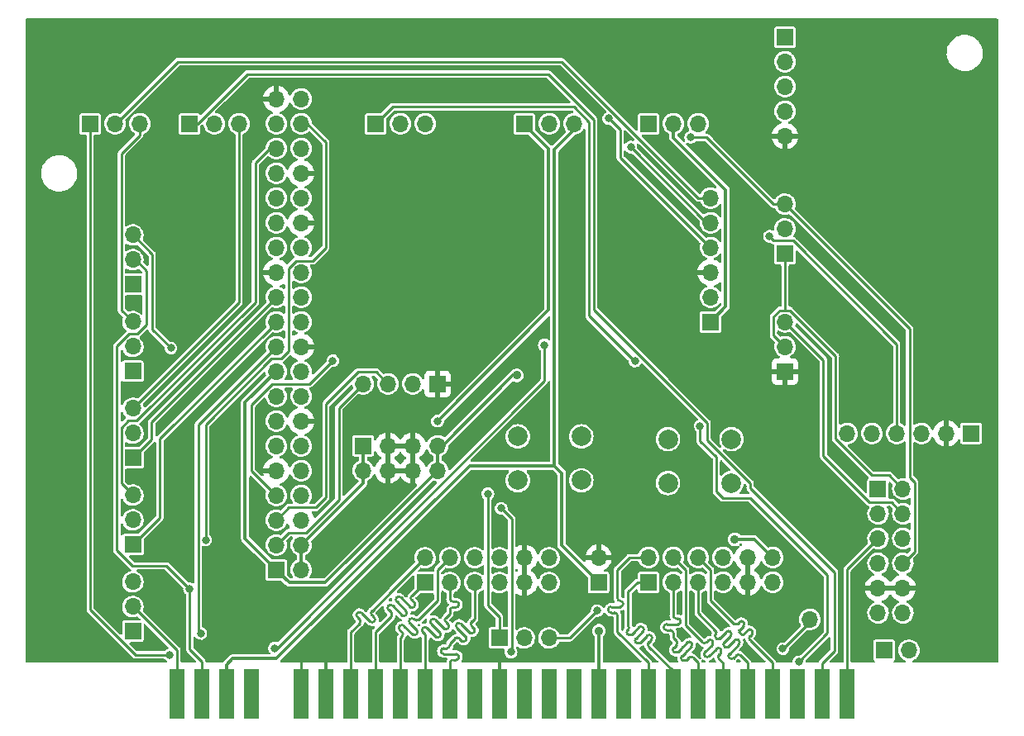
<source format=gbr>
%TF.GenerationSoftware,KiCad,Pcbnew,6.0.0-d3dd2cf0fa~116~ubuntu20.04.1*%
%TF.CreationDate,2022-02-13T01:33:04+01:00*%
%TF.ProjectId,addon-edge-rpi-i2s-pmod,6164646f-6e2d-4656-9467-652d7270692d,0.41*%
%TF.SameCoordinates,Original*%
%TF.FileFunction,Copper,L2,Bot*%
%TF.FilePolarity,Positive*%
%FSLAX46Y46*%
G04 Gerber Fmt 4.6, Leading zero omitted, Abs format (unit mm)*
G04 Created by KiCad (PCBNEW 6.0.0-d3dd2cf0fa~116~ubuntu20.04.1) date 2022-02-13 01:33:04*
%MOMM*%
%LPD*%
G01*
G04 APERTURE LIST*
%TA.AperFunction,ComponentPad*%
%ADD10R,1.700000X1.700000*%
%TD*%
%TA.AperFunction,ComponentPad*%
%ADD11O,1.700000X1.700000*%
%TD*%
%TA.AperFunction,SMDPad,CuDef*%
%ADD12R,1.524000X5.080000*%
%TD*%
%TA.AperFunction,ComponentPad*%
%ADD13C,2.000000*%
%TD*%
%TA.AperFunction,ViaPad*%
%ADD14C,0.800000*%
%TD*%
%TA.AperFunction,ViaPad*%
%ADD15C,0.900000*%
%TD*%
%TA.AperFunction,Conductor*%
%ADD16C,0.350000*%
%TD*%
%TA.AperFunction,Conductor*%
%ADD17C,0.250000*%
%TD*%
G04 APERTURE END LIST*
D10*
%TO.P,JP5,1,Pin_1*%
%TO.N,+3V3*%
X196845000Y-137795000D03*
D11*
%TO.P,JP5,2,Pin_2*%
%TO.N,Net-(J3-Pad12)*%
X199385000Y-137795000D03*
%TD*%
D10*
%TO.P,JP22,1,Pin_1*%
%TO.N,/A27_DIN_I2S*%
X125730000Y-83820000D03*
D11*
%TO.P,JP22,2,Pin_2*%
%TO.N,/DAC_DIN_I2S*%
X128270000Y-83820000D03*
%TO.P,JP22,3,Pin_3*%
%TO.N,/B13_SPI1_SCLK_DABD*%
X130810000Y-83820000D03*
%TD*%
%TO.P,J11,1,Pin_1*%
%TO.N,/B24_JOY_SEL*%
X189230000Y-134620000D03*
%TD*%
D12*
%TO.P,EDGE1,A1,A14*%
%TO.N,/A1_MOSI*%
X124460000Y-142240000D03*
%TO.P,EDGE1,A2,A12*%
%TO.N,/A2_CE1*%
X127000000Y-142240000D03*
%TO.P,EDGE1,A3,5V*%
%TO.N,+5V*%
X129540000Y-142240000D03*
%TO.P,EDGE1,A4,9V*%
%TO.N,unconnected-(EDGE1-PadA4)*%
X132080000Y-142240000D03*
%TO.P,EDGE1,A6,GND_1*%
%TO.N,GND*%
X137160000Y-142240000D03*
%TO.P,EDGE1,A7,GND_2*%
X139700000Y-142240000D03*
%TO.P,EDGE1,A8,CK*%
%TO.N,/A8_PMOD1_D4*%
X142240000Y-142240000D03*
%TO.P,EDGE1,A9,A0*%
%TO.N,/A9_PMOD1_D0*%
X144780000Y-142240000D03*
%TO.P,EDGE1,A10,A1*%
%TO.N,/A10_PMOD1_D5*%
X147320000Y-142240000D03*
%TO.P,EDGE1,A11,A2*%
%TO.N,/A11_PMOD1_D1*%
X149860000Y-142240000D03*
%TO.P,EDGE1,A12,A3*%
%TO.N,/A12_PMOD1_D2*%
X152400000Y-142240000D03*
%TO.P,EDGE1,A13,/IORQ_ULA*%
%TO.N,unconnected-(EDGE1-PadA13)*%
X154940000Y-142240000D03*
%TO.P,EDGE1,A14,GND_3*%
%TO.N,GND*%
X157480000Y-142240000D03*
%TO.P,EDGE1,A15,VIDEO*%
%TO.N,unconnected-(EDGE1-PadA15)*%
X160020000Y-142240000D03*
%TO.P,EDGE1,A16,/Y*%
%TO.N,unconnected-(EDGE1-PadA16)*%
X162560000Y-142240000D03*
%TO.P,EDGE1,A17,V*%
%TO.N,unconnected-(EDGE1-PadA17)*%
X165100000Y-142240000D03*
%TO.P,EDGE1,A18,U*%
%TO.N,+3V3*%
X167640000Y-142240000D03*
%TO.P,EDGE1,A19,/BUSRQ*%
%TO.N,unconnected-(EDGE1-PadA19)*%
X170180000Y-142240000D03*
%TO.P,EDGE1,A20,/RESET*%
%TO.N,/A20_PMOD2_D4*%
X172720000Y-142240000D03*
%TO.P,EDGE1,A21,A7*%
%TO.N,/A21_PMOD2_D0*%
X175260000Y-142240000D03*
%TO.P,EDGE1,A22,A6*%
%TO.N,/A22_PMOD2_D1*%
X177800000Y-142240000D03*
%TO.P,EDGE1,A23,A5*%
%TO.N,/A23_PMOD2_D5*%
X180340000Y-142240000D03*
%TO.P,EDGE1,A24,A4*%
%TO.N,/A24_PMOD2_D2*%
X182880000Y-142240000D03*
%TO.P,EDGE1,A25,/ROMCS*%
%TO.N,/A25_PMOD2_D6*%
X185420000Y-142240000D03*
%TO.P,EDGE1,A26,/BUSACK*%
%TO.N,unconnected-(EDGE1-PadA26)*%
X187960000Y-142240000D03*
%TO.P,EDGE1,A27,A9*%
%TO.N,/A27_DIN_I2S*%
X190500000Y-142240000D03*
%TO.P,EDGE1,A28,A11*%
%TO.N,/A28_MISO_WSBD*%
X193040000Y-142240000D03*
%TD*%
D13*
%TO.P,BUT1,1*%
%TO.N,Net-(BUT1-Pad1)*%
X159350000Y-120370000D03*
X165850000Y-120370000D03*
%TO.P,BUT1,2*%
%TO.N,/A2_SPI1_CE1*%
X159350000Y-115870000D03*
X165850000Y-115870000D03*
%TD*%
D10*
%TO.P,JP32,1,Pin_1*%
%TO.N,/B16_UART_TX_MIDI*%
X157465000Y-136525000D03*
D11*
%TO.P,JP32,2,Pin_2*%
%TO.N,/B16_PMOD_UARTX_MIDI*%
X160005000Y-136525000D03*
%TO.P,JP32,3,Pin_3*%
%TO.N,/B16_PMOD2_D3*%
X162545000Y-136525000D03*
%TD*%
D10*
%TO.P,JP45,1,Pin_1*%
%TO.N,/A2_SPI0_CE1*%
X119945000Y-100300000D03*
D11*
%TO.P,JP45,2,Pin_2*%
%TO.N,/A2_CE1*%
X119945000Y-97760000D03*
%TO.P,JP45,3,Pin_3*%
%TO.N,/A2_SPI1_CE1*%
X119945000Y-95220000D03*
%TD*%
D10*
%TO.P,J5,1,Pin_1*%
%TO.N,VIN*%
X205740000Y-115570000D03*
D11*
%TO.P,J5,2,Pin_2*%
%TO.N,GND*%
X203200000Y-115570000D03*
%TO.P,J5,3,Pin_3*%
%TO.N,/DAC_WSEL_LRCLK_I2S*%
X200660000Y-115570000D03*
%TO.P,J5,4,Pin_4*%
%TO.N,/DAC_DIN_I2S*%
X198120000Y-115570000D03*
%TO.P,J5,5,Pin_5*%
%TO.N,/DAC_BCLK_I2S*%
X195580000Y-115570000D03*
%TO.P,J5,6,Pin_6*%
%TO.N,unconnected-(J5-Pad6)*%
X193040000Y-115570000D03*
%TD*%
D13*
%TO.P,BUT2,1*%
%TO.N,Net-(BUT2-Pad1)*%
X174720000Y-120650000D03*
X181220000Y-120650000D03*
%TO.P,BUT2,2*%
%TO.N,/PIMIDI_BUT2*%
X181220000Y-116150000D03*
X174720000Y-116150000D03*
%TD*%
D10*
%TO.P,JP43,1,Pin_1*%
%TO.N,/B13_SPI0_SCLK*%
X119945000Y-118080000D03*
D11*
%TO.P,JP43,2,Pin_2*%
%TO.N,/B13_SCLK_DABD*%
X119945000Y-115540000D03*
%TO.P,JP43,3,Pin_3*%
%TO.N,/B13_SPI1_SCLK_DABD*%
X119945000Y-113000000D03*
%TD*%
D10*
%TO.P,JP44,1,Pin_1*%
%TO.N,/B14_SPI0_CE0*%
X119945000Y-109190000D03*
D11*
%TO.P,JP44,2,Pin_2*%
%TO.N,/B14_CE0_CLKBD*%
X119945000Y-106650000D03*
%TO.P,JP44,3,Pin_3*%
%TO.N,/B14_SPI1_CE0_CLKBD*%
X119945000Y-104110000D03*
%TD*%
D10*
%TO.P,J1,1,Pin_1*%
%TO.N,/A9_PMOD1_D0*%
X149860000Y-130850000D03*
D11*
%TO.P,J1,2,Pin_2*%
%TO.N,/A11_PMOD1_D1*%
X152400000Y-130850000D03*
%TO.P,J1,3,Pin_3*%
%TO.N,/A12_PMOD1_D2*%
X154940000Y-130850000D03*
%TO.P,J1,4,Pin_4*%
%TO.N,/B18_PMOD1_D3*%
X157480000Y-130850000D03*
%TO.P,J1,5,Pin_5*%
%TO.N,GND*%
X160020000Y-130850000D03*
%TO.P,J1,6,Pin_6*%
%TO.N,+3V3*%
X162560000Y-130850000D03*
%TO.P,J1,7,Pin_7*%
%TO.N,/A8_PMOD1_D4*%
X149860000Y-128310000D03*
%TO.P,J1,8,Pin_8*%
%TO.N,/A10_PMOD1_D5*%
X152400000Y-128310000D03*
%TO.P,J1,9,Pin_9*%
%TO.N,/B17_PMOD1_D6*%
X154940000Y-128310000D03*
%TO.P,J1,10,Pin_10*%
%TO.N,/B19_PMOD1_D7*%
X157480000Y-128310000D03*
%TO.P,J1,11,Pin_11*%
%TO.N,GND*%
X160020000Y-128310000D03*
%TO.P,J1,12,Pin_12*%
%TO.N,+3V3*%
X162560000Y-128310000D03*
%TD*%
D10*
%TO.P,J2,1,Pin_1*%
%TO.N,/A21_PMOD2_D0*%
X172720000Y-130830000D03*
D11*
%TO.P,J2,2,Pin_2*%
%TO.N,/A22_PMOD2_D1*%
X175260000Y-130830000D03*
%TO.P,J2,3,Pin_3*%
%TO.N,/A24_PMOD2_D2*%
X177800000Y-130830000D03*
%TO.P,J2,4,Pin_4*%
%TO.N,/B16_PMOD2_D3*%
X180340000Y-130830000D03*
%TO.P,J2,5,Pin_5*%
%TO.N,GND*%
X182880000Y-130830000D03*
%TO.P,J2,6,Pin_6*%
%TO.N,+3V3*%
X185420000Y-130830000D03*
%TO.P,J2,7,Pin_7*%
%TO.N,/A20_PMOD2_D4*%
X172720000Y-128290000D03*
%TO.P,J2,8,Pin_8*%
%TO.N,/A23_PMOD2_D5*%
X175260000Y-128290000D03*
%TO.P,J2,9,Pin_9*%
%TO.N,/A25_PMOD2_D6*%
X177800000Y-128290000D03*
%TO.P,J2,10,Pin_10*%
%TO.N,/B27_PMOD2_D7*%
X180340000Y-128290000D03*
%TO.P,J2,11,Pin_11*%
%TO.N,GND*%
X182880000Y-128290000D03*
%TO.P,J2,12,Pin_12*%
%TO.N,+3V3*%
X185420000Y-128290000D03*
%TD*%
D10*
%TO.P,J4,1,Pin_1*%
%TO.N,VIN*%
X179070000Y-104140000D03*
D11*
%TO.P,J4,2,Pin_2*%
%TO.N,unconnected-(J4-Pad2)*%
X179070000Y-101600000D03*
%TO.P,J4,3,Pin_3*%
%TO.N,GND*%
X179070000Y-99060000D03*
%TO.P,J4,4,Pin_4*%
%TO.N,/DAC_WSEL_LRCLK_I2S*%
X179070000Y-96520000D03*
%TO.P,J4,5,Pin_5*%
%TO.N,/DAC_DIN_I2S*%
X179070000Y-93980000D03*
%TO.P,J4,6,Pin_6*%
%TO.N,/DAC_BCLK_I2S*%
X179070000Y-91440000D03*
%TD*%
D10*
%TO.P,JP31,1,Pin_1*%
%TO.N,/B1_UART_RX*%
X186690000Y-97140000D03*
D11*
%TO.P,JP31,2,Pin_2*%
%TO.N,/B1_CE2_UART_RX*%
X186690000Y-94600000D03*
%TO.P,JP31,3,Pin_3*%
%TO.N,/B1_SPI1_CE2*%
X186690000Y-92060000D03*
%TD*%
D10*
%TO.P,JP12,1,Pin_1*%
%TO.N,VIN*%
X172720000Y-83820000D03*
D11*
%TO.P,JP12,2,Pin_2*%
X175260000Y-83820000D03*
%TO.P,JP12,3,Pin_3*%
%TO.N,/JP11_Vout*%
X177800000Y-83820000D03*
%TD*%
D10*
%TO.P,J10,1,Pin_1*%
%TO.N,+5V*%
X167615000Y-130830000D03*
D11*
%TO.P,J10,2,Pin_2*%
%TO.N,GND*%
X167615000Y-128290000D03*
%TD*%
D10*
%TO.P,J7,1,Pin_1*%
%TO.N,GND*%
X186690000Y-109205000D03*
D11*
%TO.P,J7,2,Pin_2*%
%TO.N,/B1_UART_RX*%
X186690000Y-106665000D03*
%TO.P,J7,3,Pin_3*%
%TO.N,/B16_UART_TX_MIDI*%
X186690000Y-104125000D03*
%TD*%
D10*
%TO.P,RPI1,1,3.3V*%
%TO.N,3V3pi*%
X134620000Y-129540000D03*
D11*
%TO.P,RPI1,2,5.0V*%
%TO.N,5Vpi*%
X137160000Y-129540000D03*
%TO.P,RPI1,3,SDA*%
%TO.N,/SDA_RPI*%
X134620000Y-127000000D03*
%TO.P,RPI1,4,5.0V@1*%
%TO.N,5Vpi*%
X137160000Y-127000000D03*
%TO.P,RPI1,5,SCL*%
%TO.N,/SCL_RPI*%
X134620000Y-124460000D03*
%TO.P,RPI1,6,GND*%
%TO.N,GND*%
X137160000Y-124460000D03*
%TO.P,RPI1,7,GPIO4*%
%TO.N,/PIMIDI_BUT5*%
X134620000Y-121920000D03*
%TO.P,RPI1,8,TXD*%
%TO.N,/B1_UART_RX*%
X137160000Y-121920000D03*
%TO.P,RPI1,9,GND@4*%
%TO.N,GND*%
X134620000Y-119380000D03*
%TO.P,RPI1,10,RXD*%
%TO.N,/B16_UART_TX_MIDI*%
X137160000Y-119380000D03*
%TO.P,RPI1,11,GPIO17*%
%TO.N,/A2_SPI1_CE1*%
X134620000Y-116840000D03*
%TO.P,RPI1,12,GPIO18*%
%TO.N,/B14_SPI1_CE0_CLKBD*%
X137160000Y-116840000D03*
%TO.P,RPI1,13,GPIO27*%
%TO.N,/PIMIDI_BUT2*%
X134620000Y-114300000D03*
%TO.P,RPI1,14,GND@1*%
%TO.N,GND*%
X137160000Y-114300000D03*
%TO.P,RPI1,15,GPIO22*%
%TO.N,/PIMIDI_B3_CLK*%
X134620000Y-111760000D03*
%TO.P,RPI1,16,GPIO23*%
%TO.N,/PIMIDI_B4_DAT*%
X137160000Y-111760000D03*
%TO.P,RPI1,17,3.3V@1*%
%TO.N,3V3pi*%
X134620000Y-109220000D03*
%TO.P,RPI1,18,GPIO24*%
%TO.N,unconnected-(RPI1-Pad18)*%
X137160000Y-109220000D03*
%TO.P,RPI1,19,SPI_MOSI*%
%TO.N,/A1_SPI0_MOSI*%
X134620000Y-106680000D03*
%TO.P,RPI1,20,GND@2*%
%TO.N,GND*%
X137160000Y-106680000D03*
%TO.P,RPI1,21,SPI_MISO*%
%TO.N,/A28_SPI0_MISO*%
X134620000Y-104140000D03*
%TO.P,RPI1,22,GPIO25*%
%TO.N,unconnected-(RPI1-Pad22)*%
X137160000Y-104140000D03*
%TO.P,RPI1,23,SPI_SCLK*%
%TO.N,/B13_SPI0_SCLK*%
X134620000Y-101600000D03*
%TO.P,RPI1,24,#SPI_CE0*%
%TO.N,/B14_SPI0_CE0*%
X137160000Y-101600000D03*
%TO.P,RPI1,25,GND@3*%
%TO.N,GND*%
X134620000Y-99060000D03*
%TO.P,RPI1,26,#SPI_CE1*%
%TO.N,/A2_SPI0_CE1*%
X137160000Y-99060000D03*
%TO.P,RPI1,27,EEDATA*%
%TO.N,unconnected-(RPI1-Pad27)*%
X134620000Y-96520000D03*
%TO.P,RPI1,28,EECLK*%
%TO.N,unconnected-(RPI1-Pad28)*%
X137160000Y-96520000D03*
%TO.P,RPI1,29,GPIO5*%
%TO.N,unconnected-(RPI1-Pad29)*%
X134620000Y-93980000D03*
%TO.P,RPI1,30,GND@6*%
%TO.N,GND*%
X137160000Y-93980000D03*
%TO.P,RPI1,31,GPIO6*%
%TO.N,unconnected-(RPI1-Pad31)*%
X134620000Y-91440000D03*
%TO.P,RPI1,32,GPIO12*%
%TO.N,unconnected-(RPI1-Pad32)*%
X137160000Y-91440000D03*
%TO.P,RPI1,33,GPIO13*%
%TO.N,unconnected-(RPI1-Pad33)*%
X134620000Y-88900000D03*
%TO.P,RPI1,34,GND@7*%
%TO.N,GND*%
X137160000Y-88900000D03*
%TO.P,RPI1,35,GPIO19*%
%TO.N,/A28_SPI1_MISO_WSBD*%
X134620000Y-86360000D03*
%TO.P,RPI1,36,GPIO16*%
%TO.N,/B1_SPI1_CE2*%
X137160000Y-86360000D03*
%TO.P,RPI1,37,GPIO26*%
%TO.N,unconnected-(RPI1-Pad37)*%
X134620000Y-83820000D03*
%TO.P,RPI1,38,GPIO20*%
%TO.N,/A1_SPI1_MOSI*%
X137160000Y-83820000D03*
%TO.P,RPI1,39,GND@5*%
%TO.N,GND*%
X134620000Y-81280000D03*
%TO.P,RPI1,40,GPIO21*%
%TO.N,/B13_SPI1_SCLK_DABD*%
X137160000Y-81280000D03*
%TD*%
D10*
%TO.P,JP42,1,Pin_1*%
%TO.N,/A28_SPI0_MISO*%
X119945000Y-126970000D03*
D11*
%TO.P,JP42,2,Pin_2*%
%TO.N,/A28_MISO_WSBD*%
X119945000Y-124430000D03*
%TO.P,JP42,3,Pin_3*%
%TO.N,/A28_SPI1_MISO_WSBD*%
X119945000Y-121890000D03*
%TD*%
D10*
%TO.P,J6,1,Pin_1*%
%TO.N,5Vpi*%
X143520000Y-116820000D03*
D11*
%TO.P,J6,2,Pin_2*%
X143520000Y-119360000D03*
%TO.P,J6,3,Pin_3*%
%TO.N,GND*%
X146060000Y-116820000D03*
%TO.P,J6,4,Pin_4*%
X146060000Y-119360000D03*
%TO.P,J6,5,Pin_5*%
X148600000Y-116820000D03*
%TO.P,J6,6,Pin_6*%
X148600000Y-119360000D03*
%TO.P,J6,7,Pin_7*%
%TO.N,3V3pi*%
X151140000Y-116820000D03*
%TO.P,J6,8,Pin_8*%
X151140000Y-119360000D03*
%TD*%
D10*
%TO.P,J9,1,Pin_1*%
%TO.N,/PIMIDI_B3_CLK*%
X186690000Y-74930000D03*
D11*
%TO.P,J9,2,Pin_2*%
%TO.N,/PIMIDI_B4_DAT*%
X186690000Y-77470000D03*
%TO.P,J9,3,Pin_3*%
%TO.N,/PIMIDI_BUT5*%
X186690000Y-80010000D03*
%TO.P,J9,4,Pin_4*%
%TO.N,3V3pi*%
X186690000Y-82550000D03*
%TO.P,J9,5,Pin_5*%
%TO.N,GND*%
X186690000Y-85090000D03*
%TD*%
D10*
%TO.P,JP23,1,Pin_1*%
%TO.N,/B26_WSEL_LRCLK_I2S*%
X144780000Y-83820000D03*
D11*
%TO.P,JP23,2,Pin_2*%
%TO.N,/DAC_WSEL_LRCLK_I2S*%
X147320000Y-83820000D03*
%TO.P,JP23,3,Pin_3*%
%TO.N,/A28_SPI1_MISO_WSBD*%
X149860000Y-83820000D03*
%TD*%
D10*
%TO.P,JP21,1,Pin_1*%
%TO.N,/B2_BCLK_I2S*%
X115570000Y-83820000D03*
D11*
%TO.P,JP21,2,Pin_2*%
%TO.N,/DAC_BCLK_I2S*%
X118110000Y-83820000D03*
%TO.P,JP21,3,Pin_3*%
%TO.N,/B14_SPI1_CE0_CLKBD*%
X120650000Y-83820000D03*
%TD*%
D10*
%TO.P,J8,1,Pin_1*%
%TO.N,GND*%
X151130000Y-110490000D03*
D11*
%TO.P,J8,2,Pin_2*%
%TO.N,3V3pi*%
X148590000Y-110490000D03*
%TO.P,J8,3,Pin_3*%
%TO.N,/SCL_RPI*%
X146050000Y-110490000D03*
%TO.P,J8,4,Pin_4*%
%TO.N,/SDA_RPI*%
X143510000Y-110490000D03*
%TD*%
D10*
%TO.P,J3,1,Pin_1*%
%TO.N,/B14_CE0_CLKBD*%
X196215000Y-121260000D03*
D11*
%TO.P,J3,2,Pin_2*%
%TO.N,/A1_MOSI*%
X196215000Y-123800000D03*
%TO.P,J3,3,Pin_3*%
%TO.N,/A28_MISO_WSBD*%
X196215000Y-126340000D03*
%TO.P,J3,4,Pin_4*%
%TO.N,/B13_SCLK_DABD*%
X196215000Y-128880000D03*
%TO.P,J3,5,Pin_5*%
%TO.N,GND*%
X196215000Y-131420000D03*
%TO.P,J3,6,Pin_6*%
%TO.N,Net-(J3-Pad12)*%
X196215000Y-133960000D03*
%TO.P,J3,7,Pin_7*%
%TO.N,/B1_UART_RX*%
X198755000Y-121260000D03*
%TO.P,J3,8,Pin_8*%
%TO.N,/B16_UART_TX_MIDI*%
X198755000Y-123800000D03*
%TO.P,J3,9,Pin_9*%
%TO.N,/A2_CE1*%
X198755000Y-126340000D03*
%TO.P,J3,10,Pin_10*%
%TO.N,/B1_SPI1_CE2*%
X198755000Y-128880000D03*
%TO.P,J3,11,Pin_11*%
%TO.N,GND*%
X198755000Y-131420000D03*
%TO.P,J3,12,Pin_12*%
%TO.N,Net-(J3-Pad12)*%
X198755000Y-133960000D03*
%TD*%
D10*
%TO.P,JP11,1,Pin_1*%
%TO.N,5Vpi*%
X160020000Y-83820000D03*
D11*
%TO.P,JP11,2,Pin_2*%
%TO.N,/JP11_Vout*%
X162560000Y-83820000D03*
%TO.P,JP11,3,Pin_3*%
%TO.N,+5V*%
X165100000Y-83820000D03*
%TD*%
D10*
%TO.P,JP41,1,Pin_1*%
%TO.N,/A1_SPI0_MOSI*%
X119945000Y-135845000D03*
D11*
%TO.P,JP41,2,Pin_2*%
%TO.N,/A1_MOSI*%
X119945000Y-133305000D03*
%TO.P,JP41,3,Pin_3*%
%TO.N,/A1_SPI1_MOSI*%
X119945000Y-130765000D03*
%TD*%
D14*
%TO.N,/B26_WSEL_LRCLK_I2S*%
X178010000Y-114790000D03*
X188112088Y-138974375D03*
X171330000Y-108150000D03*
%TO.N,/B2_BCLK_I2S*%
X123710000Y-138267700D03*
%TO.N,/B1_CE2_UART_RX*%
X162068200Y-106501600D03*
X134456000Y-137570000D03*
%TO.N,/B16_UART_TX_MIDI*%
X156286500Y-121745600D03*
%TO.N,/PIMIDI_BUT5*%
X140410000Y-108110000D03*
%TO.N,/A2_SPI1_CE1*%
X123835600Y-106808000D03*
%TO.N,5Vpi*%
X151130000Y-114300000D03*
D15*
%TO.N,GND*%
X168573700Y-120414100D03*
X187005200Y-121113100D03*
X189992000Y-126734500D03*
%TO.N,+3V3*%
X181550000Y-126424500D03*
X167650000Y-135790000D03*
%TO.N,3V3pi*%
X159240000Y-109610000D03*
D14*
%TO.N,/A2_CE1*%
X125753600Y-131487200D03*
%TO.N,/B14_CE0_CLKBD*%
X157650000Y-123234200D03*
X158650000Y-137980000D03*
%TO.N,/B1_SPI1_CE2*%
X177043000Y-85206000D03*
%TO.N,/A1_SPI0_MOSI*%
X126899100Y-136063000D03*
%TO.N,/A1_SPI1_MOSI*%
X127389400Y-126474000D03*
%TO.N,/B24_JOY_SEL*%
X186480000Y-137630000D03*
%TO.N,/DAC_WSEL_LRCLK_I2S*%
X168655000Y-83280200D03*
%TO.N,/DAC_DIN_I2S*%
X170914100Y-86205300D03*
X185110500Y-95361700D03*
%TO.N,/B16_PMOD2_D3*%
X167475000Y-133725000D03*
%TD*%
D16*
%TO.N,GND*%
X157480000Y-142240000D02*
X157480000Y-138430000D01*
D17*
%TO.N,/B26_WSEL_LRCLK_I2S*%
X183140000Y-122180000D02*
X180320000Y-122180000D01*
X165091721Y-82080000D02*
X146520000Y-82080000D01*
X188112088Y-138974375D02*
X191050000Y-136036463D01*
X166660000Y-83648279D02*
X165091721Y-82080000D01*
X179670000Y-121530000D02*
X179670000Y-117980000D01*
X191050000Y-130090000D02*
X183140000Y-122180000D01*
X180320000Y-122180000D02*
X179670000Y-121530000D01*
X191050000Y-136036463D02*
X191050000Y-130090000D01*
X178000000Y-114800000D02*
X178010000Y-114790000D01*
X146520000Y-82080000D02*
X144780000Y-83820000D01*
X166660000Y-103521500D02*
X166660000Y-83648279D01*
X179670000Y-117980000D02*
X178000000Y-116310000D01*
X178000000Y-116310000D02*
X178000000Y-114800000D01*
X171330000Y-108150000D02*
X171288500Y-108150000D01*
X171288500Y-108150000D02*
X166660000Y-103521500D01*
%TO.N,/A27_DIN_I2S*%
X183134000Y-120686332D02*
X178737711Y-116290043D01*
X131620100Y-78740000D02*
X126540100Y-83820000D01*
X167112720Y-83380620D02*
X162472100Y-78740000D01*
X190500000Y-142240000D02*
X190500000Y-139100000D01*
X191750000Y-129774000D02*
X183134000Y-121158000D01*
X191750000Y-137850000D02*
X191750000Y-129774000D01*
X178737711Y-114488571D02*
X167112720Y-102863580D01*
X190500000Y-139100000D02*
X191750000Y-137850000D01*
X162472100Y-78740000D02*
X131620100Y-78740000D01*
X167112720Y-102863580D02*
X167112720Y-83380620D01*
X183134000Y-121158000D02*
X183134000Y-120686332D01*
X126540100Y-83820000D02*
X125730000Y-83820000D01*
X178737711Y-116290043D02*
X178737711Y-114488571D01*
%TO.N,/A8_PMOD1_D4*%
X144635177Y-134413852D02*
X144407793Y-134186468D01*
X142240000Y-135930000D02*
X143135000Y-135035000D01*
X143331883Y-133959088D02*
X144210913Y-134838117D01*
X142240000Y-142240000D02*
X142240000Y-135930000D01*
X143331883Y-133959089D02*
X143331883Y-133959088D01*
X146416943Y-131753057D02*
X149860000Y-128310000D01*
X144635177Y-134413851D02*
X144635177Y-134413852D01*
X144407793Y-133762204D02*
X146416943Y-131753057D01*
X143135000Y-134610736D02*
X142907617Y-134383353D01*
X143331882Y-133959090D02*
G75*
G03*
X142907618Y-133959090I-212132J-212130D01*
G01*
X143134999Y-134610737D02*
G75*
G02*
X143134999Y-135034999I-212131J-212131D01*
G01*
X144407794Y-133762205D02*
G75*
G03*
X144407794Y-134186467I212131J-212131D01*
G01*
X144635176Y-134838116D02*
G75*
G02*
X144210914Y-134838116I-212131J212131D01*
G01*
X144635177Y-134413851D02*
G75*
G02*
X144635177Y-134838117I-212134J-212133D01*
G01*
X142907618Y-133959090D02*
G75*
G03*
X142907618Y-134383352I212131J-212131D01*
G01*
%TO.N,/B2_BCLK_I2S*%
X120205500Y-138270000D02*
X115570000Y-133634500D01*
X123707700Y-138270000D02*
X120205500Y-138270000D01*
X115570000Y-133634500D02*
X115570000Y-83820000D01*
X123710000Y-138267700D02*
X123707700Y-138270000D01*
%TO.N,/B1_CE2_UART_RX*%
X134680900Y-137570000D02*
X162068200Y-110182700D01*
X134456000Y-137570000D02*
X134680900Y-137570000D01*
X162068200Y-110182700D02*
X162068200Y-106501600D01*
%TO.N,/B16_UART_TX_MIDI*%
X198755000Y-123800000D02*
X198755000Y-123765000D01*
X190630000Y-108020000D02*
X186735000Y-104125000D01*
X195347389Y-122622289D02*
X190630000Y-117904900D01*
X157465000Y-134365000D02*
X157465000Y-136525000D01*
X186735000Y-104125000D02*
X186690000Y-104125000D01*
X190630000Y-117904900D02*
X190630000Y-108020000D01*
X156286500Y-121745600D02*
X156286500Y-133186500D01*
X197612289Y-122622289D02*
X195347389Y-122622289D01*
X198755000Y-123765000D02*
X197612289Y-122622289D01*
X156286500Y-133186500D02*
X157465000Y-134365000D01*
%TO.N,/SDA_RPI*%
X134620000Y-127000000D02*
X135890000Y-125730000D01*
X143490000Y-110490000D02*
X143510000Y-110490000D01*
X141020000Y-122361600D02*
X141020000Y-112960000D01*
X141020000Y-112960000D02*
X143490000Y-110490000D01*
X135890000Y-125730000D02*
X137651600Y-125730000D01*
X137651600Y-125730000D02*
X141020000Y-122361600D01*
%TO.N,/SCL_RPI*%
X135930000Y-123150000D02*
X134620000Y-124460000D01*
X138700000Y-123150000D02*
X135930000Y-123150000D01*
X139700000Y-122150000D02*
X138700000Y-123150000D01*
X142980000Y-109281200D02*
X139700000Y-112561200D01*
X146050000Y-110490000D02*
X144841200Y-109281200D01*
X144841200Y-109281200D02*
X142980000Y-109281200D01*
X139700000Y-112561200D02*
X139700000Y-122150000D01*
%TO.N,/PIMIDI_BUT5*%
X140380000Y-108110000D02*
X138000000Y-110490000D01*
X132080000Y-119410000D02*
X134590000Y-121920000D01*
X132080000Y-112634464D02*
X132080000Y-119410000D01*
X138000000Y-110490000D02*
X134224464Y-110490000D01*
X134590000Y-121920000D02*
X134620000Y-121920000D01*
X140410000Y-108110000D02*
X140380000Y-108110000D01*
X134224464Y-110490000D02*
X132080000Y-112634464D01*
%TO.N,/A2_SPI1_CE1*%
X121920000Y-97200000D02*
X119945000Y-95225000D01*
X119945000Y-95225000D02*
X119945000Y-95220000D01*
X121920000Y-104892400D02*
X121920000Y-97200000D01*
X123835600Y-106808000D02*
X121920000Y-104892400D01*
%TO.N,/A9_PMOD1_D0*%
X147375713Y-132380857D02*
X147375713Y-132380856D01*
X146367500Y-133918236D02*
X146102916Y-133653652D01*
X148488824Y-132221173D02*
X149104456Y-131605544D01*
X147904878Y-133758552D02*
X147904878Y-133758553D01*
X146527182Y-133229388D02*
X146527182Y-133229387D01*
X148753409Y-132910022D02*
X148488824Y-132645437D01*
X144780000Y-135930000D02*
X146367500Y-134342500D01*
X147375713Y-132380856D02*
X148329145Y-133334287D01*
X147904878Y-133758553D02*
X146951447Y-132805121D01*
X144780000Y-142240000D02*
X144780000Y-135930000D01*
X148753409Y-132910021D02*
X148753409Y-132910022D01*
X149104456Y-131605544D02*
X149860000Y-130850000D01*
X146527182Y-133229387D02*
X147480614Y-134182818D01*
X148488825Y-132221174D02*
G75*
G03*
X148488825Y-132645436I212131J-212131D01*
G01*
X146951448Y-132380858D02*
G75*
G03*
X146951448Y-132805120I212131J-212131D01*
G01*
X148753408Y-133334286D02*
G75*
G02*
X148329146Y-133334286I-212131J212131D01*
G01*
X146367499Y-133918237D02*
G75*
G02*
X146367499Y-134342499I-212131J-212131D01*
G01*
X148753409Y-132910021D02*
G75*
G02*
X148753409Y-133334287I-212134J-212133D01*
G01*
X147904877Y-134182817D02*
G75*
G02*
X147480615Y-134182817I-212131J212131D01*
G01*
X146527181Y-133229389D02*
G75*
G03*
X146102917Y-133229389I-212132J-212130D01*
G01*
X147904878Y-133758552D02*
G75*
G02*
X147904878Y-134182818I-212134J-212133D01*
G01*
X146102917Y-133229389D02*
G75*
G03*
X146102917Y-133653651I212131J-212131D01*
G01*
X147375712Y-132380858D02*
G75*
G03*
X146951448Y-132380858I-212132J-212130D01*
G01*
%TO.N,/A10_PMOD1_D5*%
X151130000Y-129580000D02*
X152400000Y-128310000D01*
X147698333Y-135275538D02*
X148569463Y-136146667D01*
X148993727Y-135722401D02*
X148993727Y-135722402D01*
X149194563Y-134650440D02*
X149194562Y-134650441D01*
X147698333Y-135275539D02*
X147698333Y-135275538D01*
X148723640Y-134603784D02*
X148723640Y-134603783D01*
X151130000Y-132715000D02*
X151130000Y-129580000D01*
X147320000Y-136525000D02*
X147497500Y-136347500D01*
X148723640Y-134603783D02*
X148770298Y-134650441D01*
X147320000Y-142240000D02*
X147320000Y-136525000D01*
X148993727Y-135722402D02*
X148299374Y-135028048D01*
X147497500Y-135923236D02*
X147274067Y-135699803D01*
X149194562Y-134650441D02*
X149928625Y-133916375D01*
X149928625Y-133916375D02*
X151130000Y-132715000D01*
X148723639Y-134603785D02*
G75*
G03*
X148299375Y-134603785I-212132J-212130D01*
G01*
X148993727Y-135722401D02*
G75*
G02*
X148993727Y-136146667I-212134J-212133D01*
G01*
X149194563Y-134650440D02*
G75*
G02*
X148770298Y-134650441I-212133J212127D01*
G01*
X148299375Y-134603785D02*
G75*
G03*
X148299375Y-135028047I212131J-212131D01*
G01*
X147698332Y-135275540D02*
G75*
G03*
X147274068Y-135275540I-212132J-212130D01*
G01*
X147274068Y-135275540D02*
G75*
G03*
X147274068Y-135699802I212131J-212131D01*
G01*
X147497499Y-135923237D02*
G75*
G02*
X147497499Y-136347499I-212131J-212131D01*
G01*
X148993726Y-136146666D02*
G75*
G02*
X148569464Y-136146666I-212131J212131D01*
G01*
%TO.N,/A11_PMOD1_D1*%
X152700000Y-133400000D02*
X153036058Y-133400000D01*
X151370422Y-135979097D02*
X150470903Y-135079577D01*
X152400000Y-132500000D02*
X152400000Y-132450000D01*
X150046638Y-135503844D02*
X150046638Y-135503843D01*
X152400000Y-132450000D02*
X152400000Y-130850000D01*
X149860000Y-136165736D02*
X149622372Y-135928108D01*
X152218953Y-135130565D02*
X152218953Y-135130566D01*
X152400000Y-134050000D02*
X152400000Y-133700000D01*
X151981324Y-134468673D02*
X152400000Y-134050000D01*
X153036058Y-132800000D02*
X152700000Y-132800000D01*
X150895169Y-134655312D02*
X151794689Y-135554831D01*
X152218953Y-135130566D02*
X151981324Y-134892937D01*
X150046638Y-135503843D02*
X150946158Y-136403362D01*
X149860000Y-142240000D02*
X149860000Y-136590000D01*
X150895169Y-134655313D02*
X150895169Y-134655312D01*
X151370422Y-135979096D02*
X151370422Y-135979097D01*
X150470904Y-134655314D02*
G75*
G03*
X150470904Y-135079576I212131J-212131D01*
G01*
X152218952Y-135554830D02*
G75*
G02*
X151794690Y-135554830I-212131J212131D01*
G01*
X151981325Y-134468674D02*
G75*
G03*
X151981325Y-134892936I212131J-212131D01*
G01*
X152218953Y-135130565D02*
G75*
G02*
X152218953Y-135554831I-212134J-212133D01*
G01*
X151370422Y-135979096D02*
G75*
G02*
X151370422Y-136403362I-212134J-212133D01*
G01*
X152700000Y-133400000D02*
G75*
G03*
X152400000Y-133700000I0J-300000D01*
G01*
X150046637Y-135503845D02*
G75*
G03*
X149622373Y-135503845I-212132J-212130D01*
G01*
X152400000Y-132500000D02*
G75*
G03*
X152700000Y-132800000I300000J0D01*
G01*
X149622373Y-135503845D02*
G75*
G03*
X149622373Y-135928107I212131J-212131D01*
G01*
X153336058Y-133100000D02*
G75*
G02*
X153036058Y-133400000I-300000J0D01*
G01*
X149859999Y-136165737D02*
G75*
G02*
X149859999Y-136589999I-212131J-212131D01*
G01*
X153036058Y-132800000D02*
G75*
G02*
X153336058Y-133100000I0J-300000D01*
G01*
X151370421Y-136403361D02*
G75*
G02*
X150946159Y-136403361I-212131J212131D01*
G01*
X150895168Y-134655314D02*
G75*
G03*
X150470904Y-134655314I-212132J-212130D01*
G01*
D16*
%TO.N,VIN*%
X180630000Y-102580000D02*
X179070000Y-104140000D01*
X175260000Y-85250000D02*
X180630000Y-90620000D01*
X175260000Y-83820000D02*
X175260000Y-85250000D01*
X180630000Y-90620000D02*
X180630000Y-102580000D01*
%TO.N,5Vpi*%
X143520000Y-120635300D02*
X143520000Y-120640000D01*
X162502680Y-102927320D02*
X151130000Y-114300000D01*
X162502680Y-86417320D02*
X162502680Y-102927320D01*
X160020000Y-83934640D02*
X162502680Y-86417320D01*
X160020000Y-83820000D02*
X160020000Y-83934640D01*
X143520000Y-120640000D02*
X137160000Y-127000000D01*
X137160000Y-127000000D02*
X137160000Y-129540000D01*
X143520000Y-119360000D02*
X143520000Y-120635300D01*
X143520000Y-116820000D02*
X143520000Y-119360000D01*
%TO.N,GND*%
X191680000Y-125787900D02*
X187005200Y-121113100D01*
D17*
X137160000Y-142240000D02*
X137160000Y-138430000D01*
D16*
X139700000Y-137845600D02*
X139700000Y-142240000D01*
X191680000Y-126190000D02*
X191680000Y-125787900D01*
X189992000Y-126734500D02*
X191135500Y-126734500D01*
X191135500Y-126734500D02*
X191680000Y-126190000D01*
%TO.N,+3V3*%
X183550000Y-126420000D02*
X185420000Y-128290000D01*
X167640000Y-135800000D02*
X167640000Y-142240000D01*
X181554500Y-126420000D02*
X183550000Y-126420000D01*
X181550000Y-126424500D02*
X181554500Y-126420000D01*
X167650000Y-135790000D02*
X167640000Y-135800000D01*
%TO.N,3V3pi*%
X159240000Y-109610000D02*
X158830000Y-109610000D01*
X134620000Y-109220000D02*
X131445000Y-112395000D01*
X151620000Y-116820000D02*
X151140000Y-116820000D01*
X151140000Y-119360000D02*
X139641600Y-130858400D01*
X151140000Y-116820000D02*
X151140000Y-119360000D01*
X131445000Y-126365000D02*
X134620000Y-129540000D01*
X135938400Y-130858400D02*
X134620000Y-129540000D01*
X139641600Y-130858400D02*
X135938400Y-130858400D01*
X131445000Y-112395000D02*
X131445000Y-126365000D01*
X158830000Y-109610000D02*
X151620000Y-116820000D01*
D17*
%TO.N,/B14_SPI1_CE0_CLKBD*%
X118766400Y-102936400D02*
X118766400Y-86882100D01*
X119945000Y-104110000D02*
X119940000Y-104110000D01*
X118766400Y-86882100D02*
X120650000Y-84998500D01*
X119940000Y-104110000D02*
X118766400Y-102936400D01*
X120650000Y-84998500D02*
X120650000Y-83820000D01*
%TO.N,/A2_CE1*%
X119548400Y-105380000D02*
X120383600Y-105380000D01*
X118304400Y-106624000D02*
X119548400Y-105380000D01*
X121320000Y-98890000D02*
X120190000Y-97760000D01*
X118304400Y-127536700D02*
X118304400Y-106624000D01*
X121320000Y-104443600D02*
X121320000Y-98890000D01*
X120190000Y-97760000D02*
X119945000Y-97760000D01*
X125753600Y-131487200D02*
X123399400Y-129133000D01*
X125753600Y-137683600D02*
X127000000Y-138930000D01*
X125753600Y-131487200D02*
X125753600Y-137683600D01*
X127000000Y-138930000D02*
X127000000Y-142240000D01*
X120383600Y-105380000D02*
X121320000Y-104443600D01*
X123399400Y-129133000D02*
X119900700Y-129133000D01*
X119900700Y-129133000D02*
X118304400Y-127536700D01*
%TO.N,/B14_CE0_CLKBD*%
X158720000Y-124304200D02*
X157650000Y-123234200D01*
X158650000Y-137980000D02*
X158720000Y-137910000D01*
X158720000Y-137910000D02*
X158720000Y-124304200D01*
%TO.N,/A28_MISO_WSBD*%
X196215000Y-126340000D02*
X193040000Y-129515000D01*
X193040000Y-129515000D02*
X193040000Y-142240000D01*
%TO.N,/B1_SPI1_CE2*%
X186690000Y-92060000D02*
X185511500Y-92060000D01*
X199445100Y-104815100D02*
X186690000Y-92060000D01*
X199953500Y-127686500D02*
X199953500Y-120553500D01*
X185511500Y-92060000D02*
X178657500Y-85206000D01*
X198760000Y-128880000D02*
X199953500Y-127686500D01*
X178657500Y-85206000D02*
X177043000Y-85206000D01*
X198755000Y-128880000D02*
X198760000Y-128880000D01*
X199953500Y-120553500D02*
X199445100Y-120045100D01*
X199445100Y-120045100D02*
X199445100Y-104815100D01*
%TO.N,/A1_MOSI*%
X124460000Y-142240000D02*
X124460000Y-137790000D01*
X124460000Y-137790000D02*
X119975000Y-133305000D01*
X119975000Y-133305000D02*
X119945000Y-133305000D01*
D16*
%TO.N,+5V*%
X163830000Y-127045000D02*
X163830000Y-119613900D01*
X129540000Y-139270000D02*
X129540000Y-142240000D01*
X134650000Y-138650000D02*
X130160000Y-138650000D01*
X130160000Y-138650000D02*
X129540000Y-139270000D01*
X163830000Y-119613900D02*
X163102200Y-118886100D01*
X167615000Y-130830000D02*
X163830000Y-127045000D01*
X163102200Y-86452800D02*
X165100000Y-84455000D01*
X154413900Y-118886100D02*
X134650000Y-138650000D01*
X163102200Y-118886100D02*
X163102200Y-86452800D01*
X165100000Y-84455000D02*
X165100000Y-83820000D01*
X163102200Y-118886100D02*
X154413900Y-118886100D01*
D17*
%TO.N,/A1_SPI0_MOSI*%
X126899100Y-136063000D02*
X126631000Y-135794900D01*
X126631000Y-135794900D02*
X126631000Y-114669000D01*
X126631000Y-114669000D02*
X134620000Y-106680000D01*
%TO.N,/B1_UART_RX*%
X197345000Y-119850000D02*
X195582100Y-119850000D01*
X186174300Y-102946400D02*
X185511500Y-103609200D01*
X186690000Y-102946400D02*
X186174300Y-102946400D01*
X198755000Y-121260000D02*
X197345000Y-119850000D01*
X195582100Y-119850000D02*
X191861400Y-116129300D01*
X187178200Y-102946400D02*
X186690000Y-102946400D01*
X186690000Y-97140000D02*
X186690000Y-98318500D01*
X191861400Y-116129300D02*
X191861400Y-107629600D01*
X186690000Y-102946400D02*
X186690000Y-98318500D01*
X191861400Y-107629600D02*
X187178200Y-102946400D01*
X185511500Y-103609200D02*
X185511500Y-105486500D01*
X185511500Y-105486500D02*
X186690000Y-106665000D01*
%TO.N,/A28_SPI0_MISO*%
X134620000Y-104210000D02*
X134620000Y-104140000D01*
X119945000Y-126970000D02*
X122700000Y-124215000D01*
X122700000Y-116130000D02*
X134620000Y-104210000D01*
X122700000Y-124215000D02*
X122700000Y-116130000D01*
%TO.N,/B13_SPI0_SCLK*%
X119945000Y-118080000D02*
X121880000Y-116145000D01*
X134620000Y-101660000D02*
X134620000Y-101600000D01*
X121880000Y-116145000D02*
X121880000Y-114400000D01*
X121880000Y-114400000D02*
X134620000Y-101660000D01*
%TO.N,/A28_SPI1_MISO_WSBD*%
X118766400Y-114961200D02*
X118766400Y-120711400D01*
X134620000Y-86360000D02*
X133985000Y-86360000D01*
X120346500Y-114270000D02*
X119457600Y-114270000D01*
X133985000Y-86360000D02*
X132489600Y-87855400D01*
X119457600Y-114270000D02*
X118766400Y-114961200D01*
X132489600Y-102126900D02*
X120346500Y-114270000D01*
X132489600Y-87855400D02*
X132489600Y-102126900D01*
X118766400Y-120711400D02*
X119945000Y-121890000D01*
%TO.N,/A1_SPI1_MOSI*%
X138337711Y-97882289D02*
X136672175Y-97882289D01*
X135095900Y-107916900D02*
X134153000Y-107916900D01*
X139700000Y-85725000D02*
X139700000Y-96520000D01*
X137160000Y-83820000D02*
X137795000Y-83820000D01*
X127389400Y-114680500D02*
X127389400Y-126474000D01*
X139700000Y-96520000D02*
X138337711Y-97882289D01*
X136672175Y-97882289D02*
X135890000Y-98664464D01*
X134153000Y-107916900D02*
X127389400Y-114680500D01*
X137795000Y-83820000D02*
X139700000Y-85725000D01*
X135890000Y-98664464D02*
X135890000Y-107122800D01*
X135890000Y-107122800D02*
X135095900Y-107916900D01*
%TO.N,/B13_SPI1_SCLK_DABD*%
X130810000Y-102135000D02*
X130810000Y-83820000D01*
X119945000Y-113000000D02*
X130810000Y-102135000D01*
%TO.N,/A12_PMOD1_D2*%
X152400000Y-137100000D02*
X152930325Y-136569675D01*
X151763942Y-137575000D02*
X152100000Y-137575000D01*
X154016481Y-136383038D02*
X153116962Y-135483518D01*
X154016481Y-136383037D02*
X154016481Y-136383038D01*
X153036058Y-138175000D02*
X152700000Y-138175000D01*
X154865012Y-135534507D02*
X154627383Y-135296878D01*
X154940000Y-134560000D02*
X154940000Y-130850000D01*
X152700000Y-138775000D02*
X153036058Y-138775000D01*
X153541228Y-135059254D02*
X153541228Y-135059253D01*
X152400000Y-137275000D02*
X152400000Y-137100000D01*
X152700000Y-138175000D02*
X151763942Y-138175000D01*
X154627383Y-134872614D02*
X154940000Y-134560000D01*
X153354589Y-136569675D02*
X153592217Y-136807303D01*
X152400000Y-142240000D02*
X152400000Y-139075000D01*
X154865012Y-135534506D02*
X154865012Y-135534507D01*
X153541228Y-135059253D02*
X154440748Y-135958772D01*
X154016480Y-136807302D02*
G75*
G02*
X153592218Y-136807302I-212131J212131D01*
G01*
X152400000Y-137275000D02*
G75*
G02*
X152100000Y-137575000I-300000J0D01*
G01*
X154627384Y-134872615D02*
G75*
G03*
X154627384Y-135296877I212131J-212131D01*
G01*
X151463942Y-137875000D02*
G75*
G03*
X151763942Y-138175000I300000J0D01*
G01*
X153541227Y-135059255D02*
G75*
G03*
X153116963Y-135059255I-212132J-212130D01*
G01*
X152700000Y-138775000D02*
G75*
G03*
X152400000Y-139075000I0J-300000D01*
G01*
X154016481Y-136383037D02*
G75*
G02*
X154016481Y-136807303I-212134J-212133D01*
G01*
X153116963Y-135059255D02*
G75*
G03*
X153116963Y-135483517I212131J-212131D01*
G01*
X153354588Y-136569676D02*
G75*
G03*
X152930326Y-136569676I-212131J-212131D01*
G01*
X154865012Y-135534506D02*
G75*
G02*
X154865012Y-135958772I-212134J-212133D01*
G01*
X153036058Y-138175000D02*
G75*
G02*
X153336058Y-138475000I0J-300000D01*
G01*
X153336058Y-138475000D02*
G75*
G02*
X153036058Y-138775000I-300000J0D01*
G01*
X154865011Y-135958771D02*
G75*
G02*
X154440749Y-135958771I-212131J212131D01*
G01*
X151763942Y-137575000D02*
G75*
G03*
X151463942Y-137875000I0J-300000D01*
G01*
%TO.N,/A20_PMOD2_D4*%
X169545000Y-131182993D02*
X169545000Y-129540000D01*
X170111170Y-133046915D02*
X170111170Y-133013085D01*
X170795000Y-128290000D02*
X172720000Y-128290000D01*
X172720000Y-139065001D02*
X169545000Y-135890000D01*
X169545000Y-132446915D02*
X169545000Y-131182993D01*
X169245000Y-133930000D02*
X168878830Y-133930000D01*
X169545000Y-129540000D02*
X170795000Y-128290000D01*
X168878830Y-133330000D02*
X169245000Y-133330000D01*
X169545000Y-135890000D02*
X169545000Y-134230000D01*
X172720000Y-142240000D02*
X172720000Y-139065001D01*
X169245000Y-133330000D02*
X169828085Y-133330000D01*
X170111170Y-133046915D02*
G75*
G02*
X169828085Y-133330000I-283086J1D01*
G01*
X168578830Y-133630000D02*
G75*
G03*
X168878830Y-133930000I300000J0D01*
G01*
X168878830Y-133330000D02*
G75*
G03*
X168578830Y-133630000I0J-300000D01*
G01*
X169828085Y-132730000D02*
G75*
G02*
X170111170Y-133013085I-1J-283086D01*
G01*
X169245000Y-133930000D02*
G75*
G02*
X169545000Y-134230000I0J-300000D01*
G01*
X169545000Y-132446915D02*
G75*
G03*
X169828085Y-132730000I283086J1D01*
G01*
%TO.N,/A21_PMOD2_D0*%
X170625000Y-135699264D02*
X170579986Y-135744277D01*
X171852777Y-137017066D02*
X171852776Y-137017067D01*
X170625000Y-131800000D02*
X170625000Y-135275000D01*
X171261395Y-135911395D02*
X171730671Y-135442116D01*
X173003462Y-136714909D02*
X173003463Y-136714908D01*
X172154936Y-135866383D02*
X172154937Y-135866382D01*
X171852776Y-137017067D02*
X172109921Y-136759921D01*
X172746316Y-137396316D02*
X175260000Y-139910000D01*
X175260000Y-139910000D02*
X175260000Y-142240000D01*
X170624999Y-135699265D02*
X170625000Y-135699264D01*
X171004250Y-136168541D02*
X171049263Y-136123527D01*
X172109921Y-136759921D02*
X172322052Y-136547787D01*
X172720000Y-130830000D02*
X171595000Y-130830000D01*
X172154937Y-135866382D02*
X171428512Y-136592803D01*
X173003463Y-136714908D02*
X172746316Y-136972052D01*
X171004251Y-136168540D02*
X171004250Y-136168541D01*
X172322052Y-136547787D02*
X172579197Y-136290642D01*
X171595000Y-130830000D02*
X170625000Y-131800000D01*
X171049263Y-136123527D02*
X171261395Y-135911395D01*
X171004250Y-136168539D02*
G75*
G02*
X170579987Y-136168540I-212132J212130D01*
G01*
X172154936Y-135442119D02*
G75*
G03*
X171730672Y-135442117I-212133J-212136D01*
G01*
X173003462Y-136290645D02*
G75*
G03*
X172579198Y-136290643I-212133J-212136D01*
G01*
X173003462Y-136714909D02*
G75*
G03*
X173003463Y-136290644I-212134J212133D01*
G01*
X171852776Y-137017065D02*
G75*
G02*
X171428513Y-137017066I-212132J212130D01*
G01*
X171428513Y-137017066D02*
G75*
G02*
X171428513Y-136592804I212131J212131D01*
G01*
X172154936Y-135866383D02*
G75*
G03*
X172154937Y-135442118I-212134J212133D01*
G01*
X172746317Y-137396315D02*
G75*
G02*
X172746317Y-136972053I212131J212131D01*
G01*
X170624998Y-135699264D02*
G75*
G03*
X170624999Y-135275001I-212130J212132D01*
G01*
X170579987Y-136168540D02*
G75*
G02*
X170579987Y-135744278I212131J212131D01*
G01*
%TO.N,/A22_PMOD2_D1*%
X175305939Y-137524200D02*
X175570438Y-137259702D01*
X176631102Y-137896102D02*
X177107732Y-137419471D01*
X175260000Y-136525000D02*
X175260000Y-136025000D01*
X176154471Y-138372733D02*
X176418968Y-138108233D01*
X175994702Y-137683967D02*
X175730204Y-137948465D01*
X174585942Y-135125000D02*
X174960000Y-135125000D01*
X175305939Y-137948466D02*
X175305940Y-137948466D01*
X176206836Y-137471836D02*
X175994702Y-137683967D01*
X175260000Y-131933554D02*
X175260000Y-130830000D01*
X176683467Y-136995206D02*
X176206836Y-137471836D01*
X174960000Y-135725000D02*
X174585942Y-135725000D01*
X175570438Y-136835438D02*
X175570437Y-136835436D01*
X177800000Y-142240000D02*
X177800000Y-139065000D01*
X177107733Y-136995206D02*
X177107732Y-136995206D01*
X176843234Y-138532499D02*
X176578736Y-138796998D01*
X176154472Y-138796998D02*
X176154470Y-138796997D01*
X176154469Y-138372732D02*
X176154471Y-138372733D01*
X175260000Y-134225000D02*
X175260000Y-131933554D01*
X174960000Y-135125000D02*
X175734058Y-135125000D01*
X176418968Y-138108233D02*
X176631100Y-137896101D01*
X176683467Y-136995205D02*
X176683467Y-136995206D01*
X175570437Y-136835436D02*
X175260000Y-136525000D01*
X177800000Y-139065000D02*
X177267500Y-138532500D01*
X175734058Y-134525000D02*
X175560000Y-134525000D01*
X176843235Y-138532499D02*
X176843234Y-138532499D01*
X175305939Y-137524201D02*
X175305939Y-137524200D01*
X176631100Y-137896101D02*
X176631102Y-137896102D01*
X177107732Y-136995207D02*
G75*
G02*
X177107731Y-137419470I-212131J-212131D01*
G01*
X175570437Y-136835439D02*
G75*
G02*
X175570437Y-137259701I-212131J-212131D01*
G01*
X176034058Y-134825000D02*
G75*
G02*
X175734058Y-135125000I-300000J0D01*
G01*
X176683468Y-136995206D02*
G75*
G02*
X177107731Y-136995207I212131J-212131D01*
G01*
X176154473Y-138796997D02*
G75*
G03*
X176578735Y-138796997I212131J212131D01*
G01*
X176843235Y-138532499D02*
G75*
G02*
X177267500Y-138532500I212132J-212128D01*
G01*
X174585942Y-135125000D02*
G75*
G03*
X174285942Y-135425000I0J-300000D01*
G01*
X174960000Y-135725000D02*
G75*
G02*
X175260000Y-136025000I0J-300000D01*
G01*
X175734058Y-134525000D02*
G75*
G02*
X176034058Y-134825000I0J-300000D01*
G01*
X176154469Y-138372732D02*
G75*
G03*
X176154470Y-138796997I212135J-212132D01*
G01*
X174285942Y-135425000D02*
G75*
G03*
X174585942Y-135725000I300000J0D01*
G01*
X175260000Y-134225000D02*
G75*
G03*
X175560000Y-134525000I300000J0D01*
G01*
X175305939Y-137948466D02*
G75*
G03*
X175730204Y-137948465I212132J212128D01*
G01*
X175305939Y-137524201D02*
G75*
G03*
X175305940Y-137948466I212128J-212132D01*
G01*
%TO.N,/A23_PMOD2_D5*%
X178502551Y-137976120D02*
X178502553Y-137976121D01*
X178826854Y-136803285D02*
X178826854Y-136803286D01*
X176530000Y-135255000D02*
X176530000Y-129560000D01*
X179937499Y-138238235D02*
X179937500Y-138238235D01*
X180340000Y-142240000D02*
X180340000Y-139065000D01*
X179937500Y-138238235D02*
X180099652Y-138076082D01*
X178240437Y-136965438D02*
X176530000Y-135255000D01*
X179675387Y-137651817D02*
X179675387Y-137651818D01*
X179675387Y-137651818D02*
X178926816Y-138400385D01*
X178826854Y-136803286D02*
X178664701Y-136965438D01*
X178502553Y-137976121D02*
X179251119Y-137227550D01*
X180340000Y-139065000D02*
X179937500Y-138662500D01*
X176530000Y-129560000D02*
X175260000Y-128290000D01*
X178240438Y-136965437D02*
G75*
G03*
X178664700Y-136965437I212131J212131D01*
G01*
X179675388Y-137651818D02*
G75*
G02*
X180099651Y-137651819I212131J-212131D01*
G01*
X179937500Y-138238236D02*
G75*
G03*
X179937501Y-138662499I212131J-212131D01*
G01*
X180099651Y-137651819D02*
G75*
G02*
X180099651Y-138076081I-212131J-212131D01*
G01*
X178502553Y-138400384D02*
G75*
G03*
X178926815Y-138400384I212131J212131D01*
G01*
X179251118Y-136803287D02*
G75*
G02*
X179251118Y-137227549I-212131J-212131D01*
G01*
X178502551Y-137976120D02*
G75*
G03*
X178502552Y-138400385I212135J-212132D01*
G01*
X178826855Y-136803286D02*
G75*
G02*
X179251118Y-136803287I212131J-212131D01*
G01*
%TO.N,/A24_PMOD2_D2*%
X179607500Y-136488805D02*
X179607500Y-136488806D01*
X180031764Y-136564916D02*
X180205840Y-136390839D01*
X181057066Y-137242066D02*
X181546640Y-136752489D01*
X179607500Y-136488806D02*
X179683610Y-136564916D01*
X182880000Y-139065000D02*
X182880000Y-142240000D01*
X180205840Y-136390839D02*
X180208540Y-136393540D01*
X181122379Y-136328230D02*
X181122380Y-136328229D01*
X180208540Y-136393540D02*
X180698114Y-135903963D01*
X177800000Y-130830000D02*
X177800000Y-133985000D01*
X181970905Y-137176756D02*
X181970906Y-137176755D01*
X180458726Y-137340033D02*
X180534836Y-137416143D01*
X179607499Y-136140653D02*
X179607500Y-136140653D01*
X181416018Y-138580167D02*
X181416017Y-138580168D01*
X180882990Y-137416143D02*
X181057066Y-137242066D01*
X181970906Y-137176755D02*
X180991753Y-138155904D01*
X181122380Y-136328229D02*
X180458726Y-136991879D01*
X181416017Y-138580168D02*
X181693460Y-138302724D01*
X182117724Y-138302724D02*
X182547009Y-138732009D01*
X182547009Y-138732009D02*
X182880000Y-139065000D01*
X177800000Y-133985000D02*
X179607500Y-135792500D01*
X181416017Y-138580166D02*
G75*
G02*
X180991754Y-138580167I-212132J212130D01*
G01*
X180882990Y-137416143D02*
G75*
G02*
X180534836Y-137416143I-174077J174077D01*
G01*
X180991754Y-138580167D02*
G75*
G02*
X180991754Y-138155905I212131J212131D01*
G01*
X180031764Y-136564916D02*
G75*
G02*
X179683610Y-136564916I-174077J174077D01*
G01*
X182117723Y-138302725D02*
G75*
G03*
X181693461Y-138302725I-212131J-212131D01*
G01*
X181970905Y-136752492D02*
G75*
G03*
X181546641Y-136752490I-212133J-212136D01*
G01*
X180458726Y-137340033D02*
G75*
G02*
X180458726Y-136991879I174077J174077D01*
G01*
X179607499Y-136140653D02*
G75*
G03*
X179607500Y-135792500I-174077J174077D01*
G01*
X181122379Y-135903966D02*
G75*
G03*
X180698115Y-135903964I-212133J-212136D01*
G01*
X179607501Y-136488804D02*
G75*
G02*
X179607501Y-136140654I174074J174075D01*
G01*
X181122379Y-136328230D02*
G75*
G03*
X181122380Y-135903965I-212134J212133D01*
G01*
X181970905Y-137176756D02*
G75*
G03*
X181970906Y-136752491I-212134J212133D01*
G01*
%TO.N,/B24_JOY_SEL*%
X186500000Y-137630000D02*
X189230000Y-134900000D01*
X189230000Y-134900000D02*
X189230000Y-134620000D01*
X186480000Y-137630000D02*
X186500000Y-137630000D01*
%TO.N,/DAC_WSEL_LRCLK_I2S*%
X169810000Y-84435200D02*
X169810000Y-87270000D01*
X179060000Y-96520000D02*
X179070000Y-96520000D01*
X169810000Y-87270000D02*
X179060000Y-96520000D01*
X168655000Y-83280200D02*
X169810000Y-84435200D01*
%TO.N,/DAC_DIN_I2S*%
X187515100Y-95800000D02*
X198120000Y-106404900D01*
X179070000Y-93980000D02*
X178688800Y-93980000D01*
X178688800Y-93980000D02*
X170914100Y-86205300D01*
X198120000Y-106404900D02*
X198120000Y-115570000D01*
X185548800Y-95800000D02*
X187515100Y-95800000D01*
X185110500Y-95361700D02*
X185548800Y-95800000D01*
%TO.N,/DAC_BCLK_I2S*%
X124510000Y-77470000D02*
X163873940Y-77470000D01*
X118160000Y-83820000D02*
X124510000Y-77470000D01*
X177843940Y-91440000D02*
X179070000Y-91440000D01*
X163873940Y-77470000D02*
X177843940Y-91440000D01*
X118110000Y-83820000D02*
X118160000Y-83820000D01*
%TO.N,/A25_PMOD2_D6*%
X181982653Y-135771018D02*
X182054336Y-135699336D01*
X179070000Y-129560000D02*
X177800000Y-128290000D01*
X182054336Y-135699336D02*
X182445189Y-135308482D01*
X185420000Y-142240000D02*
X185420000Y-139065000D01*
X182020924Y-134884217D02*
X182020924Y-134884218D01*
X182020924Y-134884218D02*
X181842202Y-135062939D01*
X182263553Y-136195284D02*
X182263552Y-136195283D01*
X181417938Y-135062939D02*
X179070000Y-132715000D01*
X179070000Y-132715000D02*
X179070000Y-129560000D01*
X182869456Y-135732749D02*
X182406918Y-136195283D01*
X182263552Y-136195283D02*
X181982653Y-135914384D01*
X183115000Y-136335735D02*
X183293721Y-136157013D01*
X185420000Y-139065000D02*
X183115000Y-136760000D01*
X183114999Y-136335735D02*
X183115000Y-136335735D01*
X182869456Y-135732748D02*
X182869456Y-135732749D01*
X182020925Y-134884218D02*
G75*
G02*
X182445188Y-134884219I212131J-212131D01*
G01*
X182445188Y-134884219D02*
G75*
G02*
X182445188Y-135308481I-212131J-212131D01*
G01*
X181417939Y-135062938D02*
G75*
G03*
X181842201Y-135062938I212131J212131D01*
G01*
X182263553Y-136195284D02*
G75*
G03*
X182406918Y-136195283I71682J71684D01*
G01*
X183293720Y-135732750D02*
G75*
G02*
X183293720Y-136157012I-212131J-212131D01*
G01*
X181982654Y-135771019D02*
G75*
G03*
X181982654Y-135914383I71686J-71682D01*
G01*
X183115000Y-136335736D02*
G75*
G03*
X183115001Y-136759999I212131J-212131D01*
G01*
X182869457Y-135732749D02*
G75*
G02*
X183293720Y-135732750I212131J-212131D01*
G01*
%TO.N,/B16_PMOD2_D3*%
X167475000Y-133725000D02*
X167450000Y-133725000D01*
X164650000Y-136525000D02*
X162545000Y-136525000D01*
X167450000Y-133725000D02*
X164650000Y-136525000D01*
%TD*%
%TA.AperFunction,Conductor*%
%TO.N,GND*%
G36*
X166235084Y-84340144D02*
G01*
X166277020Y-84397432D01*
X166284500Y-84440198D01*
X166284500Y-103468004D01*
X166282021Y-103491301D01*
X166281923Y-103493386D01*
X166279731Y-103503566D01*
X166280955Y-103513905D01*
X166283627Y-103536484D01*
X166283971Y-103542321D01*
X166284072Y-103542313D01*
X166284500Y-103547492D01*
X166284500Y-103552693D01*
X166285354Y-103557821D01*
X166285354Y-103557827D01*
X166287628Y-103571487D01*
X166288465Y-103577363D01*
X166294424Y-103627710D01*
X166298346Y-103635877D01*
X166299833Y-103644813D01*
X166304777Y-103653975D01*
X166304778Y-103653979D01*
X166323906Y-103689429D01*
X166326602Y-103694720D01*
X166335056Y-103712325D01*
X166348537Y-103740400D01*
X166352094Y-103744631D01*
X166354026Y-103746563D01*
X166355745Y-103748437D01*
X166355819Y-103748574D01*
X166355709Y-103748674D01*
X166356132Y-103749154D01*
X166359194Y-103754829D01*
X166366841Y-103761898D01*
X166366842Y-103761899D01*
X166398367Y-103791040D01*
X166401933Y-103794470D01*
X170639644Y-108032181D01*
X170673670Y-108094493D01*
X170675066Y-108128003D01*
X170675829Y-108128011D01*
X170675750Y-108135606D01*
X170674758Y-108143138D01*
X170692035Y-108299633D01*
X170746143Y-108447490D01*
X170750380Y-108453796D01*
X170750382Y-108453799D01*
X170771410Y-108485091D01*
X170833958Y-108578172D01*
X170856270Y-108598474D01*
X170923016Y-108659208D01*
X170950410Y-108684135D01*
X170957085Y-108687759D01*
X171082099Y-108755637D01*
X171082101Y-108755638D01*
X171088776Y-108759262D01*
X171096125Y-108761190D01*
X171233719Y-108797287D01*
X171233721Y-108797287D01*
X171241069Y-108799215D01*
X171324380Y-108800524D01*
X171390898Y-108801569D01*
X171390901Y-108801569D01*
X171398495Y-108801688D01*
X171551968Y-108766538D01*
X171692625Y-108695795D01*
X171754994Y-108642527D01*
X171806574Y-108598474D01*
X171806576Y-108598471D01*
X171812348Y-108593542D01*
X171904224Y-108465683D01*
X171913245Y-108443243D01*
X171957211Y-108387499D01*
X172024335Y-108364373D01*
X172093307Y-108381209D01*
X172119247Y-108401144D01*
X177733724Y-114015621D01*
X177767750Y-114077933D01*
X177762685Y-114148748D01*
X177720138Y-114205584D01*
X177702418Y-114216682D01*
X177648430Y-114244547D01*
X177648427Y-114244549D01*
X177641679Y-114248032D01*
X177635957Y-114253024D01*
X177635955Y-114253025D01*
X177528759Y-114346538D01*
X177528756Y-114346541D01*
X177523034Y-114351533D01*
X177492059Y-114395606D01*
X177437253Y-114473587D01*
X177432501Y-114480348D01*
X177375309Y-114627039D01*
X177371811Y-114653611D01*
X177358520Y-114754564D01*
X177354758Y-114783138D01*
X177372035Y-114939633D01*
X177426143Y-115087490D01*
X177430380Y-115093796D01*
X177430382Y-115093799D01*
X177466168Y-115147053D01*
X177513958Y-115218172D01*
X177572326Y-115271282D01*
X177583299Y-115281267D01*
X177620222Y-115341907D01*
X177624500Y-115374461D01*
X177624500Y-116256504D01*
X177622021Y-116279801D01*
X177621923Y-116281886D01*
X177619731Y-116292066D01*
X177623215Y-116321505D01*
X177623627Y-116324984D01*
X177623971Y-116330821D01*
X177624072Y-116330813D01*
X177624500Y-116335992D01*
X177624500Y-116341193D01*
X177625354Y-116346321D01*
X177625354Y-116346327D01*
X177627628Y-116359987D01*
X177628465Y-116365863D01*
X177634424Y-116416210D01*
X177638346Y-116424377D01*
X177639833Y-116433313D01*
X177644777Y-116442475D01*
X177644778Y-116442479D01*
X177663906Y-116477929D01*
X177666602Y-116483220D01*
X177674848Y-116500393D01*
X177688537Y-116528900D01*
X177692094Y-116533131D01*
X177694026Y-116535063D01*
X177695745Y-116536937D01*
X177695819Y-116537074D01*
X177695709Y-116537174D01*
X177696132Y-116537654D01*
X177699194Y-116543329D01*
X177706841Y-116550398D01*
X177706842Y-116550399D01*
X177738367Y-116579540D01*
X177741933Y-116582970D01*
X179257595Y-118098633D01*
X179291621Y-118160945D01*
X179294500Y-118187728D01*
X179294500Y-121476504D01*
X179292021Y-121499801D01*
X179291923Y-121501886D01*
X179289731Y-121512066D01*
X179290955Y-121522405D01*
X179293627Y-121544984D01*
X179293971Y-121550821D01*
X179294072Y-121550813D01*
X179294500Y-121555992D01*
X179294500Y-121561193D01*
X179295354Y-121566321D01*
X179295354Y-121566327D01*
X179297628Y-121579987D01*
X179298465Y-121585863D01*
X179304424Y-121636210D01*
X179308346Y-121644377D01*
X179309833Y-121653313D01*
X179314777Y-121662475D01*
X179314778Y-121662479D01*
X179333906Y-121697929D01*
X179336602Y-121703220D01*
X179354980Y-121741492D01*
X179358537Y-121748900D01*
X179362094Y-121753131D01*
X179364026Y-121755063D01*
X179365745Y-121756937D01*
X179365819Y-121757074D01*
X179365709Y-121757174D01*
X179366132Y-121757654D01*
X179369194Y-121763329D01*
X179376841Y-121770398D01*
X179376842Y-121770399D01*
X179408366Y-121799539D01*
X179411932Y-121802969D01*
X180016651Y-122407688D01*
X180031373Y-122425916D01*
X180032780Y-122427462D01*
X180038428Y-122436210D01*
X180046608Y-122442658D01*
X180046610Y-122442661D01*
X180064461Y-122456734D01*
X180068835Y-122460621D01*
X180068901Y-122460543D01*
X180072860Y-122463898D01*
X180076538Y-122467576D01*
X180080762Y-122470595D01*
X180080771Y-122470602D01*
X180092074Y-122478679D01*
X180096820Y-122482243D01*
X180136600Y-122513603D01*
X180145148Y-122516605D01*
X180152519Y-122521872D01*
X180162492Y-122524855D01*
X180162495Y-122524856D01*
X180201083Y-122536396D01*
X180206730Y-122538231D01*
X180247064Y-122552395D01*
X180247065Y-122552395D01*
X180254548Y-122555023D01*
X180260055Y-122555500D01*
X180262762Y-122555500D01*
X180265332Y-122555611D01*
X180265494Y-122555659D01*
X180265488Y-122555804D01*
X180266108Y-122555843D01*
X180272287Y-122557691D01*
X180325581Y-122555597D01*
X180330527Y-122555500D01*
X182932273Y-122555500D01*
X183000394Y-122575502D01*
X183021368Y-122592405D01*
X190637595Y-130208632D01*
X190671621Y-130270944D01*
X190674500Y-130297727D01*
X190674500Y-135828736D01*
X190654498Y-135896857D01*
X190637595Y-135917831D01*
X188268148Y-138287278D01*
X188205836Y-138321304D01*
X188178394Y-138324181D01*
X188119954Y-138323875D01*
X188036772Y-138323440D01*
X188029393Y-138325212D01*
X188029389Y-138325212D01*
X187891055Y-138358423D01*
X187891051Y-138358424D01*
X187883676Y-138360195D01*
X187743767Y-138432407D01*
X187738045Y-138437399D01*
X187738043Y-138437400D01*
X187630847Y-138530913D01*
X187630844Y-138530916D01*
X187625122Y-138535908D01*
X187600893Y-138570382D01*
X187539996Y-138657030D01*
X187534589Y-138664723D01*
X187477397Y-138811414D01*
X187458575Y-138954385D01*
X187458435Y-138955446D01*
X187429713Y-139020373D01*
X187370448Y-139059465D01*
X187333513Y-139065000D01*
X185909256Y-139065000D01*
X185841135Y-139044998D01*
X185794642Y-138991342D01*
X185788261Y-138974159D01*
X185786800Y-138969131D01*
X185785576Y-138958790D01*
X185781654Y-138950623D01*
X185780167Y-138941687D01*
X185775222Y-138932523D01*
X185775221Y-138932519D01*
X185756094Y-138897071D01*
X185753398Y-138891780D01*
X185734897Y-138853251D01*
X185734896Y-138853250D01*
X185731463Y-138846100D01*
X185727906Y-138841869D01*
X185725974Y-138839937D01*
X185724255Y-138838063D01*
X185724181Y-138837926D01*
X185724291Y-138837826D01*
X185723868Y-138837346D01*
X185720806Y-138831671D01*
X185712282Y-138823791D01*
X185683866Y-138797524D01*
X185681632Y-138795459D01*
X185678067Y-138792030D01*
X184509175Y-137623138D01*
X185824758Y-137623138D01*
X185842035Y-137779633D01*
X185896143Y-137927490D01*
X185900380Y-137933796D01*
X185900382Y-137933799D01*
X185923293Y-137967894D01*
X185983958Y-138058172D01*
X186100410Y-138164135D01*
X186129735Y-138180057D01*
X186232099Y-138235637D01*
X186232101Y-138235638D01*
X186238776Y-138239262D01*
X186246125Y-138241190D01*
X186383719Y-138277287D01*
X186383721Y-138277287D01*
X186391069Y-138279215D01*
X186474380Y-138280524D01*
X186540898Y-138281569D01*
X186540901Y-138281569D01*
X186548495Y-138281688D01*
X186701968Y-138246538D01*
X186842625Y-138175795D01*
X186873298Y-138149598D01*
X186956574Y-138078474D01*
X186956576Y-138078471D01*
X186962348Y-138073542D01*
X187054224Y-137945683D01*
X187112950Y-137799598D01*
X187122084Y-137735417D01*
X187134553Y-137647807D01*
X187134553Y-137647804D01*
X187135134Y-137643723D01*
X187135202Y-137637254D01*
X187135235Y-137634134D01*
X187135235Y-137634128D01*
X187135278Y-137630000D01*
X187131391Y-137597882D01*
X187143065Y-137527854D01*
X187167384Y-137493653D01*
X188922063Y-135738974D01*
X188984375Y-135704948D01*
X189038966Y-135705176D01*
X189077905Y-135713987D01*
X189085740Y-135715760D01*
X189091509Y-135715987D01*
X189091512Y-135715987D01*
X189157137Y-135718565D01*
X189287842Y-135723700D01*
X189392118Y-135708581D01*
X189482286Y-135695508D01*
X189482291Y-135695507D01*
X189488007Y-135694678D01*
X189493479Y-135692820D01*
X189493481Y-135692820D01*
X189674067Y-135631519D01*
X189674069Y-135631518D01*
X189679531Y-135629664D01*
X189808744Y-135557302D01*
X189850964Y-135533658D01*
X189850965Y-135533657D01*
X189856001Y-135530837D01*
X189894197Y-135499070D01*
X189965471Y-135439791D01*
X190011505Y-135401505D01*
X190140837Y-135246001D01*
X190146990Y-135235015D01*
X190181939Y-135172607D01*
X190239664Y-135069531D01*
X190241644Y-135063700D01*
X190302820Y-134883481D01*
X190302820Y-134883479D01*
X190304678Y-134878007D01*
X190305507Y-134872291D01*
X190305508Y-134872286D01*
X190325458Y-134734689D01*
X190333700Y-134677842D01*
X190335215Y-134620000D01*
X190316708Y-134418591D01*
X190315131Y-134412997D01*
X190285251Y-134307051D01*
X190261807Y-134223926D01*
X190172351Y-134042527D01*
X190154079Y-134018057D01*
X190054788Y-133885091D01*
X190054787Y-133885090D01*
X190051335Y-133880467D01*
X190039932Y-133869926D01*
X189907053Y-133747094D01*
X189907051Y-133747092D01*
X189902812Y-133743174D01*
X189897929Y-133740093D01*
X189736637Y-133638325D01*
X189731757Y-133635246D01*
X189543898Y-133560298D01*
X189345526Y-133520839D01*
X189339752Y-133520763D01*
X189339748Y-133520763D01*
X189237257Y-133519422D01*
X189143286Y-133518192D01*
X189137589Y-133519171D01*
X189137588Y-133519171D01*
X188949646Y-133551465D01*
X188949645Y-133551465D01*
X188943949Y-133552444D01*
X188754193Y-133622449D01*
X188749232Y-133625401D01*
X188749231Y-133625401D01*
X188598980Y-133714791D01*
X188580371Y-133725862D01*
X188428305Y-133859220D01*
X188303089Y-134018057D01*
X188208914Y-134197053D01*
X188163328Y-134343865D01*
X188153174Y-134376569D01*
X188148937Y-134390213D01*
X188125164Y-134591069D01*
X188138392Y-134792894D01*
X188158440Y-134871835D01*
X188186174Y-134981036D01*
X188188178Y-134988928D01*
X188272856Y-135172607D01*
X188276189Y-135177323D01*
X188279077Y-135182325D01*
X188277638Y-135183156D01*
X188298109Y-135243000D01*
X188281123Y-135311934D01*
X188261326Y-135337637D01*
X186655518Y-136943445D01*
X186593206Y-136977471D01*
X186562133Y-136978849D01*
X186562128Y-136979889D01*
X186404684Y-136979065D01*
X186397305Y-136980837D01*
X186397301Y-136980837D01*
X186258967Y-137014048D01*
X186258963Y-137014049D01*
X186251588Y-137015820D01*
X186192303Y-137046419D01*
X186124426Y-137081453D01*
X186111679Y-137088032D01*
X186105957Y-137093024D01*
X186105955Y-137093025D01*
X185998759Y-137186538D01*
X185998756Y-137186541D01*
X185993034Y-137191533D01*
X185965763Y-137230336D01*
X185910198Y-137309397D01*
X185902501Y-137320348D01*
X185845309Y-137467039D01*
X185843200Y-137483058D01*
X185825801Y-137615216D01*
X185824758Y-137623138D01*
X184509175Y-137623138D01*
X183523000Y-136636963D01*
X183488974Y-136574651D01*
X183494039Y-136503836D01*
X183523000Y-136458773D01*
X183531327Y-136450446D01*
X183546359Y-136437607D01*
X183554527Y-136431673D01*
X183554533Y-136431667D01*
X183562550Y-136425842D01*
X183567871Y-136418519D01*
X183568619Y-136417581D01*
X183568815Y-136417385D01*
X183569642Y-136416299D01*
X183630553Y-136339918D01*
X183657169Y-136306542D01*
X183723215Y-136169396D01*
X183757088Y-136020991D01*
X183757088Y-135868771D01*
X183723215Y-135720366D01*
X183657169Y-135583220D01*
X183615048Y-135530401D01*
X183569642Y-135473463D01*
X183568816Y-135472378D01*
X183568619Y-135472181D01*
X183567871Y-135471243D01*
X183562550Y-135463920D01*
X183555223Y-135458597D01*
X183554285Y-135457849D01*
X183554089Y-135457653D01*
X183552993Y-135456818D01*
X183483633Y-135401505D01*
X183443251Y-135369301D01*
X183436881Y-135366234D01*
X183436879Y-135366232D01*
X183312476Y-135306322D01*
X183312475Y-135306322D01*
X183306105Y-135303254D01*
X183299215Y-135301681D01*
X183299211Y-135301680D01*
X183219853Y-135283567D01*
X183157700Y-135269381D01*
X183034556Y-135269381D01*
X182966435Y-135249379D01*
X182919942Y-135195723D01*
X182908556Y-135143381D01*
X182908556Y-135020240D01*
X182874683Y-134871835D01*
X182808637Y-134734689D01*
X182765666Y-134680805D01*
X182721110Y-134624932D01*
X182720284Y-134623847D01*
X182720087Y-134623650D01*
X182719339Y-134622712D01*
X182714018Y-134615389D01*
X182706691Y-134610066D01*
X182705753Y-134609318D01*
X182705557Y-134609122D01*
X182704461Y-134608287D01*
X182630539Y-134549336D01*
X182594719Y-134520770D01*
X182588349Y-134517703D01*
X182588347Y-134517701D01*
X182463944Y-134457791D01*
X182463943Y-134457791D01*
X182457573Y-134454723D01*
X182450683Y-134453150D01*
X182450679Y-134453149D01*
X182371321Y-134435036D01*
X182309168Y-134420850D01*
X182156947Y-134420850D01*
X182008542Y-134454722D01*
X181871395Y-134520769D01*
X181843551Y-134542974D01*
X181821121Y-134560861D01*
X181810910Y-134568201D01*
X181809172Y-134569324D01*
X181802025Y-134572755D01*
X181797794Y-134576312D01*
X181793240Y-134580866D01*
X181775000Y-134595597D01*
X181773462Y-134596997D01*
X181764714Y-134602645D01*
X181758265Y-134610826D01*
X181757833Y-134611219D01*
X181752095Y-134615388D01*
X181746268Y-134623408D01*
X181746267Y-134623409D01*
X181740330Y-134631581D01*
X181727489Y-134646615D01*
X181719165Y-134654939D01*
X181656853Y-134688965D01*
X181586038Y-134683900D01*
X181540975Y-134654939D01*
X180535521Y-133649484D01*
X179482405Y-132596368D01*
X179448379Y-132534056D01*
X179445500Y-132507273D01*
X179445500Y-131791278D01*
X179465502Y-131723157D01*
X179519158Y-131676664D01*
X179589432Y-131666560D01*
X179643597Y-131690213D01*
X179644466Y-131688913D01*
X179812637Y-131801282D01*
X179817940Y-131803560D01*
X179817943Y-131803562D01*
X179969557Y-131868700D01*
X179998470Y-131881122D01*
X180195740Y-131925760D01*
X180201509Y-131925987D01*
X180201512Y-131925987D01*
X180277683Y-131928979D01*
X180397842Y-131933700D01*
X180498787Y-131919064D01*
X180592286Y-131905508D01*
X180592291Y-131905507D01*
X180598007Y-131904678D01*
X180603479Y-131902820D01*
X180603481Y-131902820D01*
X180784067Y-131841519D01*
X180784069Y-131841518D01*
X180789531Y-131839664D01*
X180930288Y-131760837D01*
X180960964Y-131743658D01*
X180960965Y-131743657D01*
X180966001Y-131740837D01*
X180973883Y-131734282D01*
X181047958Y-131672674D01*
X181121505Y-131611505D01*
X181250837Y-131456001D01*
X181262379Y-131435392D01*
X181306690Y-131356267D01*
X181349664Y-131279531D01*
X181353419Y-131268468D01*
X181394254Y-131210392D01*
X181460006Y-131183611D01*
X181529799Y-131196630D01*
X181581473Y-131245315D01*
X181589476Y-131261563D01*
X181661770Y-131439603D01*
X181666413Y-131448794D01*
X181777694Y-131630388D01*
X181783777Y-131638699D01*
X181923213Y-131799667D01*
X181930580Y-131806883D01*
X182094434Y-131942916D01*
X182102881Y-131948831D01*
X182286756Y-132056279D01*
X182296042Y-132060729D01*
X182495001Y-132136703D01*
X182504899Y-132139579D01*
X182608250Y-132160606D01*
X182622299Y-132159410D01*
X182626000Y-132149065D01*
X182626000Y-128162000D01*
X182646002Y-128093879D01*
X182699658Y-128047386D01*
X182752000Y-128036000D01*
X183008000Y-128036000D01*
X183076121Y-128056002D01*
X183122614Y-128109658D01*
X183134000Y-128162000D01*
X183134000Y-132148517D01*
X183138064Y-132162359D01*
X183151478Y-132164393D01*
X183158184Y-132163534D01*
X183168262Y-132161392D01*
X183372255Y-132100191D01*
X183381842Y-132096433D01*
X183573095Y-132002739D01*
X183581945Y-131997464D01*
X183755328Y-131873792D01*
X183763200Y-131867139D01*
X183914052Y-131716812D01*
X183920730Y-131708965D01*
X184045003Y-131536020D01*
X184050313Y-131527183D01*
X184144670Y-131336267D01*
X184148469Y-131326672D01*
X184166815Y-131266289D01*
X184205756Y-131206925D01*
X184270610Y-131178038D01*
X184340786Y-131188799D01*
X184394004Y-131235793D01*
X184401799Y-131250166D01*
X184410791Y-131269670D01*
X184462856Y-131382607D01*
X184466189Y-131387323D01*
X184575555Y-131542073D01*
X184579588Y-131547780D01*
X184724466Y-131688913D01*
X184729270Y-131692123D01*
X184767436Y-131717625D01*
X184892637Y-131801282D01*
X184897940Y-131803560D01*
X184897943Y-131803562D01*
X185049557Y-131868700D01*
X185078470Y-131881122D01*
X185275740Y-131925760D01*
X185281509Y-131925987D01*
X185281512Y-131925987D01*
X185357683Y-131928979D01*
X185477842Y-131933700D01*
X185578787Y-131919064D01*
X185672286Y-131905508D01*
X185672291Y-131905507D01*
X185678007Y-131904678D01*
X185683479Y-131902820D01*
X185683481Y-131902820D01*
X185864067Y-131841519D01*
X185864069Y-131841518D01*
X185869531Y-131839664D01*
X186010288Y-131760837D01*
X186040964Y-131743658D01*
X186040965Y-131743657D01*
X186046001Y-131740837D01*
X186053883Y-131734282D01*
X186127958Y-131672674D01*
X186201505Y-131611505D01*
X186330837Y-131456001D01*
X186342379Y-131435392D01*
X186386690Y-131356267D01*
X186429664Y-131279531D01*
X186431738Y-131273423D01*
X186492820Y-131093481D01*
X186492820Y-131093479D01*
X186494678Y-131088007D01*
X186495507Y-131082291D01*
X186495508Y-131082286D01*
X186523167Y-130891516D01*
X186523700Y-130887842D01*
X186525215Y-130830000D01*
X186506708Y-130628591D01*
X186504024Y-130619072D01*
X186477651Y-130525564D01*
X186451807Y-130433926D01*
X186368276Y-130264542D01*
X186364906Y-130257708D01*
X186362351Y-130252527D01*
X186344079Y-130228057D01*
X186244788Y-130095091D01*
X186244787Y-130095090D01*
X186241335Y-130090467D01*
X186235934Y-130085474D01*
X186097053Y-129957094D01*
X186097051Y-129957092D01*
X186092812Y-129953174D01*
X186065374Y-129935862D01*
X185926637Y-129848325D01*
X185921757Y-129845246D01*
X185733898Y-129770298D01*
X185535526Y-129730839D01*
X185529752Y-129730763D01*
X185529748Y-129730763D01*
X185427257Y-129729422D01*
X185333286Y-129728192D01*
X185327589Y-129729171D01*
X185327588Y-129729171D01*
X185139646Y-129761465D01*
X185139645Y-129761465D01*
X185133949Y-129762444D01*
X184944193Y-129832449D01*
X184939232Y-129835401D01*
X184939231Y-129835401D01*
X184806824Y-129914175D01*
X184770371Y-129935862D01*
X184618305Y-130069220D01*
X184493089Y-130228057D01*
X184490400Y-130233168D01*
X184490398Y-130233171D01*
X184399365Y-130406196D01*
X184349946Y-130457169D01*
X184280814Y-130473332D01*
X184213917Y-130449553D01*
X184170437Y-130390654D01*
X184169955Y-130390863D01*
X184169043Y-130388766D01*
X184168581Y-130388140D01*
X184167895Y-130386126D01*
X184082972Y-130190814D01*
X184078105Y-130181739D01*
X183962426Y-130002926D01*
X183956136Y-129994757D01*
X183812806Y-129837240D01*
X183805273Y-129830215D01*
X183638139Y-129698222D01*
X183629552Y-129692517D01*
X183592116Y-129671851D01*
X183542146Y-129621419D01*
X183527374Y-129551976D01*
X183552490Y-129485571D01*
X183579842Y-129458964D01*
X183755327Y-129333792D01*
X183763200Y-129327139D01*
X183914052Y-129176812D01*
X183920730Y-129168965D01*
X184045003Y-128996020D01*
X184050313Y-128987183D01*
X184144670Y-128796267D01*
X184148469Y-128786672D01*
X184166815Y-128726289D01*
X184205756Y-128666925D01*
X184270610Y-128638038D01*
X184340786Y-128648799D01*
X184394004Y-128695793D01*
X184401799Y-128710166D01*
X184432160Y-128776023D01*
X184462856Y-128842607D01*
X184466189Y-128847323D01*
X184565032Y-128987183D01*
X184579588Y-129007780D01*
X184724466Y-129148913D01*
X184729270Y-129152123D01*
X184767436Y-129177625D01*
X184892637Y-129261282D01*
X184897940Y-129263560D01*
X184897943Y-129263562D01*
X185049864Y-129328832D01*
X185078470Y-129341122D01*
X185275740Y-129385760D01*
X185281509Y-129385987D01*
X185281512Y-129385987D01*
X185357683Y-129388979D01*
X185477842Y-129393700D01*
X185579780Y-129378920D01*
X185672286Y-129365508D01*
X185672291Y-129365507D01*
X185678007Y-129364678D01*
X185683479Y-129362820D01*
X185683481Y-129362820D01*
X185864067Y-129301519D01*
X185864069Y-129301518D01*
X185869531Y-129299664D01*
X186010288Y-129220837D01*
X186040964Y-129203658D01*
X186040965Y-129203657D01*
X186046001Y-129200837D01*
X186053883Y-129194282D01*
X186197073Y-129075191D01*
X186201505Y-129071505D01*
X186330837Y-128916001D01*
X186429664Y-128739531D01*
X186434990Y-128723843D01*
X186492820Y-128553481D01*
X186492820Y-128553479D01*
X186494678Y-128548007D01*
X186495507Y-128542291D01*
X186495508Y-128542286D01*
X186523167Y-128351516D01*
X186523700Y-128347842D01*
X186525215Y-128290000D01*
X186506708Y-128088591D01*
X186501697Y-128070821D01*
X186477651Y-127985564D01*
X186451807Y-127893926D01*
X186366931Y-127721815D01*
X186364906Y-127717708D01*
X186362351Y-127712527D01*
X186344079Y-127688057D01*
X186244788Y-127555091D01*
X186244787Y-127555090D01*
X186241335Y-127550467D01*
X186237099Y-127546551D01*
X186097053Y-127417094D01*
X186097051Y-127417092D01*
X186092812Y-127413174D01*
X186065374Y-127395862D01*
X185926637Y-127308325D01*
X185921757Y-127305246D01*
X185733898Y-127230298D01*
X185535526Y-127190839D01*
X185529752Y-127190763D01*
X185529748Y-127190763D01*
X185427257Y-127189422D01*
X185333286Y-127188192D01*
X185327589Y-127189171D01*
X185327588Y-127189171D01*
X185139646Y-127221465D01*
X185139645Y-127221465D01*
X185133949Y-127222444D01*
X185115715Y-127229171D01*
X185078308Y-127242971D01*
X185007474Y-127247783D01*
X184945602Y-127213854D01*
X183803220Y-126071472D01*
X183781837Y-126060577D01*
X183764991Y-126050253D01*
X183753604Y-126041980D01*
X183745581Y-126036151D01*
X183736150Y-126033087D01*
X183736147Y-126033085D01*
X183722763Y-126028736D01*
X183704502Y-126021172D01*
X183691964Y-126014784D01*
X183691963Y-126014784D01*
X183683126Y-126010281D01*
X183659429Y-126006528D01*
X183640210Y-126001914D01*
X183617393Y-125994500D01*
X182167298Y-125994500D01*
X182099177Y-125974498D01*
X182079522Y-125957613D01*
X182079312Y-125957849D01*
X181958392Y-125850112D01*
X181958388Y-125850110D01*
X181952721Y-125845060D01*
X181802881Y-125765724D01*
X181638441Y-125724419D01*
X181630843Y-125724379D01*
X181630841Y-125724379D01*
X181553668Y-125723975D01*
X181468895Y-125723531D01*
X181461508Y-125725305D01*
X181461504Y-125725305D01*
X181325741Y-125757900D01*
X181304032Y-125763112D01*
X181297288Y-125766593D01*
X181297285Y-125766594D01*
X181295127Y-125767708D01*
X181153369Y-125840875D01*
X181147647Y-125845867D01*
X181147645Y-125845868D01*
X181120555Y-125869500D01*
X181025604Y-125952331D01*
X181021237Y-125958545D01*
X180941871Y-126071472D01*
X180928113Y-126091047D01*
X180866524Y-126249013D01*
X180865532Y-126256546D01*
X180865532Y-126256547D01*
X180846230Y-126403167D01*
X180844394Y-126417111D01*
X180862999Y-126585635D01*
X180883697Y-126642194D01*
X180910042Y-126714184D01*
X180921266Y-126744856D01*
X181015830Y-126885583D01*
X181021442Y-126890690D01*
X181021445Y-126890693D01*
X181135612Y-126994577D01*
X181135616Y-126994580D01*
X181141233Y-126999691D01*
X181147906Y-127003314D01*
X181147910Y-127003317D01*
X181283558Y-127076967D01*
X181283560Y-127076968D01*
X181290235Y-127080592D01*
X181297584Y-127082520D01*
X181446883Y-127121688D01*
X181446885Y-127121688D01*
X181454233Y-127123616D01*
X181540609Y-127124973D01*
X181616161Y-127126160D01*
X181616164Y-127126160D01*
X181623760Y-127126279D01*
X181631165Y-127124583D01*
X181631166Y-127124583D01*
X181714972Y-127105389D01*
X181789029Y-127088428D01*
X181822462Y-127071613D01*
X181833722Y-127065950D01*
X181903567Y-127053212D01*
X181969211Y-127080256D01*
X182009812Y-127138497D01*
X182012481Y-127209444D01*
X181975135Y-127270854D01*
X181975298Y-127271010D01*
X181974590Y-127271751D01*
X181973989Y-127272739D01*
X181971725Y-127274749D01*
X181824590Y-127428717D01*
X181818104Y-127436727D01*
X181698098Y-127612649D01*
X181693000Y-127621623D01*
X181603338Y-127814783D01*
X181599776Y-127824465D01*
X181593684Y-127846432D01*
X181556204Y-127906730D01*
X181492074Y-127937191D01*
X181421656Y-127928147D01*
X181367307Y-127882467D01*
X181359261Y-127868486D01*
X181359091Y-127868140D01*
X181286931Y-127721815D01*
X181284906Y-127717708D01*
X181282351Y-127712527D01*
X181264079Y-127688057D01*
X181164788Y-127555091D01*
X181164787Y-127555090D01*
X181161335Y-127550467D01*
X181157099Y-127546551D01*
X181017053Y-127417094D01*
X181017051Y-127417092D01*
X181012812Y-127413174D01*
X180985374Y-127395862D01*
X180846637Y-127308325D01*
X180841757Y-127305246D01*
X180653898Y-127230298D01*
X180455526Y-127190839D01*
X180449752Y-127190763D01*
X180449748Y-127190763D01*
X180347257Y-127189422D01*
X180253286Y-127188192D01*
X180247589Y-127189171D01*
X180247588Y-127189171D01*
X180059646Y-127221465D01*
X180059645Y-127221465D01*
X180053949Y-127222444D01*
X179864193Y-127292449D01*
X179859232Y-127295401D01*
X179859231Y-127295401D01*
X179702171Y-127388842D01*
X179690371Y-127395862D01*
X179538305Y-127529220D01*
X179413089Y-127688057D01*
X179318914Y-127867053D01*
X179258937Y-128060213D01*
X179235164Y-128261069D01*
X179248392Y-128462894D01*
X179258651Y-128503290D01*
X179295965Y-128650213D01*
X179298178Y-128658928D01*
X179382856Y-128842607D01*
X179386189Y-128847323D01*
X179485032Y-128987183D01*
X179499588Y-129007780D01*
X179644466Y-129148913D01*
X179649270Y-129152123D01*
X179687436Y-129177625D01*
X179812637Y-129261282D01*
X179817940Y-129263560D01*
X179817943Y-129263562D01*
X179969864Y-129328832D01*
X179998470Y-129341122D01*
X180195740Y-129385760D01*
X180201509Y-129385987D01*
X180201512Y-129385987D01*
X180277683Y-129388979D01*
X180397842Y-129393700D01*
X180499780Y-129378920D01*
X180592286Y-129365508D01*
X180592291Y-129365507D01*
X180598007Y-129364678D01*
X180603479Y-129362820D01*
X180603481Y-129362820D01*
X180784067Y-129301519D01*
X180784069Y-129301518D01*
X180789531Y-129299664D01*
X180930288Y-129220837D01*
X180960964Y-129203658D01*
X180960965Y-129203657D01*
X180966001Y-129200837D01*
X180973883Y-129194282D01*
X181117073Y-129075191D01*
X181121505Y-129071505D01*
X181250837Y-128916001D01*
X181349664Y-128739531D01*
X181353419Y-128728468D01*
X181394254Y-128670392D01*
X181460006Y-128643611D01*
X181529799Y-128656630D01*
X181581473Y-128705315D01*
X181589476Y-128721563D01*
X181661770Y-128899603D01*
X181666413Y-128908794D01*
X181777694Y-129090388D01*
X181783777Y-129098699D01*
X181923213Y-129259667D01*
X181930580Y-129266883D01*
X182094434Y-129402916D01*
X182102881Y-129408831D01*
X182172479Y-129449501D01*
X182221203Y-129501140D01*
X182234274Y-129570923D01*
X182207543Y-129636694D01*
X182167087Y-129670053D01*
X182158462Y-129674542D01*
X182149738Y-129680036D01*
X181979433Y-129807905D01*
X181971726Y-129814748D01*
X181824590Y-129968717D01*
X181818104Y-129976727D01*
X181698098Y-130152649D01*
X181693000Y-130161623D01*
X181603338Y-130354783D01*
X181599776Y-130364465D01*
X181593684Y-130386432D01*
X181556204Y-130446730D01*
X181492074Y-130477191D01*
X181421656Y-130468147D01*
X181367307Y-130422467D01*
X181359261Y-130408486D01*
X181359091Y-130408140D01*
X181287824Y-130263625D01*
X181284906Y-130257708D01*
X181282351Y-130252527D01*
X181264079Y-130228057D01*
X181164788Y-130095091D01*
X181164787Y-130095090D01*
X181161335Y-130090467D01*
X181155934Y-130085474D01*
X181017053Y-129957094D01*
X181017051Y-129957092D01*
X181012812Y-129953174D01*
X180985374Y-129935862D01*
X180846637Y-129848325D01*
X180841757Y-129845246D01*
X180653898Y-129770298D01*
X180455526Y-129730839D01*
X180449752Y-129730763D01*
X180449748Y-129730763D01*
X180347257Y-129729422D01*
X180253286Y-129728192D01*
X180247589Y-129729171D01*
X180247588Y-129729171D01*
X180059646Y-129761465D01*
X180059645Y-129761465D01*
X180053949Y-129762444D01*
X179864193Y-129832449D01*
X179859232Y-129835401D01*
X179859231Y-129835401D01*
X179726824Y-129914175D01*
X179690371Y-129935862D01*
X179683233Y-129942122D01*
X179654577Y-129967252D01*
X179590172Y-129997129D01*
X179519840Y-129987443D01*
X179465909Y-129941269D01*
X179445500Y-129872520D01*
X179445500Y-129613496D01*
X179447979Y-129590208D01*
X179448078Y-129588110D01*
X179450269Y-129577933D01*
X179446373Y-129545015D01*
X179446029Y-129539179D01*
X179445928Y-129539187D01*
X179445500Y-129534008D01*
X179445500Y-129528807D01*
X179444538Y-129523024D01*
X179442371Y-129510008D01*
X179441534Y-129504130D01*
X179439337Y-129485571D01*
X179435576Y-129453790D01*
X179431654Y-129445623D01*
X179430167Y-129436687D01*
X179425223Y-129427525D01*
X179425222Y-129427521D01*
X179406094Y-129392071D01*
X179403398Y-129386780D01*
X179384897Y-129348251D01*
X179384896Y-129348250D01*
X179381463Y-129341100D01*
X179377906Y-129336869D01*
X179375974Y-129334937D01*
X179374255Y-129333063D01*
X179374181Y-129332926D01*
X179374291Y-129332826D01*
X179373868Y-129332346D01*
X179370806Y-129326671D01*
X179360177Y-129316845D01*
X179331633Y-129290460D01*
X179328067Y-129287030D01*
X178857694Y-128816657D01*
X178823668Y-128754345D01*
X178827476Y-128687061D01*
X178872819Y-128553485D01*
X178872820Y-128553480D01*
X178874678Y-128548007D01*
X178875507Y-128542291D01*
X178875508Y-128542286D01*
X178903167Y-128351516D01*
X178903700Y-128347842D01*
X178905215Y-128290000D01*
X178886708Y-128088591D01*
X178881697Y-128070821D01*
X178857651Y-127985564D01*
X178831807Y-127893926D01*
X178746931Y-127721815D01*
X178744906Y-127717708D01*
X178742351Y-127712527D01*
X178724079Y-127688057D01*
X178624788Y-127555091D01*
X178624787Y-127555090D01*
X178621335Y-127550467D01*
X178617099Y-127546551D01*
X178477053Y-127417094D01*
X178477051Y-127417092D01*
X178472812Y-127413174D01*
X178445374Y-127395862D01*
X178306637Y-127308325D01*
X178301757Y-127305246D01*
X178113898Y-127230298D01*
X177915526Y-127190839D01*
X177909752Y-127190763D01*
X177909748Y-127190763D01*
X177807257Y-127189422D01*
X177713286Y-127188192D01*
X177707589Y-127189171D01*
X177707588Y-127189171D01*
X177519646Y-127221465D01*
X177519645Y-127221465D01*
X177513949Y-127222444D01*
X177324193Y-127292449D01*
X177319232Y-127295401D01*
X177319231Y-127295401D01*
X177162171Y-127388842D01*
X177150371Y-127395862D01*
X176998305Y-127529220D01*
X176873089Y-127688057D01*
X176778914Y-127867053D01*
X176718937Y-128060213D01*
X176695164Y-128261069D01*
X176708392Y-128462894D01*
X176718651Y-128503290D01*
X176755965Y-128650213D01*
X176758178Y-128658928D01*
X176842856Y-128842607D01*
X176846189Y-128847323D01*
X176945032Y-128987183D01*
X176959588Y-129007780D01*
X177104466Y-129148913D01*
X177109270Y-129152123D01*
X177147436Y-129177625D01*
X177272637Y-129261282D01*
X177277940Y-129263560D01*
X177277943Y-129263562D01*
X177429864Y-129328832D01*
X177458470Y-129341122D01*
X177655740Y-129385760D01*
X177661509Y-129385987D01*
X177661512Y-129385987D01*
X177737683Y-129388979D01*
X177857842Y-129393700D01*
X177959780Y-129378920D01*
X178052286Y-129365508D01*
X178052291Y-129365507D01*
X178058007Y-129364678D01*
X178063480Y-129362820D01*
X178063485Y-129362819D01*
X178197061Y-129317476D01*
X178267996Y-129314520D01*
X178326657Y-129347694D01*
X178657595Y-129678632D01*
X178691621Y-129740944D01*
X178694500Y-129767727D01*
X178694500Y-129870040D01*
X178674498Y-129938161D01*
X178620842Y-129984654D01*
X178550568Y-129994758D01*
X178482971Y-129962564D01*
X178477059Y-129957099D01*
X178477053Y-129957095D01*
X178472812Y-129953174D01*
X178445374Y-129935862D01*
X178306637Y-129848325D01*
X178301757Y-129845246D01*
X178113898Y-129770298D01*
X177915526Y-129730839D01*
X177909752Y-129730763D01*
X177909748Y-129730763D01*
X177807257Y-129729422D01*
X177713286Y-129728192D01*
X177707589Y-129729171D01*
X177707588Y-129729171D01*
X177519646Y-129761465D01*
X177519645Y-129761465D01*
X177513949Y-129762444D01*
X177324193Y-129832449D01*
X177319232Y-129835401D01*
X177319231Y-129835401D01*
X177186824Y-129914175D01*
X177150371Y-129935862D01*
X177143233Y-129942122D01*
X177114577Y-129967252D01*
X177050172Y-129997129D01*
X176979840Y-129987443D01*
X176925909Y-129941269D01*
X176905500Y-129872520D01*
X176905500Y-129613496D01*
X176907979Y-129590208D01*
X176908078Y-129588110D01*
X176910269Y-129577933D01*
X176906373Y-129545015D01*
X176906029Y-129539179D01*
X176905928Y-129539187D01*
X176905500Y-129534008D01*
X176905500Y-129528807D01*
X176904538Y-129523024D01*
X176902371Y-129510008D01*
X176901534Y-129504130D01*
X176899337Y-129485571D01*
X176895576Y-129453790D01*
X176891654Y-129445623D01*
X176890167Y-129436687D01*
X176885223Y-129427525D01*
X176885222Y-129427521D01*
X176866094Y-129392071D01*
X176863398Y-129386780D01*
X176844897Y-129348251D01*
X176844896Y-129348250D01*
X176841463Y-129341100D01*
X176837906Y-129336869D01*
X176835974Y-129334937D01*
X176834255Y-129333063D01*
X176834181Y-129332926D01*
X176834291Y-129332826D01*
X176833868Y-129332346D01*
X176830806Y-129326671D01*
X176820177Y-129316845D01*
X176791633Y-129290460D01*
X176788067Y-129287030D01*
X176317694Y-128816657D01*
X176283668Y-128754345D01*
X176287476Y-128687061D01*
X176332819Y-128553485D01*
X176332820Y-128553480D01*
X176334678Y-128548007D01*
X176335507Y-128542291D01*
X176335508Y-128542286D01*
X176363167Y-128351516D01*
X176363700Y-128347842D01*
X176365215Y-128290000D01*
X176346708Y-128088591D01*
X176341697Y-128070821D01*
X176317651Y-127985564D01*
X176291807Y-127893926D01*
X176206931Y-127721815D01*
X176204906Y-127717708D01*
X176202351Y-127712527D01*
X176184079Y-127688057D01*
X176084788Y-127555091D01*
X176084787Y-127555090D01*
X176081335Y-127550467D01*
X176077099Y-127546551D01*
X175937053Y-127417094D01*
X175937051Y-127417092D01*
X175932812Y-127413174D01*
X175905374Y-127395862D01*
X175766637Y-127308325D01*
X175761757Y-127305246D01*
X175573898Y-127230298D01*
X175375526Y-127190839D01*
X175369752Y-127190763D01*
X175369748Y-127190763D01*
X175267257Y-127189422D01*
X175173286Y-127188192D01*
X175167589Y-127189171D01*
X175167588Y-127189171D01*
X174979646Y-127221465D01*
X174979645Y-127221465D01*
X174973949Y-127222444D01*
X174784193Y-127292449D01*
X174779232Y-127295401D01*
X174779231Y-127295401D01*
X174622171Y-127388842D01*
X174610371Y-127395862D01*
X174458305Y-127529220D01*
X174333089Y-127688057D01*
X174238914Y-127867053D01*
X174178937Y-128060213D01*
X174155164Y-128261069D01*
X174168392Y-128462894D01*
X174178651Y-128503290D01*
X174215965Y-128650213D01*
X174218178Y-128658928D01*
X174302856Y-128842607D01*
X174306189Y-128847323D01*
X174405032Y-128987183D01*
X174419588Y-129007780D01*
X174564466Y-129148913D01*
X174569270Y-129152123D01*
X174607436Y-129177625D01*
X174732637Y-129261282D01*
X174737940Y-129263560D01*
X174737943Y-129263562D01*
X174889864Y-129328832D01*
X174918470Y-129341122D01*
X175115740Y-129385760D01*
X175121509Y-129385987D01*
X175121512Y-129385987D01*
X175197683Y-129388979D01*
X175317842Y-129393700D01*
X175419780Y-129378920D01*
X175512286Y-129365508D01*
X175512291Y-129365507D01*
X175518007Y-129364678D01*
X175523480Y-129362820D01*
X175523485Y-129362819D01*
X175657061Y-129317476D01*
X175727996Y-129314520D01*
X175786657Y-129347694D01*
X176117595Y-129678632D01*
X176151621Y-129740944D01*
X176154500Y-129767727D01*
X176154500Y-129870040D01*
X176134498Y-129938161D01*
X176080842Y-129984654D01*
X176010568Y-129994758D01*
X175942971Y-129962564D01*
X175937059Y-129957099D01*
X175937053Y-129957095D01*
X175932812Y-129953174D01*
X175905374Y-129935862D01*
X175766637Y-129848325D01*
X175761757Y-129845246D01*
X175573898Y-129770298D01*
X175375526Y-129730839D01*
X175369752Y-129730763D01*
X175369748Y-129730763D01*
X175267257Y-129729422D01*
X175173286Y-129728192D01*
X175167589Y-129729171D01*
X175167588Y-129729171D01*
X174979646Y-129761465D01*
X174979645Y-129761465D01*
X174973949Y-129762444D01*
X174784193Y-129832449D01*
X174779232Y-129835401D01*
X174779231Y-129835401D01*
X174646824Y-129914175D01*
X174610371Y-129935862D01*
X174458305Y-130069220D01*
X174333089Y-130228057D01*
X174238914Y-130407053D01*
X174178937Y-130600213D01*
X174155164Y-130801069D01*
X174168392Y-131002894D01*
X174188555Y-131082286D01*
X174215606Y-131188799D01*
X174218178Y-131198928D01*
X174302856Y-131382607D01*
X174306189Y-131387323D01*
X174415555Y-131542073D01*
X174419588Y-131547780D01*
X174564466Y-131688913D01*
X174569270Y-131692123D01*
X174607436Y-131717625D01*
X174732637Y-131801282D01*
X174737944Y-131803562D01*
X174737946Y-131803563D01*
X174754097Y-131810502D01*
X174784496Y-131823562D01*
X174808237Y-131833762D01*
X174862931Y-131879030D01*
X174884500Y-131949530D01*
X174884500Y-134185527D01*
X174882949Y-134205237D01*
X174879819Y-134225000D01*
X174881229Y-134233904D01*
X174881370Y-134235155D01*
X174881370Y-134235415D01*
X174881544Y-134236700D01*
X174897269Y-134376264D01*
X174899607Y-134382945D01*
X174899607Y-134382946D01*
X174908619Y-134408700D01*
X174947545Y-134519943D01*
X174970494Y-134556466D01*
X174989799Y-134624784D01*
X174969104Y-134692698D01*
X174914977Y-134738641D01*
X174863806Y-134749500D01*
X174625415Y-134749500D01*
X174605704Y-134747949D01*
X174595735Y-134746370D01*
X174585942Y-134744819D01*
X174577038Y-134746229D01*
X174575787Y-134746370D01*
X174575527Y-134746370D01*
X174574241Y-134746544D01*
X174434678Y-134762269D01*
X174427997Y-134764607D01*
X174427996Y-134764607D01*
X174424221Y-134765928D01*
X174290999Y-134812545D01*
X174285011Y-134816308D01*
X174285008Y-134816309D01*
X174172596Y-134886942D01*
X174162110Y-134893531D01*
X174054473Y-135001168D01*
X174050707Y-135007162D01*
X174050706Y-135007163D01*
X173979506Y-135120478D01*
X173973487Y-135130057D01*
X173943579Y-135215527D01*
X173926031Y-135265678D01*
X173923211Y-135273736D01*
X173922419Y-135280766D01*
X173922418Y-135280770D01*
X173907487Y-135413293D01*
X173907310Y-135414596D01*
X173907310Y-135414862D01*
X173907171Y-135416096D01*
X173906349Y-135421285D01*
X173905761Y-135425000D01*
X173907171Y-135433904D01*
X173907312Y-135435155D01*
X173907312Y-135435412D01*
X173907486Y-135436700D01*
X173923211Y-135576264D01*
X173925549Y-135582945D01*
X173925549Y-135582946D01*
X173926386Y-135585337D01*
X173973487Y-135719943D01*
X173977250Y-135725931D01*
X173977251Y-135725934D01*
X174044237Y-135832541D01*
X174054473Y-135848832D01*
X174162110Y-135956469D01*
X174168104Y-135960235D01*
X174168105Y-135960236D01*
X174285008Y-136033691D01*
X174285011Y-136033692D01*
X174290999Y-136037455D01*
X174368211Y-136064473D01*
X174421698Y-136083189D01*
X174434678Y-136087731D01*
X174441710Y-136088523D01*
X174441713Y-136088524D01*
X174477667Y-136092575D01*
X174498579Y-136094931D01*
X174510992Y-136096961D01*
X174513006Y-136097395D01*
X174520490Y-136100023D01*
X174525997Y-136100500D01*
X174540929Y-136100500D01*
X174555035Y-136101292D01*
X174569067Y-136102873D01*
X174574242Y-136103456D01*
X174575527Y-136103630D01*
X174575787Y-136103630D01*
X174577038Y-136103771D01*
X174585942Y-136105181D01*
X174596834Y-136103456D01*
X174600719Y-136102841D01*
X174605705Y-136102051D01*
X174625415Y-136100500D01*
X174758500Y-136100500D01*
X174826621Y-136120502D01*
X174873114Y-136174158D01*
X174884500Y-136226500D01*
X174884500Y-136471505D01*
X174882021Y-136494802D01*
X174881923Y-136496887D01*
X174879731Y-136507067D01*
X174881927Y-136525620D01*
X174883627Y-136539985D01*
X174883971Y-136545821D01*
X174884072Y-136545813D01*
X174884500Y-136550992D01*
X174884500Y-136556193D01*
X174885354Y-136561323D01*
X174885354Y-136561325D01*
X174887629Y-136574992D01*
X174888466Y-136580869D01*
X174894424Y-136631210D01*
X174898346Y-136639377D01*
X174899833Y-136648313D01*
X174904777Y-136657475D01*
X174904778Y-136657479D01*
X174923906Y-136692929D01*
X174926602Y-136698220D01*
X174938633Y-136723275D01*
X174948537Y-136743900D01*
X174952094Y-136748132D01*
X174954030Y-136750068D01*
X174955746Y-136751938D01*
X174955824Y-136752083D01*
X174955716Y-136752183D01*
X174956133Y-136752656D01*
X174959194Y-136758329D01*
X174966840Y-136765397D01*
X174998344Y-136794519D01*
X175001910Y-136797949D01*
X175162437Y-136958476D01*
X175196463Y-137020788D01*
X175191398Y-137091603D01*
X175162437Y-137136666D01*
X175078254Y-137220849D01*
X175060029Y-137235568D01*
X175058479Y-137236979D01*
X175049729Y-137242628D01*
X175043278Y-137250811D01*
X175042843Y-137251207D01*
X175037113Y-137255370D01*
X175031810Y-137262669D01*
X175031034Y-137263642D01*
X175030847Y-137263829D01*
X175030042Y-137264886D01*
X174946902Y-137369138D01*
X174946899Y-137369142D01*
X174942491Y-137374670D01*
X174939423Y-137381040D01*
X174939422Y-137381042D01*
X174883924Y-137496282D01*
X174876443Y-137511817D01*
X174874870Y-137518707D01*
X174874869Y-137518711D01*
X174856828Y-137597753D01*
X174842570Y-137660223D01*
X174842571Y-137812446D01*
X174854816Y-137866096D01*
X174874684Y-137953140D01*
X174876444Y-137960852D01*
X174879512Y-137967222D01*
X174879512Y-137967223D01*
X174937901Y-138088465D01*
X174942492Y-138097999D01*
X174989267Y-138156652D01*
X175006832Y-138178677D01*
X175014173Y-138188890D01*
X175018716Y-138195926D01*
X175018720Y-138195930D01*
X175024367Y-138204676D01*
X175032546Y-138211124D01*
X175032735Y-138211273D01*
X175032710Y-138211305D01*
X175032949Y-138211568D01*
X175037108Y-138217292D01*
X175037114Y-138217296D01*
X175037115Y-138217298D01*
X175044418Y-138222604D01*
X175088064Y-138257411D01*
X175150876Y-138307503D01*
X175150880Y-138307505D01*
X175156408Y-138311914D01*
X175162778Y-138314982D01*
X175162780Y-138314983D01*
X175263890Y-138363676D01*
X175293555Y-138377962D01*
X175300445Y-138379535D01*
X175300449Y-138379536D01*
X175379491Y-138397577D01*
X175441961Y-138411835D01*
X175471753Y-138411835D01*
X175565102Y-138411834D01*
X175633222Y-138431836D01*
X175679715Y-138485491D01*
X175691102Y-138537834D01*
X175691102Y-138660976D01*
X175724975Y-138809380D01*
X175728047Y-138815759D01*
X175761069Y-138884331D01*
X175772604Y-138954385D01*
X175744434Y-139019553D01*
X175685503Y-139059147D01*
X175647547Y-139065000D01*
X174998227Y-139065000D01*
X174930106Y-139044998D01*
X174909132Y-139028095D01*
X173154317Y-137273280D01*
X173120291Y-137210968D01*
X173125356Y-137140153D01*
X173154317Y-137095089D01*
X173186714Y-137062693D01*
X173226588Y-137022819D01*
X173226593Y-137022815D01*
X173241075Y-137008333D01*
X173256102Y-136995499D01*
X173264267Y-136989567D01*
X173264268Y-136989566D01*
X173272291Y-136983737D01*
X173277593Y-136976439D01*
X173278373Y-136975461D01*
X173278561Y-136975273D01*
X173279349Y-136974237D01*
X173362498Y-136869972D01*
X173362499Y-136869971D01*
X173366911Y-136864438D01*
X173375184Y-136847260D01*
X173418010Y-136758329D01*
X173432957Y-136727292D01*
X173466830Y-136578888D01*
X173466830Y-136426667D01*
X173432958Y-136278263D01*
X173366913Y-136141117D01*
X173296632Y-136052986D01*
X173282292Y-136035004D01*
X173282291Y-136035004D01*
X173277586Y-136029103D01*
X173272293Y-136021817D01*
X173272291Y-136021816D01*
X173272290Y-136021814D01*
X173264980Y-136016503D01*
X173172685Y-135942900D01*
X173158525Y-135931608D01*
X173158524Y-135931607D01*
X173152991Y-135927195D01*
X173140852Y-135921349D01*
X173045619Y-135875488D01*
X173015845Y-135861150D01*
X172867442Y-135827278D01*
X172837649Y-135827278D01*
X172744303Y-135827277D01*
X172676182Y-135807274D01*
X172629690Y-135753618D01*
X172618304Y-135701277D01*
X172618304Y-135578141D01*
X172584432Y-135429737D01*
X172518387Y-135292591D01*
X172429060Y-135180577D01*
X172423767Y-135173291D01*
X172423765Y-135173290D01*
X172423764Y-135173288D01*
X172416454Y-135167977D01*
X172317227Y-135088846D01*
X172309999Y-135083082D01*
X172309998Y-135083081D01*
X172304465Y-135078669D01*
X172285490Y-135069531D01*
X172209257Y-135032820D01*
X172167319Y-135012624D01*
X172018916Y-134978752D01*
X171942811Y-134978752D01*
X171873774Y-134978751D01*
X171866696Y-134978751D01*
X171718293Y-135012622D01*
X171711920Y-135015691D01*
X171587519Y-135075597D01*
X171587516Y-135075599D01*
X171581147Y-135078666D01*
X171568099Y-135089071D01*
X171530881Y-135118750D01*
X171520661Y-135126096D01*
X171518911Y-135127225D01*
X171511771Y-135130654D01*
X171507539Y-135134210D01*
X171496978Y-135144771D01*
X171486450Y-135154181D01*
X171471338Y-135166231D01*
X171470305Y-135167018D01*
X171470120Y-135167203D01*
X171469147Y-135167979D01*
X171461847Y-135173283D01*
X171450081Y-135189478D01*
X171437248Y-135204502D01*
X171355295Y-135286456D01*
X171276029Y-135365722D01*
X171213717Y-135399747D01*
X171142901Y-135394683D01*
X171086065Y-135352136D01*
X171064092Y-135304665D01*
X171056070Y-135269518D01*
X171056070Y-135269517D01*
X171054495Y-135262618D01*
X171012978Y-135176407D01*
X171000500Y-135121738D01*
X171000500Y-132007727D01*
X171020502Y-131939606D01*
X171037405Y-131918632D01*
X171404405Y-131551632D01*
X171466717Y-131517606D01*
X171537532Y-131522671D01*
X171594368Y-131565218D01*
X171619179Y-131631738D01*
X171619500Y-131640727D01*
X171619500Y-131704674D01*
X171634034Y-131777740D01*
X171640928Y-131788057D01*
X171640928Y-131788058D01*
X171660983Y-131818072D01*
X171689399Y-131860601D01*
X171772260Y-131915966D01*
X171845326Y-131930500D01*
X173594674Y-131930500D01*
X173667740Y-131915966D01*
X173750601Y-131860601D01*
X173779017Y-131818072D01*
X173799072Y-131788058D01*
X173799072Y-131788057D01*
X173805966Y-131777740D01*
X173820500Y-131704674D01*
X173820500Y-129955326D01*
X173805966Y-129882260D01*
X173796377Y-129867908D01*
X173757493Y-129809714D01*
X173750601Y-129799399D01*
X173679611Y-129751966D01*
X173678058Y-129750928D01*
X173678057Y-129750928D01*
X173667740Y-129744034D01*
X173594674Y-129729500D01*
X171845326Y-129729500D01*
X171772260Y-129744034D01*
X171761943Y-129750928D01*
X171761942Y-129750928D01*
X171760389Y-129751966D01*
X171689399Y-129799399D01*
X171682507Y-129809714D01*
X171643624Y-129867908D01*
X171634034Y-129882260D01*
X171619500Y-129955326D01*
X171619500Y-130336987D01*
X171599498Y-130405108D01*
X171545842Y-130451601D01*
X171508309Y-130462114D01*
X171488790Y-130464424D01*
X171480623Y-130468346D01*
X171471687Y-130469833D01*
X171462525Y-130474777D01*
X171462521Y-130474778D01*
X171427071Y-130493906D01*
X171421780Y-130496602D01*
X171418748Y-130498058D01*
X171376100Y-130518537D01*
X171371869Y-130522094D01*
X171369937Y-130524026D01*
X171368063Y-130525745D01*
X171367926Y-130525819D01*
X171367826Y-130525709D01*
X171367346Y-130526132D01*
X171361671Y-130529194D01*
X171354602Y-130536841D01*
X171354601Y-130536842D01*
X171325460Y-130568367D01*
X171322030Y-130571933D01*
X170397311Y-131496652D01*
X170379080Y-131511377D01*
X170377540Y-131512778D01*
X170368790Y-131518428D01*
X170362343Y-131526606D01*
X170348264Y-131544465D01*
X170344383Y-131548832D01*
X170344461Y-131548898D01*
X170341107Y-131552856D01*
X170337425Y-131556538D01*
X170326339Y-131572052D01*
X170322788Y-131576781D01*
X170291397Y-131616600D01*
X170288395Y-131625149D01*
X170283128Y-131632519D01*
X170274566Y-131661150D01*
X170268608Y-131681070D01*
X170266774Y-131686714D01*
X170252604Y-131727065D01*
X170252603Y-131727071D01*
X170249977Y-131734548D01*
X170249500Y-131740055D01*
X170249500Y-131742762D01*
X170249389Y-131745335D01*
X170249341Y-131745494D01*
X170249197Y-131745488D01*
X170249158Y-131746108D01*
X170247310Y-131752287D01*
X170248146Y-131773557D01*
X170249403Y-131805555D01*
X170249500Y-131810502D01*
X170249500Y-132285225D01*
X170229498Y-132353346D01*
X170175842Y-132399839D01*
X170105568Y-132409943D01*
X170081884Y-132404154D01*
X170004884Y-132377210D01*
X169947193Y-132335831D01*
X169921030Y-132269831D01*
X169920500Y-132258281D01*
X169920500Y-129747727D01*
X169940502Y-129679606D01*
X169957405Y-129658632D01*
X170913632Y-128702405D01*
X170975944Y-128668379D01*
X171002727Y-128665500D01*
X171600550Y-128665500D01*
X171668671Y-128685502D01*
X171714976Y-128738748D01*
X171762856Y-128842607D01*
X171766189Y-128847323D01*
X171865032Y-128987183D01*
X171879588Y-129007780D01*
X172024466Y-129148913D01*
X172029270Y-129152123D01*
X172067436Y-129177625D01*
X172192637Y-129261282D01*
X172197940Y-129263560D01*
X172197943Y-129263562D01*
X172349864Y-129328832D01*
X172378470Y-129341122D01*
X172575740Y-129385760D01*
X172581509Y-129385987D01*
X172581512Y-129385987D01*
X172657683Y-129388979D01*
X172777842Y-129393700D01*
X172879780Y-129378920D01*
X172972286Y-129365508D01*
X172972291Y-129365507D01*
X172978007Y-129364678D01*
X172983479Y-129362820D01*
X172983481Y-129362820D01*
X173164067Y-129301519D01*
X173164069Y-129301518D01*
X173169531Y-129299664D01*
X173310288Y-129220837D01*
X173340964Y-129203658D01*
X173340965Y-129203657D01*
X173346001Y-129200837D01*
X173353883Y-129194282D01*
X173497073Y-129075191D01*
X173501505Y-129071505D01*
X173630837Y-128916001D01*
X173729664Y-128739531D01*
X173734990Y-128723843D01*
X173792820Y-128553481D01*
X173792820Y-128553479D01*
X173794678Y-128548007D01*
X173795507Y-128542291D01*
X173795508Y-128542286D01*
X173823167Y-128351516D01*
X173823700Y-128347842D01*
X173825215Y-128290000D01*
X173806708Y-128088591D01*
X173801697Y-128070821D01*
X173777651Y-127985564D01*
X173751807Y-127893926D01*
X173666931Y-127721815D01*
X173664906Y-127717708D01*
X173662351Y-127712527D01*
X173644079Y-127688057D01*
X173544788Y-127555091D01*
X173544787Y-127555090D01*
X173541335Y-127550467D01*
X173537099Y-127546551D01*
X173397053Y-127417094D01*
X173397051Y-127417092D01*
X173392812Y-127413174D01*
X173365374Y-127395862D01*
X173226637Y-127308325D01*
X173221757Y-127305246D01*
X173033898Y-127230298D01*
X172835526Y-127190839D01*
X172829752Y-127190763D01*
X172829748Y-127190763D01*
X172727257Y-127189422D01*
X172633286Y-127188192D01*
X172627589Y-127189171D01*
X172627588Y-127189171D01*
X172439646Y-127221465D01*
X172439645Y-127221465D01*
X172433949Y-127222444D01*
X172244193Y-127292449D01*
X172239232Y-127295401D01*
X172239231Y-127295401D01*
X172082171Y-127388842D01*
X172070371Y-127395862D01*
X171918305Y-127529220D01*
X171793089Y-127688057D01*
X171727645Y-127812444D01*
X171709376Y-127847168D01*
X171659957Y-127898140D01*
X171597868Y-127914500D01*
X170848496Y-127914500D01*
X170825199Y-127912021D01*
X170823114Y-127911923D01*
X170812934Y-127909731D01*
X170780871Y-127913526D01*
X170780016Y-127913627D01*
X170774179Y-127913971D01*
X170774187Y-127914072D01*
X170769008Y-127914500D01*
X170763807Y-127914500D01*
X170758679Y-127915354D01*
X170758673Y-127915354D01*
X170745013Y-127917628D01*
X170739136Y-127918465D01*
X170688790Y-127924424D01*
X170680623Y-127928346D01*
X170671687Y-127929833D01*
X170662525Y-127934777D01*
X170662521Y-127934778D01*
X170627071Y-127953906D01*
X170621780Y-127956602D01*
X170583251Y-127975103D01*
X170576100Y-127978537D01*
X170571869Y-127982094D01*
X170569937Y-127984026D01*
X170568063Y-127985745D01*
X170567926Y-127985819D01*
X170567826Y-127985709D01*
X170567346Y-127986132D01*
X170561671Y-127989194D01*
X170554602Y-127996841D01*
X170554601Y-127996842D01*
X170525460Y-128028367D01*
X170522030Y-128031933D01*
X169317311Y-129236652D01*
X169299080Y-129251377D01*
X169297540Y-129252778D01*
X169288790Y-129258428D01*
X169282343Y-129266606D01*
X169268264Y-129284465D01*
X169264383Y-129288832D01*
X169264461Y-129288898D01*
X169261107Y-129292856D01*
X169257425Y-129296538D01*
X169254402Y-129300769D01*
X169254399Y-129300772D01*
X169251595Y-129304696D01*
X169246339Y-129312052D01*
X169242788Y-129316781D01*
X169211397Y-129356600D01*
X169208395Y-129365149D01*
X169203128Y-129372519D01*
X169196794Y-129393700D01*
X169188608Y-129421070D01*
X169186774Y-129426714D01*
X169172604Y-129467065D01*
X169172603Y-129467071D01*
X169169977Y-129474548D01*
X169169500Y-129480055D01*
X169169500Y-129482762D01*
X169169389Y-129485335D01*
X169169341Y-129485494D01*
X169169197Y-129485488D01*
X169169158Y-129486108D01*
X169167310Y-129492287D01*
X169169330Y-129543704D01*
X169169403Y-129545555D01*
X169169500Y-129550502D01*
X169169500Y-132407443D01*
X169167949Y-132427154D01*
X169166473Y-132436476D01*
X169164819Y-132446916D01*
X169166370Y-132456710D01*
X169166370Y-132456937D01*
X169166914Y-132460952D01*
X169172488Y-132510415D01*
X169178612Y-132564764D01*
X169181950Y-132594392D01*
X169230967Y-132734473D01*
X169234730Y-132740462D01*
X169234732Y-132740466D01*
X169247926Y-132761463D01*
X169267233Y-132829784D01*
X169246538Y-132897697D01*
X169192412Y-132943641D01*
X169141240Y-132954500D01*
X168918303Y-132954500D01*
X168898592Y-132952949D01*
X168888623Y-132951370D01*
X168878830Y-132949819D01*
X168869926Y-132951229D01*
X168868675Y-132951370D01*
X168868415Y-132951370D01*
X168867129Y-132951544D01*
X168727566Y-132967269D01*
X168583887Y-133017545D01*
X168577899Y-133021308D01*
X168577896Y-133021309D01*
X168469231Y-133089588D01*
X168454998Y-133098531D01*
X168347361Y-133206168D01*
X168343595Y-133212162D01*
X168343594Y-133212163D01*
X168282237Y-133309813D01*
X168266375Y-133335057D01*
X168264040Y-133341730D01*
X168264038Y-133341734D01*
X168257334Y-133360894D01*
X168215955Y-133418586D01*
X168149954Y-133444748D01*
X168080287Y-133431074D01*
X168034565Y-133390646D01*
X168017404Y-133365677D01*
X167966531Y-133291657D01*
X167889278Y-133222827D01*
X167854648Y-133191972D01*
X167854645Y-133191970D01*
X167848976Y-133186919D01*
X167814314Y-133168566D01*
X167716543Y-133116799D01*
X167716544Y-133116799D01*
X167709831Y-133113245D01*
X167698556Y-133110413D01*
X167564498Y-133076740D01*
X167564496Y-133076740D01*
X167557128Y-133074889D01*
X167549530Y-133074849D01*
X167549528Y-133074849D01*
X167482319Y-133074497D01*
X167399684Y-133074065D01*
X167392305Y-133075837D01*
X167392301Y-133075837D01*
X167253967Y-133109048D01*
X167253963Y-133109049D01*
X167246588Y-133110820D01*
X167163037Y-133153944D01*
X167134707Y-133168566D01*
X167106679Y-133183032D01*
X167100957Y-133188024D01*
X167100955Y-133188025D01*
X166993759Y-133281538D01*
X166993756Y-133281541D01*
X166988034Y-133286533D01*
X166958141Y-133329066D01*
X166904493Y-133405400D01*
X166897501Y-133415348D01*
X166840309Y-133562039D01*
X166835304Y-133600053D01*
X166820806Y-133710181D01*
X166819758Y-133718138D01*
X166821091Y-133730213D01*
X166823664Y-133753523D01*
X166811258Y-133823427D01*
X166787520Y-133856443D01*
X164531368Y-136112595D01*
X164469056Y-136146621D01*
X164442273Y-136149500D01*
X163665305Y-136149500D01*
X163597184Y-136129498D01*
X163552299Y-136079229D01*
X163550745Y-136076077D01*
X163487351Y-135947527D01*
X163480613Y-135938503D01*
X163369788Y-135790091D01*
X163369787Y-135790090D01*
X163366335Y-135785467D01*
X163357125Y-135776953D01*
X163222053Y-135652094D01*
X163222051Y-135652092D01*
X163217812Y-135648174D01*
X163208699Y-135642424D01*
X163051637Y-135543325D01*
X163046757Y-135540246D01*
X162858898Y-135465298D01*
X162660526Y-135425839D01*
X162654752Y-135425763D01*
X162654748Y-135425763D01*
X162552257Y-135424422D01*
X162458286Y-135423192D01*
X162452589Y-135424171D01*
X162452588Y-135424171D01*
X162264646Y-135456465D01*
X162264645Y-135456465D01*
X162258949Y-135457444D01*
X162069193Y-135527449D01*
X162064232Y-135530401D01*
X162064231Y-135530401D01*
X161910188Y-135622047D01*
X161895371Y-135630862D01*
X161743305Y-135764220D01*
X161618089Y-135923057D01*
X161523914Y-136102053D01*
X161479627Y-136244682D01*
X161466746Y-136286168D01*
X161463937Y-136295213D01*
X161440164Y-136496069D01*
X161453392Y-136697894D01*
X161470559Y-136765490D01*
X161501331Y-136886654D01*
X161503178Y-136893928D01*
X161587856Y-137077607D01*
X161613456Y-137113830D01*
X161700360Y-137236797D01*
X161704588Y-137242780D01*
X161708730Y-137246815D01*
X161783761Y-137319906D01*
X161849466Y-137383913D01*
X161854270Y-137387123D01*
X161865173Y-137394408D01*
X162017637Y-137496282D01*
X162022940Y-137498560D01*
X162022943Y-137498562D01*
X162180236Y-137566140D01*
X162203470Y-137576122D01*
X162400740Y-137620760D01*
X162406509Y-137620987D01*
X162406512Y-137620987D01*
X162482683Y-137623979D01*
X162602842Y-137628700D01*
X162695841Y-137615216D01*
X162797286Y-137600508D01*
X162797291Y-137600507D01*
X162803007Y-137599678D01*
X162808479Y-137597820D01*
X162808481Y-137597820D01*
X162989067Y-137536519D01*
X162989069Y-137536518D01*
X162994531Y-137534664D01*
X163152568Y-137446160D01*
X163165964Y-137438658D01*
X163165965Y-137438657D01*
X163171001Y-137435837D01*
X163208692Y-137404490D01*
X163300023Y-137328530D01*
X163326505Y-137306505D01*
X163439411Y-137170751D01*
X163452146Y-137155439D01*
X163455837Y-137151001D01*
X163459186Y-137145022D01*
X163503099Y-137066607D01*
X163554664Y-136974531D01*
X163554855Y-136973969D01*
X163599747Y-136921155D01*
X163668872Y-136900500D01*
X164596504Y-136900500D01*
X164619801Y-136902979D01*
X164621886Y-136903077D01*
X164632066Y-136905269D01*
X164664984Y-136901373D01*
X164670821Y-136901029D01*
X164670813Y-136900928D01*
X164675992Y-136900500D01*
X164681193Y-136900500D01*
X164686321Y-136899646D01*
X164686327Y-136899646D01*
X164699987Y-136897372D01*
X164705863Y-136896535D01*
X164713830Y-136895592D01*
X164756210Y-136890576D01*
X164764377Y-136886654D01*
X164773313Y-136885167D01*
X164782475Y-136880223D01*
X164782479Y-136880222D01*
X164817929Y-136861094D01*
X164823220Y-136858398D01*
X164861749Y-136839897D01*
X164861750Y-136839896D01*
X164868900Y-136836463D01*
X164873131Y-136832906D01*
X164875063Y-136830974D01*
X164876937Y-136829255D01*
X164877074Y-136829181D01*
X164877174Y-136829291D01*
X164877654Y-136828868D01*
X164883329Y-136825806D01*
X164894867Y-136813325D01*
X164919540Y-136786633D01*
X164922970Y-136783067D01*
X167294940Y-134411097D01*
X167357252Y-134377071D01*
X167386044Y-134375809D01*
X167386069Y-134374215D01*
X167535898Y-134376569D01*
X167535901Y-134376569D01*
X167543495Y-134376688D01*
X167696968Y-134341538D01*
X167837625Y-134270795D01*
X167881409Y-134233400D01*
X167951574Y-134173474D01*
X167951576Y-134173471D01*
X167957348Y-134168542D01*
X168049224Y-134040683D01*
X168054799Y-134026815D01*
X168070172Y-133988574D01*
X168114139Y-133932830D01*
X168181264Y-133909705D01*
X168250235Y-133926542D01*
X168293765Y-133968534D01*
X168347361Y-134053832D01*
X168454998Y-134161469D01*
X168460992Y-134165235D01*
X168460993Y-134165236D01*
X168577896Y-134238691D01*
X168577899Y-134238692D01*
X168583887Y-134242455D01*
X168671779Y-134273210D01*
X168716321Y-134288796D01*
X168727566Y-134292731D01*
X168734598Y-134293523D01*
X168734601Y-134293524D01*
X168770555Y-134297575D01*
X168791467Y-134299931D01*
X168803880Y-134301961D01*
X168805894Y-134302395D01*
X168813378Y-134305023D01*
X168818885Y-134305500D01*
X168833817Y-134305500D01*
X168847923Y-134306292D01*
X168854661Y-134307051D01*
X168867130Y-134308456D01*
X168868415Y-134308630D01*
X168868675Y-134308630D01*
X168869926Y-134308771D01*
X168878830Y-134310181D01*
X168889722Y-134308456D01*
X168898592Y-134307051D01*
X168918303Y-134305500D01*
X169043500Y-134305500D01*
X169111621Y-134325502D01*
X169158114Y-134379158D01*
X169169500Y-134431500D01*
X169169500Y-135836504D01*
X169167021Y-135859801D01*
X169166923Y-135861886D01*
X169164731Y-135872066D01*
X169168042Y-135900039D01*
X169168627Y-135904984D01*
X169168971Y-135910821D01*
X169169072Y-135910813D01*
X169169500Y-135915992D01*
X169169500Y-135921193D01*
X169170354Y-135926321D01*
X169170354Y-135926327D01*
X169172628Y-135939987D01*
X169173465Y-135945863D01*
X169179424Y-135996210D01*
X169183346Y-136004377D01*
X169184833Y-136013313D01*
X169189777Y-136022475D01*
X169189778Y-136022479D01*
X169208906Y-136057929D01*
X169211602Y-136063220D01*
X169227804Y-136096961D01*
X169233537Y-136108900D01*
X169237094Y-136113131D01*
X169239026Y-136115063D01*
X169240745Y-136116937D01*
X169240819Y-136117074D01*
X169240709Y-136117174D01*
X169241132Y-136117654D01*
X169244194Y-136123329D01*
X169251841Y-136130398D01*
X169251842Y-136130399D01*
X169283367Y-136159540D01*
X169286933Y-136162970D01*
X171973866Y-138849905D01*
X172007892Y-138912217D01*
X172002827Y-138983033D01*
X171960280Y-139039868D01*
X171893760Y-139064679D01*
X171884771Y-139065000D01*
X168191500Y-139065000D01*
X168123379Y-139044998D01*
X168076886Y-138991342D01*
X168065500Y-138939000D01*
X168065500Y-136414480D01*
X168085502Y-136346359D01*
X168109669Y-136318669D01*
X168163651Y-136272564D01*
X168163652Y-136272563D01*
X168169423Y-136267634D01*
X168268361Y-136129947D01*
X168273496Y-136117174D01*
X168328766Y-135979687D01*
X168328767Y-135979685D01*
X168331601Y-135972634D01*
X168340773Y-135908188D01*
X168354909Y-135808862D01*
X168354909Y-135808859D01*
X168355490Y-135804778D01*
X168355645Y-135790000D01*
X168355097Y-135785467D01*
X168346219Y-135712105D01*
X168335276Y-135621680D01*
X168275345Y-135463077D01*
X168217088Y-135378313D01*
X168183614Y-135329608D01*
X168183613Y-135329607D01*
X168179312Y-135323349D01*
X168167514Y-135312837D01*
X168058392Y-135215612D01*
X168058388Y-135215610D01*
X168052721Y-135210560D01*
X168041280Y-135204502D01*
X167980762Y-135172460D01*
X167902881Y-135131224D01*
X167738441Y-135089919D01*
X167730843Y-135089879D01*
X167730841Y-135089879D01*
X167653668Y-135089475D01*
X167568895Y-135089031D01*
X167561508Y-135090805D01*
X167561504Y-135090805D01*
X167422967Y-135124066D01*
X167404032Y-135128612D01*
X167397288Y-135132093D01*
X167397285Y-135132094D01*
X167262688Y-135201565D01*
X167253369Y-135206375D01*
X167247647Y-135211367D01*
X167247645Y-135211368D01*
X167181367Y-135269186D01*
X167125604Y-135317831D01*
X167112069Y-135337089D01*
X167034402Y-135447599D01*
X167028113Y-135456547D01*
X166966524Y-135614513D01*
X166965532Y-135622046D01*
X166965532Y-135622047D01*
X166946739Y-135764801D01*
X166944394Y-135782611D01*
X166962999Y-135951135D01*
X166992259Y-136031090D01*
X167018228Y-136102053D01*
X167021266Y-136110356D01*
X167025502Y-136116659D01*
X167025502Y-136116660D01*
X167034734Y-136130399D01*
X167115830Y-136251083D01*
X167121446Y-136256193D01*
X167173300Y-136303377D01*
X167210222Y-136364017D01*
X167214500Y-136396570D01*
X167214500Y-138939000D01*
X167194498Y-139007121D01*
X167140842Y-139053614D01*
X167088500Y-139065000D01*
X153691096Y-139065000D01*
X153622975Y-139044998D01*
X153576482Y-138991342D01*
X153566378Y-138921068D01*
X153584409Y-138871964D01*
X153585846Y-138869678D01*
X153611045Y-138829574D01*
X153644749Y-138775934D01*
X153644750Y-138775931D01*
X153648513Y-138769943D01*
X153689119Y-138653898D01*
X153696451Y-138632946D01*
X153696451Y-138632945D01*
X153698789Y-138626264D01*
X153714514Y-138486700D01*
X153714688Y-138485415D01*
X153714688Y-138485155D01*
X153714829Y-138483904D01*
X153716239Y-138475000D01*
X153714829Y-138466096D01*
X153714688Y-138464845D01*
X153714688Y-138464585D01*
X153714514Y-138463300D01*
X153709340Y-138417377D01*
X153698789Y-138323736D01*
X153687189Y-138290584D01*
X153678014Y-138264364D01*
X153648513Y-138180057D01*
X153644371Y-138173464D01*
X153571294Y-138057163D01*
X153571293Y-138057162D01*
X153567527Y-138051168D01*
X153459890Y-137943531D01*
X153423004Y-137920354D01*
X153336992Y-137866309D01*
X153336989Y-137866308D01*
X153331001Y-137862545D01*
X153221524Y-137824237D01*
X153194004Y-137814607D01*
X153194003Y-137814607D01*
X153187322Y-137812269D01*
X153180290Y-137811477D01*
X153180287Y-137811476D01*
X153144333Y-137807425D01*
X153123421Y-137805069D01*
X153111008Y-137803039D01*
X153108994Y-137802605D01*
X153101510Y-137799977D01*
X153096003Y-137799500D01*
X153081071Y-137799500D01*
X153066965Y-137798708D01*
X153047759Y-137796544D01*
X153046473Y-137796370D01*
X153046213Y-137796370D01*
X153044962Y-137796229D01*
X153036058Y-137794819D01*
X153026265Y-137796370D01*
X153016296Y-137797949D01*
X152996585Y-137799500D01*
X152796194Y-137799500D01*
X152728073Y-137779498D01*
X152681580Y-137725842D01*
X152671476Y-137655568D01*
X152689506Y-137606467D01*
X152712455Y-137569943D01*
X152756138Y-137445105D01*
X152760393Y-137432946D01*
X152760393Y-137432945D01*
X152762731Y-137426264D01*
X152763992Y-137415078D01*
X152769167Y-137369138D01*
X152769931Y-137362363D01*
X152771961Y-137349950D01*
X152772395Y-137347936D01*
X152775023Y-137340452D01*
X152775500Y-137334945D01*
X152775500Y-137320013D01*
X152776292Y-137305905D01*
X152777852Y-137292060D01*
X152805356Y-137226607D01*
X152813965Y-137217073D01*
X153053362Y-136977676D01*
X153115674Y-136943650D01*
X153186489Y-136948715D01*
X153231552Y-136977676D01*
X153298785Y-137044909D01*
X153311625Y-137059942D01*
X153312765Y-137061511D01*
X153316468Y-137066607D01*
X153323388Y-137076132D01*
X153330711Y-137081453D01*
X153331649Y-137082201D01*
X153331846Y-137082398D01*
X153332931Y-137083224D01*
X153376453Y-137117931D01*
X153442688Y-137170751D01*
X153579834Y-137236797D01*
X153728239Y-137270670D01*
X153880459Y-137270670D01*
X154028864Y-137236797D01*
X154166010Y-137170751D01*
X154232245Y-137117931D01*
X154275767Y-137083224D01*
X154276852Y-137082398D01*
X154277049Y-137082201D01*
X154277987Y-137081453D01*
X154285310Y-137076132D01*
X154290623Y-137068819D01*
X154291387Y-137067861D01*
X154291575Y-137067673D01*
X154292387Y-137066607D01*
X154375517Y-136962366D01*
X154375518Y-136962365D01*
X154379930Y-136956832D01*
X154398118Y-136919065D01*
X154436242Y-136839897D01*
X154445976Y-136819685D01*
X154479849Y-136671281D01*
X154479849Y-136548139D01*
X154499851Y-136480018D01*
X154553507Y-136433525D01*
X154605849Y-136422139D01*
X154728990Y-136422139D01*
X154877395Y-136388266D01*
X155014541Y-136322220D01*
X155074708Y-136274239D01*
X155124298Y-136234693D01*
X155125383Y-136233867D01*
X155125580Y-136233670D01*
X155126518Y-136232922D01*
X155133841Y-136227601D01*
X155139154Y-136220288D01*
X155139918Y-136219330D01*
X155140106Y-136219142D01*
X155140918Y-136218076D01*
X155224048Y-136113835D01*
X155224049Y-136113834D01*
X155228461Y-136108301D01*
X155232448Y-136100023D01*
X155273592Y-136014585D01*
X155294507Y-135971154D01*
X155328380Y-135822750D01*
X155328380Y-135670528D01*
X155294507Y-135522124D01*
X155228461Y-135384977D01*
X155188365Y-135334699D01*
X155181034Y-135324501D01*
X155179909Y-135322759D01*
X155176475Y-135315607D01*
X155172918Y-135311376D01*
X155170986Y-135309444D01*
X155169269Y-135307572D01*
X155169194Y-135307433D01*
X155169303Y-135307332D01*
X155168881Y-135306853D01*
X155165818Y-135301177D01*
X155156910Y-135292943D01*
X155143935Y-135278985D01*
X155140899Y-135275178D01*
X155140110Y-135274141D01*
X155139923Y-135273954D01*
X155139143Y-135272976D01*
X155133841Y-135265678D01*
X155117644Y-135253910D01*
X155102611Y-135241069D01*
X155035384Y-135173842D01*
X155001358Y-135111530D01*
X155006423Y-135040715D01*
X155035384Y-134995651D01*
X155061371Y-134969664D01*
X155167695Y-134863342D01*
X155185913Y-134848629D01*
X155187458Y-134847223D01*
X155196210Y-134841572D01*
X155216732Y-134815539D01*
X155220611Y-134811175D01*
X155220533Y-134811109D01*
X155223896Y-134807141D01*
X155227574Y-134803463D01*
X155231140Y-134798474D01*
X155238651Y-134787963D01*
X155242214Y-134783217D01*
X155267155Y-134751580D01*
X155267156Y-134751578D01*
X155273603Y-134743400D01*
X155276605Y-134734852D01*
X155281871Y-134727483D01*
X155296396Y-134678916D01*
X155298230Y-134673271D01*
X155312396Y-134632933D01*
X155312396Y-134632932D01*
X155315023Y-134625452D01*
X155315500Y-134619945D01*
X155315500Y-134617239D01*
X155315611Y-134614667D01*
X155315659Y-134614506D01*
X155315804Y-134614512D01*
X155315843Y-134613891D01*
X155317690Y-134607715D01*
X155315597Y-134554436D01*
X155315500Y-134549490D01*
X155315500Y-131973872D01*
X155335502Y-131905751D01*
X155388989Y-131859848D01*
X155389531Y-131859664D01*
X155535818Y-131777740D01*
X155560964Y-131763658D01*
X155560965Y-131763657D01*
X155566001Y-131760837D01*
X155704431Y-131645706D01*
X155769594Y-131617525D01*
X155839650Y-131629048D01*
X155892354Y-131676617D01*
X155911000Y-131742580D01*
X155911000Y-133133004D01*
X155908521Y-133156301D01*
X155908423Y-133158386D01*
X155906231Y-133168566D01*
X155908403Y-133186919D01*
X155910127Y-133201484D01*
X155910471Y-133207321D01*
X155910572Y-133207313D01*
X155911000Y-133212492D01*
X155911000Y-133217693D01*
X155911854Y-133222821D01*
X155911854Y-133222827D01*
X155914128Y-133236487D01*
X155914965Y-133242363D01*
X155920924Y-133292710D01*
X155924846Y-133300877D01*
X155926333Y-133309813D01*
X155931277Y-133318975D01*
X155931278Y-133318979D01*
X155950406Y-133354429D01*
X155953102Y-133359720D01*
X155967952Y-133390646D01*
X155975037Y-133405400D01*
X155978594Y-133409631D01*
X155980526Y-133411563D01*
X155982245Y-133413437D01*
X155982319Y-133413574D01*
X155982209Y-133413674D01*
X155982632Y-133414154D01*
X155985694Y-133419829D01*
X155993341Y-133426898D01*
X155993342Y-133426899D01*
X156024867Y-133456040D01*
X156028433Y-133459470D01*
X157052595Y-134483633D01*
X157086621Y-134545945D01*
X157089500Y-134572728D01*
X157089500Y-135298500D01*
X157069498Y-135366621D01*
X157015842Y-135413114D01*
X156963500Y-135424500D01*
X156590326Y-135424500D01*
X156517260Y-135439034D01*
X156506943Y-135445928D01*
X156506942Y-135445928D01*
X156491172Y-135456465D01*
X156434399Y-135494399D01*
X156416382Y-135521364D01*
X156392770Y-135556703D01*
X156379034Y-135577260D01*
X156364500Y-135650326D01*
X156364500Y-137399674D01*
X156379034Y-137472740D01*
X156434399Y-137555601D01*
X156517260Y-137610966D01*
X156590326Y-137625500D01*
X157905624Y-137625500D01*
X157973745Y-137645502D01*
X158020238Y-137699158D01*
X158030342Y-137769432D01*
X158023018Y-137797266D01*
X158015309Y-137817039D01*
X158013440Y-137831234D01*
X157996208Y-137962126D01*
X157994758Y-137973138D01*
X158012035Y-138129633D01*
X158066143Y-138277490D01*
X158070380Y-138283796D01*
X158070382Y-138283799D01*
X158089275Y-138311914D01*
X158153958Y-138408172D01*
X158180592Y-138432407D01*
X158263734Y-138508060D01*
X158270410Y-138514135D01*
X158293145Y-138526479D01*
X158402099Y-138585637D01*
X158402101Y-138585638D01*
X158408776Y-138589262D01*
X158416125Y-138591190D01*
X158553719Y-138627287D01*
X158553721Y-138627287D01*
X158561069Y-138629215D01*
X158644380Y-138630524D01*
X158710898Y-138631569D01*
X158710901Y-138631569D01*
X158718495Y-138631688D01*
X158871968Y-138596538D01*
X159012625Y-138525795D01*
X159054780Y-138489791D01*
X159126574Y-138428474D01*
X159126576Y-138428471D01*
X159132348Y-138423542D01*
X159224224Y-138295683D01*
X159282950Y-138149598D01*
X159294973Y-138065122D01*
X159304553Y-137997807D01*
X159304553Y-137997804D01*
X159305134Y-137993723D01*
X159305278Y-137980000D01*
X159303254Y-137963270D01*
X159298501Y-137923999D01*
X159286363Y-137823694D01*
X159275559Y-137795103D01*
X159233394Y-137683514D01*
X159233393Y-137683511D01*
X159230710Y-137676412D01*
X159163564Y-137578715D01*
X159141464Y-137511245D01*
X159159349Y-137442538D01*
X159211541Y-137394408D01*
X159281468Y-137382134D01*
X159337406Y-137402582D01*
X159477637Y-137496282D01*
X159482940Y-137498560D01*
X159482943Y-137498562D01*
X159640236Y-137566140D01*
X159663470Y-137576122D01*
X159860740Y-137620760D01*
X159866509Y-137620987D01*
X159866512Y-137620987D01*
X159942683Y-137623979D01*
X160062842Y-137628700D01*
X160155841Y-137615216D01*
X160257286Y-137600508D01*
X160257291Y-137600507D01*
X160263007Y-137599678D01*
X160268479Y-137597820D01*
X160268481Y-137597820D01*
X160449067Y-137536519D01*
X160449069Y-137536518D01*
X160454531Y-137534664D01*
X160612568Y-137446160D01*
X160625964Y-137438658D01*
X160625965Y-137438657D01*
X160631001Y-137435837D01*
X160668692Y-137404490D01*
X160760023Y-137328530D01*
X160786505Y-137306505D01*
X160899411Y-137170751D01*
X160912146Y-137155439D01*
X160915837Y-137151001D01*
X160919186Y-137145022D01*
X160963099Y-137066607D01*
X161014664Y-136974531D01*
X161016751Y-136968385D01*
X161077820Y-136788481D01*
X161077820Y-136788479D01*
X161079678Y-136783007D01*
X161080507Y-136777291D01*
X161080508Y-136777286D01*
X161102524Y-136625435D01*
X161108700Y-136582842D01*
X161110215Y-136525000D01*
X161091708Y-136323591D01*
X161090083Y-136317827D01*
X161046408Y-136162970D01*
X161036807Y-136128926D01*
X160947351Y-135947527D01*
X160940613Y-135938503D01*
X160829788Y-135790091D01*
X160829787Y-135790090D01*
X160826335Y-135785467D01*
X160817125Y-135776953D01*
X160682053Y-135652094D01*
X160682051Y-135652092D01*
X160677812Y-135648174D01*
X160668699Y-135642424D01*
X160511637Y-135543325D01*
X160506757Y-135540246D01*
X160318898Y-135465298D01*
X160120526Y-135425839D01*
X160114752Y-135425763D01*
X160114748Y-135425763D01*
X160012257Y-135424422D01*
X159918286Y-135423192D01*
X159912589Y-135424171D01*
X159912588Y-135424171D01*
X159724646Y-135456465D01*
X159724645Y-135456465D01*
X159718949Y-135457444D01*
X159529193Y-135527449D01*
X159524232Y-135530401D01*
X159524231Y-135530401D01*
X159370188Y-135622047D01*
X159355371Y-135630862D01*
X159308711Y-135671782D01*
X159304577Y-135675407D01*
X159240173Y-135705284D01*
X159169840Y-135695598D01*
X159115909Y-135649425D01*
X159095500Y-135580675D01*
X159095500Y-132102273D01*
X159115502Y-132034152D01*
X159169158Y-131987659D01*
X159239432Y-131977555D01*
X159285070Y-131993485D01*
X159426756Y-132076279D01*
X159436042Y-132080729D01*
X159635001Y-132156703D01*
X159644899Y-132159579D01*
X159748250Y-132180606D01*
X159762299Y-132179410D01*
X159766000Y-132169065D01*
X159766000Y-132168517D01*
X160274000Y-132168517D01*
X160278064Y-132182359D01*
X160291478Y-132184393D01*
X160298184Y-132183534D01*
X160308262Y-132181392D01*
X160512255Y-132120191D01*
X160521842Y-132116433D01*
X160713095Y-132022739D01*
X160721945Y-132017464D01*
X160895328Y-131893792D01*
X160903200Y-131887139D01*
X161054052Y-131736812D01*
X161060730Y-131728965D01*
X161185003Y-131556020D01*
X161190313Y-131547183D01*
X161284670Y-131356267D01*
X161288469Y-131346672D01*
X161306815Y-131286289D01*
X161345756Y-131226925D01*
X161410610Y-131198038D01*
X161480786Y-131208799D01*
X161534004Y-131255793D01*
X161541799Y-131270166D01*
X161572397Y-131336537D01*
X161602856Y-131402607D01*
X161606189Y-131407323D01*
X161706244Y-131548898D01*
X161719588Y-131567780D01*
X161723730Y-131571815D01*
X161778479Y-131625149D01*
X161864466Y-131708913D01*
X161869270Y-131712123D01*
X161906713Y-131737142D01*
X162032637Y-131821282D01*
X162037940Y-131823560D01*
X162037943Y-131823562D01*
X162201409Y-131893792D01*
X162218470Y-131901122D01*
X162342967Y-131929293D01*
X162392866Y-131940584D01*
X162415740Y-131945760D01*
X162421509Y-131945987D01*
X162421512Y-131945987D01*
X162493908Y-131948831D01*
X162617842Y-131953700D01*
X162708303Y-131940584D01*
X162812286Y-131925508D01*
X162812291Y-131925507D01*
X162818007Y-131924678D01*
X162823479Y-131922820D01*
X162823481Y-131922820D01*
X163004067Y-131861519D01*
X163004069Y-131861518D01*
X163009531Y-131859664D01*
X163155818Y-131777740D01*
X163180964Y-131763658D01*
X163180965Y-131763657D01*
X163186001Y-131760837D01*
X163204447Y-131745496D01*
X163324430Y-131645706D01*
X163341505Y-131631505D01*
X163470837Y-131476001D01*
X163481833Y-131456367D01*
X163518439Y-131391001D01*
X163569664Y-131299531D01*
X163576011Y-131280835D01*
X163632820Y-131113481D01*
X163632820Y-131113479D01*
X163634678Y-131108007D01*
X163635507Y-131102291D01*
X163635508Y-131102286D01*
X163658344Y-130944783D01*
X163663700Y-130907842D01*
X163665215Y-130850000D01*
X163646708Y-130648591D01*
X163641068Y-130628591D01*
X163603082Y-130493906D01*
X163591807Y-130453926D01*
X163502351Y-130272527D01*
X163484079Y-130248057D01*
X163384788Y-130115091D01*
X163384787Y-130115090D01*
X163381335Y-130110467D01*
X163367117Y-130097324D01*
X163237053Y-129977094D01*
X163237051Y-129977092D01*
X163232812Y-129973174D01*
X163215996Y-129962564D01*
X163066637Y-129868325D01*
X163061757Y-129865246D01*
X162873898Y-129790298D01*
X162675526Y-129750839D01*
X162669752Y-129750763D01*
X162669748Y-129750763D01*
X162567257Y-129749422D01*
X162473286Y-129748192D01*
X162467589Y-129749171D01*
X162467588Y-129749171D01*
X162279646Y-129781465D01*
X162279645Y-129781465D01*
X162273949Y-129782444D01*
X162084193Y-129852449D01*
X162079232Y-129855401D01*
X162079231Y-129855401D01*
X161921470Y-129949259D01*
X161910371Y-129955862D01*
X161758305Y-130089220D01*
X161633089Y-130248057D01*
X161630400Y-130253168D01*
X161630398Y-130253171D01*
X161606956Y-130297727D01*
X161549888Y-130406196D01*
X161539365Y-130426196D01*
X161489946Y-130477169D01*
X161420814Y-130493332D01*
X161353917Y-130469553D01*
X161310437Y-130410654D01*
X161309955Y-130410863D01*
X161309043Y-130408766D01*
X161308581Y-130408140D01*
X161307895Y-130406126D01*
X161222972Y-130210814D01*
X161218105Y-130201739D01*
X161102426Y-130022926D01*
X161096136Y-130014757D01*
X160952806Y-129857240D01*
X160945273Y-129850215D01*
X160778139Y-129718222D01*
X160769552Y-129712517D01*
X160732116Y-129691851D01*
X160682146Y-129641419D01*
X160667374Y-129571976D01*
X160692490Y-129505571D01*
X160719842Y-129478964D01*
X160895327Y-129353792D01*
X160903200Y-129347139D01*
X161054052Y-129196812D01*
X161060730Y-129188965D01*
X161185003Y-129016020D01*
X161190313Y-129007183D01*
X161284670Y-128816267D01*
X161288469Y-128806672D01*
X161306815Y-128746289D01*
X161345756Y-128686925D01*
X161410610Y-128658038D01*
X161480786Y-128668799D01*
X161534004Y-128715793D01*
X161541799Y-128730166D01*
X161576689Y-128805847D01*
X161602856Y-128862607D01*
X161615148Y-128880000D01*
X161705032Y-129007183D01*
X161719588Y-129027780D01*
X161723730Y-129031815D01*
X161759924Y-129067073D01*
X161864466Y-129168913D01*
X161869270Y-129172123D01*
X161906719Y-129197146D01*
X162032637Y-129281282D01*
X162037940Y-129283560D01*
X162037943Y-129283562D01*
X162186808Y-129347519D01*
X162218470Y-129361122D01*
X162342600Y-129389210D01*
X162392941Y-129400601D01*
X162415740Y-129405760D01*
X162421509Y-129405987D01*
X162421512Y-129405987D01*
X162493908Y-129408831D01*
X162617842Y-129413700D01*
X162708186Y-129400601D01*
X162812286Y-129385508D01*
X162812291Y-129385507D01*
X162818007Y-129384678D01*
X162823479Y-129382820D01*
X162823481Y-129382820D01*
X163004067Y-129321519D01*
X163004069Y-129321518D01*
X163009531Y-129319664D01*
X163186001Y-129220837D01*
X163248433Y-129168913D01*
X163337073Y-129095191D01*
X163341505Y-129091505D01*
X163470837Y-128936001D01*
X163482038Y-128916001D01*
X163518401Y-128851069D01*
X163569664Y-128759531D01*
X163582553Y-128721563D01*
X163632820Y-128573481D01*
X163632820Y-128573479D01*
X163634678Y-128568007D01*
X163635507Y-128562291D01*
X163635508Y-128562286D01*
X163663167Y-128371516D01*
X163663700Y-128367842D01*
X163665215Y-128310000D01*
X163646708Y-128108591D01*
X163643154Y-128095987D01*
X163616252Y-128000601D01*
X163591807Y-127913926D01*
X163502351Y-127732527D01*
X163484079Y-127708057D01*
X163384788Y-127575091D01*
X163384787Y-127575090D01*
X163381335Y-127570467D01*
X163367330Y-127557521D01*
X163237053Y-127437094D01*
X163237051Y-127437092D01*
X163232812Y-127433174D01*
X163201114Y-127413174D01*
X163066637Y-127328325D01*
X163061757Y-127325246D01*
X162873898Y-127250298D01*
X162675526Y-127210839D01*
X162669752Y-127210763D01*
X162669748Y-127210763D01*
X162567257Y-127209422D01*
X162473286Y-127208192D01*
X162467589Y-127209171D01*
X162467588Y-127209171D01*
X162279646Y-127241465D01*
X162279645Y-127241465D01*
X162273949Y-127242444D01*
X162084193Y-127312449D01*
X162079232Y-127315401D01*
X162079231Y-127315401D01*
X161955788Y-127388842D01*
X161910371Y-127415862D01*
X161758305Y-127549220D01*
X161633089Y-127708057D01*
X161630400Y-127713168D01*
X161630398Y-127713171D01*
X161589650Y-127790621D01*
X161543635Y-127878081D01*
X161539365Y-127886196D01*
X161489946Y-127937169D01*
X161420814Y-127953332D01*
X161353917Y-127929553D01*
X161310437Y-127870654D01*
X161309955Y-127870863D01*
X161309043Y-127868766D01*
X161308581Y-127868140D01*
X161307895Y-127866126D01*
X161222972Y-127670814D01*
X161218105Y-127661739D01*
X161102426Y-127482926D01*
X161096136Y-127474757D01*
X160952806Y-127317240D01*
X160945273Y-127310215D01*
X160778139Y-127178222D01*
X160769552Y-127172517D01*
X160583117Y-127069599D01*
X160573705Y-127065369D01*
X160372959Y-126994280D01*
X160362988Y-126991646D01*
X160291837Y-126978972D01*
X160278540Y-126980432D01*
X160274000Y-126994989D01*
X160274000Y-132168517D01*
X159766000Y-132168517D01*
X159766000Y-126993102D01*
X159762082Y-126979758D01*
X159747806Y-126977771D01*
X159709324Y-126983660D01*
X159699288Y-126986051D01*
X159496868Y-127052212D01*
X159487359Y-127056209D01*
X159298466Y-127154541D01*
X159288640Y-127160728D01*
X159220338Y-127180101D01*
X159152404Y-127159471D01*
X159106408Y-127105389D01*
X159095500Y-127054106D01*
X159095500Y-124357701D01*
X159097981Y-124334387D01*
X159098079Y-124332312D01*
X159100270Y-124322134D01*
X159096373Y-124289208D01*
X159096029Y-124283378D01*
X159095928Y-124283386D01*
X159095500Y-124278207D01*
X159095500Y-124273007D01*
X159094647Y-124267881D01*
X159094646Y-124267872D01*
X159092374Y-124254223D01*
X159091537Y-124248347D01*
X159089880Y-124234348D01*
X159085577Y-124197991D01*
X159081654Y-124189822D01*
X159080167Y-124180887D01*
X159056098Y-124136279D01*
X159053403Y-124130990D01*
X159034892Y-124092441D01*
X159034891Y-124092439D01*
X159031463Y-124085301D01*
X159027906Y-124081069D01*
X159025964Y-124079127D01*
X159024255Y-124077264D01*
X159024176Y-124077117D01*
X159024284Y-124077018D01*
X159023868Y-124076546D01*
X159020806Y-124070871D01*
X158981632Y-124034659D01*
X158978067Y-124031230D01*
X158335901Y-123389064D01*
X158301875Y-123326752D01*
X158300253Y-123282219D01*
X158305134Y-123247923D01*
X158305278Y-123234200D01*
X158303866Y-123222527D01*
X158298840Y-123180998D01*
X158286363Y-123077894D01*
X158263652Y-123017791D01*
X158233394Y-122937714D01*
X158233393Y-122937711D01*
X158230710Y-122930612D01*
X158141531Y-122800857D01*
X158078704Y-122744880D01*
X158029648Y-122701172D01*
X158029645Y-122701170D01*
X158023976Y-122696119D01*
X157884831Y-122622445D01*
X157826447Y-122607780D01*
X157739498Y-122585940D01*
X157739496Y-122585940D01*
X157732128Y-122584089D01*
X157724530Y-122584049D01*
X157724528Y-122584049D01*
X157657319Y-122583697D01*
X157574684Y-122583265D01*
X157567305Y-122585037D01*
X157567301Y-122585037D01*
X157428967Y-122618248D01*
X157428963Y-122618249D01*
X157421588Y-122620020D01*
X157379361Y-122641815D01*
X157314696Y-122675191D01*
X157281679Y-122692232D01*
X157275957Y-122697224D01*
X157275955Y-122697225D01*
X157168759Y-122790738D01*
X157168756Y-122790741D01*
X157163034Y-122795733D01*
X157136380Y-122833658D01*
X157079796Y-122914169D01*
X157072501Y-122924548D01*
X157015309Y-123071239D01*
X157008508Y-123122900D01*
X156996001Y-123217898D01*
X156994758Y-123227338D01*
X157012035Y-123383833D01*
X157066143Y-123531690D01*
X157070380Y-123537996D01*
X157070382Y-123537999D01*
X157101092Y-123583699D01*
X157153958Y-123662372D01*
X157199445Y-123703762D01*
X157217225Y-123719940D01*
X157270410Y-123768335D01*
X157277085Y-123771959D01*
X157402099Y-123839837D01*
X157402101Y-123839838D01*
X157408776Y-123843462D01*
X157416125Y-123845390D01*
X157553719Y-123881487D01*
X157553721Y-123881487D01*
X157561069Y-123883415D01*
X157718495Y-123885888D01*
X157718449Y-123888815D01*
X157774962Y-123899168D01*
X157807357Y-123922594D01*
X158307595Y-124422832D01*
X158341621Y-124485144D01*
X158344500Y-124511927D01*
X158344500Y-127325635D01*
X158324498Y-127393756D01*
X158270842Y-127440249D01*
X158200568Y-127450353D01*
X158151265Y-127432197D01*
X157986642Y-127328328D01*
X157986640Y-127328327D01*
X157981757Y-127325246D01*
X157793898Y-127250298D01*
X157595526Y-127210839D01*
X157589752Y-127210763D01*
X157589748Y-127210763D01*
X157487257Y-127209422D01*
X157393286Y-127208192D01*
X157387589Y-127209171D01*
X157387588Y-127209171D01*
X157199646Y-127241465D01*
X157199645Y-127241465D01*
X157193949Y-127242444D01*
X157004193Y-127312449D01*
X156999232Y-127315401D01*
X156999231Y-127315401D01*
X156852423Y-127402742D01*
X156783652Y-127420382D01*
X156716262Y-127398041D01*
X156671648Y-127342813D01*
X156662000Y-127294457D01*
X156662000Y-122338486D01*
X156682002Y-122270365D01*
X156706169Y-122242675D01*
X156763076Y-122194072D01*
X156763077Y-122194071D01*
X156768848Y-122189142D01*
X156860724Y-122061283D01*
X156919450Y-121915198D01*
X156931966Y-121827252D01*
X156941053Y-121763407D01*
X156941053Y-121763404D01*
X156941634Y-121759323D01*
X156941778Y-121745600D01*
X156938987Y-121722532D01*
X156933705Y-121678891D01*
X156922863Y-121589294D01*
X156880527Y-121477255D01*
X156869894Y-121449114D01*
X156869893Y-121449111D01*
X156867210Y-121442012D01*
X156778031Y-121312257D01*
X156712496Y-121253867D01*
X156666148Y-121212572D01*
X156666145Y-121212570D01*
X156660476Y-121207519D01*
X156625865Y-121189193D01*
X156528043Y-121137399D01*
X156528044Y-121137399D01*
X156521331Y-121133845D01*
X156497269Y-121127801D01*
X156375998Y-121097340D01*
X156375996Y-121097340D01*
X156368628Y-121095489D01*
X156361030Y-121095449D01*
X156361028Y-121095449D01*
X156293819Y-121095097D01*
X156211184Y-121094665D01*
X156203805Y-121096437D01*
X156203801Y-121096437D01*
X156065467Y-121129648D01*
X156065463Y-121129649D01*
X156058088Y-121131420D01*
X155918179Y-121203632D01*
X155912457Y-121208624D01*
X155912455Y-121208625D01*
X155805259Y-121302138D01*
X155805256Y-121302141D01*
X155799534Y-121307133D01*
X155777911Y-121337900D01*
X155723764Y-121414943D01*
X155709001Y-121435948D01*
X155651809Y-121582639D01*
X155647581Y-121614757D01*
X155632298Y-121730842D01*
X155631258Y-121738738D01*
X155648535Y-121895233D01*
X155702643Y-122043090D01*
X155706880Y-122049396D01*
X155706882Y-122049399D01*
X155732234Y-122087126D01*
X155790458Y-122173772D01*
X155796073Y-122178881D01*
X155796078Y-122178887D01*
X155869800Y-122245969D01*
X155906722Y-122306609D01*
X155911000Y-122339162D01*
X155911000Y-127420756D01*
X155890998Y-127488877D01*
X155837342Y-127535370D01*
X155767068Y-127545474D01*
X155699471Y-127513281D01*
X155612812Y-127433174D01*
X155581114Y-127413174D01*
X155446637Y-127328325D01*
X155441757Y-127325246D01*
X155253898Y-127250298D01*
X155055526Y-127210839D01*
X155049752Y-127210763D01*
X155049748Y-127210763D01*
X154947257Y-127209422D01*
X154853286Y-127208192D01*
X154847589Y-127209171D01*
X154847588Y-127209171D01*
X154659646Y-127241465D01*
X154659645Y-127241465D01*
X154653949Y-127242444D01*
X154464193Y-127312449D01*
X154459232Y-127315401D01*
X154459231Y-127315401D01*
X154335788Y-127388842D01*
X154290371Y-127415862D01*
X154138305Y-127549220D01*
X154013089Y-127708057D01*
X153918914Y-127887053D01*
X153858937Y-128080213D01*
X153835164Y-128281069D01*
X153848392Y-128482894D01*
X153871398Y-128573481D01*
X153895606Y-128668799D01*
X153898178Y-128678928D01*
X153982856Y-128862607D01*
X153995148Y-128880000D01*
X154085032Y-129007183D01*
X154099588Y-129027780D01*
X154103730Y-129031815D01*
X154139924Y-129067073D01*
X154244466Y-129168913D01*
X154249270Y-129172123D01*
X154286719Y-129197146D01*
X154412637Y-129281282D01*
X154417940Y-129283560D01*
X154417943Y-129283562D01*
X154566808Y-129347519D01*
X154598470Y-129361122D01*
X154722600Y-129389210D01*
X154772941Y-129400601D01*
X154795740Y-129405760D01*
X154801509Y-129405987D01*
X154801512Y-129405987D01*
X154873908Y-129408831D01*
X154997842Y-129413700D01*
X155088186Y-129400601D01*
X155192286Y-129385508D01*
X155192291Y-129385507D01*
X155198007Y-129384678D01*
X155203479Y-129382820D01*
X155203481Y-129382820D01*
X155384067Y-129321519D01*
X155384069Y-129321518D01*
X155389531Y-129319664D01*
X155566001Y-129220837D01*
X155704431Y-129105706D01*
X155769594Y-129077525D01*
X155839650Y-129089048D01*
X155892354Y-129136617D01*
X155911000Y-129202580D01*
X155911000Y-129960756D01*
X155890998Y-130028877D01*
X155837342Y-130075370D01*
X155767068Y-130085474D01*
X155699471Y-130053281D01*
X155683755Y-130038753D01*
X155612812Y-129973174D01*
X155595996Y-129962564D01*
X155446637Y-129868325D01*
X155441757Y-129865246D01*
X155253898Y-129790298D01*
X155055526Y-129750839D01*
X155049752Y-129750763D01*
X155049748Y-129750763D01*
X154947257Y-129749422D01*
X154853286Y-129748192D01*
X154847589Y-129749171D01*
X154847588Y-129749171D01*
X154659646Y-129781465D01*
X154659645Y-129781465D01*
X154653949Y-129782444D01*
X154464193Y-129852449D01*
X154459232Y-129855401D01*
X154459231Y-129855401D01*
X154301470Y-129949259D01*
X154290371Y-129955862D01*
X154138305Y-130089220D01*
X154013089Y-130248057D01*
X153918914Y-130427053D01*
X153858937Y-130620213D01*
X153835164Y-130821069D01*
X153848392Y-131022894D01*
X153866319Y-131093481D01*
X153896274Y-131211430D01*
X153898178Y-131218928D01*
X153982856Y-131402607D01*
X153986189Y-131407323D01*
X154086244Y-131548898D01*
X154099588Y-131567780D01*
X154103730Y-131571815D01*
X154158479Y-131625149D01*
X154244466Y-131708913D01*
X154249270Y-131712123D01*
X154286713Y-131737142D01*
X154412637Y-131821282D01*
X154417944Y-131823562D01*
X154417946Y-131823563D01*
X154488237Y-131853762D01*
X154542931Y-131899030D01*
X154564500Y-131969530D01*
X154564500Y-134352271D01*
X154544498Y-134420392D01*
X154527597Y-134441365D01*
X154423015Y-134545945D01*
X154389780Y-134579180D01*
X154374746Y-134592020D01*
X154366575Y-134597956D01*
X154366570Y-134597961D01*
X154358554Y-134603785D01*
X154353233Y-134611108D01*
X154352485Y-134612046D01*
X154352289Y-134612242D01*
X154351462Y-134613328D01*
X154325260Y-134646185D01*
X154263935Y-134723085D01*
X154197889Y-134860231D01*
X154196314Y-134867131D01*
X154196312Y-134867137D01*
X154188289Y-134902286D01*
X154153630Y-134964247D01*
X154090973Y-134997634D01*
X154020213Y-134991846D01*
X153976354Y-134963341D01*
X153848702Y-134835689D01*
X153845096Y-134831599D01*
X153842034Y-134825924D01*
X153832309Y-134816935D01*
X153815905Y-134798474D01*
X153815886Y-134798448D01*
X153815884Y-134798446D01*
X153810058Y-134790427D01*
X153802748Y-134785116D01*
X153801790Y-134784352D01*
X153801603Y-134784165D01*
X153800553Y-134783365D01*
X153770931Y-134759742D01*
X153763987Y-134753778D01*
X153750237Y-134741068D01*
X153749738Y-134740847D01*
X153745824Y-134736239D01*
X153744127Y-134738367D01*
X153696290Y-134700217D01*
X153696286Y-134700214D01*
X153690758Y-134695806D01*
X153684389Y-134692739D01*
X153684386Y-134692737D01*
X153559982Y-134632827D01*
X153559981Y-134632827D01*
X153553611Y-134629759D01*
X153546721Y-134628186D01*
X153546717Y-134628185D01*
X153463196Y-134609122D01*
X153405206Y-134595886D01*
X153252984Y-134595886D01*
X153194994Y-134609122D01*
X153111473Y-134628185D01*
X153111469Y-134628186D01*
X153104579Y-134629759D01*
X153098209Y-134632827D01*
X153098208Y-134632827D01*
X152973804Y-134692737D01*
X152973801Y-134692739D01*
X152967432Y-134695806D01*
X152961900Y-134700218D01*
X152857690Y-134783323D01*
X152856594Y-134784158D01*
X152856398Y-134784354D01*
X152855460Y-134785102D01*
X152848133Y-134790425D01*
X152842812Y-134797748D01*
X152842064Y-134798686D01*
X152841867Y-134798883D01*
X152841041Y-134799968D01*
X152785034Y-134870200D01*
X152753514Y-134909725D01*
X152750442Y-134916104D01*
X152748048Y-134919914D01*
X152694869Y-134966952D01*
X152624702Y-134977773D01*
X152559824Y-134948941D01*
X152542927Y-134931537D01*
X152542380Y-134930851D01*
X152534975Y-134920560D01*
X152533850Y-134918818D01*
X152530416Y-134911666D01*
X152526859Y-134907435D01*
X152524927Y-134905503D01*
X152523210Y-134903631D01*
X152523135Y-134903492D01*
X152523244Y-134903391D01*
X152522822Y-134902912D01*
X152519759Y-134897236D01*
X152510851Y-134889002D01*
X152497876Y-134875044D01*
X152494840Y-134871237D01*
X152494051Y-134870200D01*
X152493864Y-134870013D01*
X152493084Y-134869035D01*
X152487782Y-134861737D01*
X152471585Y-134849969D01*
X152456552Y-134837128D01*
X152389325Y-134769901D01*
X152355299Y-134707589D01*
X152360364Y-134636774D01*
X152389325Y-134591710D01*
X152468428Y-134512607D01*
X152627695Y-134353342D01*
X152645923Y-134338621D01*
X152647462Y-134337221D01*
X152656210Y-134331572D01*
X152676736Y-134305535D01*
X152680619Y-134301166D01*
X152680541Y-134301100D01*
X152683894Y-134297143D01*
X152687574Y-134293463D01*
X152698663Y-134277946D01*
X152702219Y-134273210D01*
X152727154Y-134241581D01*
X152727155Y-134241579D01*
X152733603Y-134233400D01*
X152736605Y-134224851D01*
X152741871Y-134217482D01*
X152748609Y-134194953D01*
X152756396Y-134168915D01*
X152758231Y-134163268D01*
X152772396Y-134122933D01*
X152772396Y-134122932D01*
X152775023Y-134115452D01*
X152775500Y-134109945D01*
X152775500Y-134107239D01*
X152775611Y-134104667D01*
X152775659Y-134104506D01*
X152775804Y-134104512D01*
X152775843Y-134103891D01*
X152777690Y-134097715D01*
X152775597Y-134044435D01*
X152775500Y-134039489D01*
X152775500Y-133901500D01*
X152795502Y-133833379D01*
X152849158Y-133786886D01*
X152901500Y-133775500D01*
X152996585Y-133775500D01*
X153016295Y-133777051D01*
X153021280Y-133777840D01*
X153025167Y-133778456D01*
X153036058Y-133780181D01*
X153044962Y-133778771D01*
X153046213Y-133778630D01*
X153046473Y-133778630D01*
X153047758Y-133778456D01*
X153058257Y-133777273D01*
X153187322Y-133762731D01*
X153199154Y-133758591D01*
X153235127Y-133746003D01*
X153331001Y-133712455D01*
X153336989Y-133708692D01*
X153336992Y-133708691D01*
X153453895Y-133635236D01*
X153453896Y-133635235D01*
X153459890Y-133631469D01*
X153567527Y-133523832D01*
X153586664Y-133493375D01*
X153644749Y-133400934D01*
X153644750Y-133400931D01*
X153648513Y-133394943D01*
X153686448Y-133286533D01*
X153696451Y-133257946D01*
X153696451Y-133257945D01*
X153698789Y-133251264D01*
X153714514Y-133111700D01*
X153714688Y-133110413D01*
X153714688Y-133110155D01*
X153714829Y-133108904D01*
X153716239Y-133100000D01*
X153715040Y-133092427D01*
X153714829Y-133091096D01*
X153714689Y-133089853D01*
X153714689Y-133089588D01*
X153714512Y-133088283D01*
X153699582Y-132955770D01*
X153699581Y-132955766D01*
X153698789Y-132948736D01*
X153696293Y-132941601D01*
X153660150Y-132838313D01*
X153648513Y-132805057D01*
X153641996Y-132794684D01*
X153571294Y-132682163D01*
X153571293Y-132682162D01*
X153567527Y-132676168D01*
X153459890Y-132568531D01*
X153453895Y-132564764D01*
X153336992Y-132491309D01*
X153336989Y-132491308D01*
X153331001Y-132487545D01*
X153187322Y-132437269D01*
X153180290Y-132436477D01*
X153180287Y-132436476D01*
X153141391Y-132432094D01*
X153123421Y-132430069D01*
X153111008Y-132428039D01*
X153108994Y-132427605D01*
X153101510Y-132424977D01*
X153096003Y-132424500D01*
X153081071Y-132424500D01*
X153066965Y-132423708D01*
X153047759Y-132421544D01*
X153046473Y-132421370D01*
X153046213Y-132421370D01*
X153044962Y-132421229D01*
X153036058Y-132419819D01*
X153026265Y-132421370D01*
X153016296Y-132422949D01*
X152996585Y-132424500D01*
X152901500Y-132424500D01*
X152833379Y-132404498D01*
X152786886Y-132350842D01*
X152775500Y-132298500D01*
X152775500Y-131973872D01*
X152795502Y-131905751D01*
X152848989Y-131859848D01*
X152849531Y-131859664D01*
X152995818Y-131777740D01*
X153020964Y-131763658D01*
X153020965Y-131763657D01*
X153026001Y-131760837D01*
X153044447Y-131745496D01*
X153164430Y-131645706D01*
X153181505Y-131631505D01*
X153310837Y-131476001D01*
X153321833Y-131456367D01*
X153358439Y-131391001D01*
X153409664Y-131299531D01*
X153416011Y-131280835D01*
X153472820Y-131113481D01*
X153472820Y-131113479D01*
X153474678Y-131108007D01*
X153475507Y-131102291D01*
X153475508Y-131102286D01*
X153498344Y-130944783D01*
X153503700Y-130907842D01*
X153505215Y-130850000D01*
X153486708Y-130648591D01*
X153481068Y-130628591D01*
X153443082Y-130493906D01*
X153431807Y-130453926D01*
X153342351Y-130272527D01*
X153324079Y-130248057D01*
X153224788Y-130115091D01*
X153224787Y-130115090D01*
X153221335Y-130110467D01*
X153207117Y-130097324D01*
X153077053Y-129977094D01*
X153077051Y-129977092D01*
X153072812Y-129973174D01*
X153055996Y-129962564D01*
X152906637Y-129868325D01*
X152901757Y-129865246D01*
X152713898Y-129790298D01*
X152515526Y-129750839D01*
X152509752Y-129750763D01*
X152509748Y-129750763D01*
X152407257Y-129749422D01*
X152313286Y-129748192D01*
X152307589Y-129749171D01*
X152307588Y-129749171D01*
X152119646Y-129781465D01*
X152119645Y-129781465D01*
X152113949Y-129782444D01*
X151924193Y-129852449D01*
X151919232Y-129855401D01*
X151919231Y-129855401D01*
X151761470Y-129949259D01*
X151750371Y-129955862D01*
X151730630Y-129973174D01*
X151714577Y-129987252D01*
X151650172Y-130017129D01*
X151579840Y-130007443D01*
X151525909Y-129961269D01*
X151505500Y-129892520D01*
X151505500Y-129787727D01*
X151525502Y-129719606D01*
X151542405Y-129698632D01*
X151873195Y-129367842D01*
X151935507Y-129333816D01*
X152012027Y-129341169D01*
X152053167Y-129358844D01*
X152053170Y-129358845D01*
X152058470Y-129361122D01*
X152064099Y-129362396D01*
X152064100Y-129362396D01*
X152232941Y-129400601D01*
X152255740Y-129405760D01*
X152261509Y-129405987D01*
X152261512Y-129405987D01*
X152333908Y-129408831D01*
X152457842Y-129413700D01*
X152548186Y-129400601D01*
X152652286Y-129385508D01*
X152652291Y-129385507D01*
X152658007Y-129384678D01*
X152663479Y-129382820D01*
X152663481Y-129382820D01*
X152844067Y-129321519D01*
X152844069Y-129321518D01*
X152849531Y-129319664D01*
X153026001Y-129220837D01*
X153088433Y-129168913D01*
X153177073Y-129095191D01*
X153181505Y-129091505D01*
X153310837Y-128936001D01*
X153322038Y-128916001D01*
X153358401Y-128851069D01*
X153409664Y-128759531D01*
X153422553Y-128721563D01*
X153472820Y-128573481D01*
X153472820Y-128573479D01*
X153474678Y-128568007D01*
X153475507Y-128562291D01*
X153475508Y-128562286D01*
X153503167Y-128371516D01*
X153503700Y-128367842D01*
X153505215Y-128310000D01*
X153486708Y-128108591D01*
X153483154Y-128095987D01*
X153456252Y-128000601D01*
X153431807Y-127913926D01*
X153342351Y-127732527D01*
X153324079Y-127708057D01*
X153224788Y-127575091D01*
X153224787Y-127575090D01*
X153221335Y-127570467D01*
X153207330Y-127557521D01*
X153077053Y-127437094D01*
X153077051Y-127437092D01*
X153072812Y-127433174D01*
X153041114Y-127413174D01*
X152906637Y-127328325D01*
X152901757Y-127325246D01*
X152713898Y-127250298D01*
X152515526Y-127210839D01*
X152509752Y-127210763D01*
X152509748Y-127210763D01*
X152407257Y-127209422D01*
X152313286Y-127208192D01*
X152307589Y-127209171D01*
X152307588Y-127209171D01*
X152119646Y-127241465D01*
X152119645Y-127241465D01*
X152113949Y-127242444D01*
X151924193Y-127312449D01*
X151919232Y-127315401D01*
X151919231Y-127315401D01*
X151795788Y-127388842D01*
X151750371Y-127415862D01*
X151598305Y-127549220D01*
X151473089Y-127708057D01*
X151378914Y-127887053D01*
X151318937Y-128080213D01*
X151295164Y-128281069D01*
X151308392Y-128482894D01*
X151331398Y-128573481D01*
X151355606Y-128668799D01*
X151358178Y-128678928D01*
X151360596Y-128684174D01*
X151360600Y-128684184D01*
X151366174Y-128696275D01*
X151376529Y-128766512D01*
X151347266Y-128831198D01*
X151340843Y-128838120D01*
X150902311Y-129276652D01*
X150884080Y-129291377D01*
X150882540Y-129292778D01*
X150873790Y-129298428D01*
X150861151Y-129314460D01*
X150853264Y-129324465D01*
X150849383Y-129328832D01*
X150849461Y-129328898D01*
X150846107Y-129332856D01*
X150842425Y-129336538D01*
X150839402Y-129340769D01*
X150839399Y-129340772D01*
X150838238Y-129342397D01*
X150831339Y-129352052D01*
X150827788Y-129356781D01*
X150796397Y-129396600D01*
X150793395Y-129405149D01*
X150788128Y-129412519D01*
X150779292Y-129442065D01*
X150773608Y-129461070D01*
X150771774Y-129466714D01*
X150757604Y-129507065D01*
X150757603Y-129507070D01*
X150754977Y-129514548D01*
X150754500Y-129520055D01*
X150754500Y-129522762D01*
X150754389Y-129525335D01*
X150754341Y-129525494D01*
X150754197Y-129525488D01*
X150754158Y-129526108D01*
X150752310Y-129532287D01*
X150754104Y-129577933D01*
X150754403Y-129585555D01*
X150754500Y-129590502D01*
X150754500Y-129623500D01*
X150734498Y-129691621D01*
X150680842Y-129738114D01*
X150628500Y-129749500D01*
X149255727Y-129749500D01*
X149187606Y-129729498D01*
X149141113Y-129675842D01*
X149131009Y-129605568D01*
X149160503Y-129540988D01*
X149166632Y-129534405D01*
X149333195Y-129367842D01*
X149395507Y-129333816D01*
X149472027Y-129341169D01*
X149513167Y-129358844D01*
X149513170Y-129358845D01*
X149518470Y-129361122D01*
X149524099Y-129362396D01*
X149524100Y-129362396D01*
X149692941Y-129400601D01*
X149715740Y-129405760D01*
X149721509Y-129405987D01*
X149721512Y-129405987D01*
X149793908Y-129408831D01*
X149917842Y-129413700D01*
X150008186Y-129400601D01*
X150112286Y-129385508D01*
X150112291Y-129385507D01*
X150118007Y-129384678D01*
X150123479Y-129382820D01*
X150123481Y-129382820D01*
X150304067Y-129321519D01*
X150304069Y-129321518D01*
X150309531Y-129319664D01*
X150486001Y-129220837D01*
X150548433Y-129168913D01*
X150637073Y-129095191D01*
X150641505Y-129091505D01*
X150770837Y-128936001D01*
X150782038Y-128916001D01*
X150818401Y-128851069D01*
X150869664Y-128759531D01*
X150882553Y-128721563D01*
X150932820Y-128573481D01*
X150932820Y-128573479D01*
X150934678Y-128568007D01*
X150935507Y-128562291D01*
X150935508Y-128562286D01*
X150963167Y-128371516D01*
X150963700Y-128367842D01*
X150965215Y-128310000D01*
X150946708Y-128108591D01*
X150943154Y-128095987D01*
X150916252Y-128000601D01*
X150891807Y-127913926D01*
X150802351Y-127732527D01*
X150784079Y-127708057D01*
X150684788Y-127575091D01*
X150684787Y-127575090D01*
X150681335Y-127570467D01*
X150667330Y-127557521D01*
X150537053Y-127437094D01*
X150537051Y-127437092D01*
X150532812Y-127433174D01*
X150501114Y-127413174D01*
X150366637Y-127328325D01*
X150361757Y-127325246D01*
X150173898Y-127250298D01*
X149975526Y-127210839D01*
X149969752Y-127210763D01*
X149969748Y-127210763D01*
X149867257Y-127209422D01*
X149773286Y-127208192D01*
X149767589Y-127209171D01*
X149767588Y-127209171D01*
X149579646Y-127241465D01*
X149579645Y-127241465D01*
X149573949Y-127242444D01*
X149384193Y-127312449D01*
X149379232Y-127315401D01*
X149379231Y-127315401D01*
X149255788Y-127388842D01*
X149210371Y-127415862D01*
X149058305Y-127549220D01*
X148933089Y-127708057D01*
X148838914Y-127887053D01*
X148778937Y-128080213D01*
X148755164Y-128281069D01*
X148768392Y-128482894D01*
X148791398Y-128573481D01*
X148815606Y-128668799D01*
X148818178Y-128678928D01*
X148820596Y-128684174D01*
X148820600Y-128684184D01*
X148826174Y-128696275D01*
X148836529Y-128766512D01*
X148807266Y-128831198D01*
X148800843Y-128838120D01*
X146193812Y-131445151D01*
X144170191Y-133468769D01*
X144155157Y-133481610D01*
X144138964Y-133493375D01*
X144133643Y-133500698D01*
X144132895Y-133501636D01*
X144132698Y-133501833D01*
X144131872Y-133502918D01*
X144090368Y-133554963D01*
X144044345Y-133612675D01*
X143978299Y-133749821D01*
X143976724Y-133756721D01*
X143976722Y-133756727D01*
X143968699Y-133791876D01*
X143934040Y-133853837D01*
X143871383Y-133887224D01*
X143800623Y-133881436D01*
X143756764Y-133852931D01*
X143639357Y-133735524D01*
X143635751Y-133731434D01*
X143632689Y-133725759D01*
X143622964Y-133716770D01*
X143606560Y-133698309D01*
X143606541Y-133698283D01*
X143606539Y-133698281D01*
X143600713Y-133690262D01*
X143593403Y-133684951D01*
X143592445Y-133684187D01*
X143592258Y-133684000D01*
X143591208Y-133683200D01*
X143561586Y-133659577D01*
X143554642Y-133653613D01*
X143540892Y-133640903D01*
X143540393Y-133640682D01*
X143536479Y-133636074D01*
X143534782Y-133638202D01*
X143486945Y-133600052D01*
X143486941Y-133600049D01*
X143481413Y-133595641D01*
X143475044Y-133592574D01*
X143475041Y-133592572D01*
X143350637Y-133532662D01*
X143350636Y-133532662D01*
X143344266Y-133529594D01*
X143337376Y-133528021D01*
X143337372Y-133528020D01*
X143258014Y-133509907D01*
X143195861Y-133495721D01*
X143043639Y-133495721D01*
X142981486Y-133509907D01*
X142902128Y-133528020D01*
X142902124Y-133528021D01*
X142895234Y-133529594D01*
X142888864Y-133532662D01*
X142888863Y-133532662D01*
X142764459Y-133592572D01*
X142764456Y-133592574D01*
X142758087Y-133595641D01*
X142726977Y-133620451D01*
X142648345Y-133683158D01*
X142647249Y-133683993D01*
X142647053Y-133684189D01*
X142646115Y-133684937D01*
X142638788Y-133690260D01*
X142633467Y-133697583D01*
X142632719Y-133698521D01*
X142632522Y-133698718D01*
X142631696Y-133699803D01*
X142584815Y-133758591D01*
X142544169Y-133809560D01*
X142478123Y-133946706D01*
X142444250Y-134095111D01*
X142444250Y-134247331D01*
X142478123Y-134395736D01*
X142544169Y-134532882D01*
X142548581Y-134538415D01*
X142548582Y-134538416D01*
X142584254Y-134583147D01*
X142591595Y-134593359D01*
X142592720Y-134595101D01*
X142596154Y-134602253D01*
X142599711Y-134606484D01*
X142610274Y-134617047D01*
X142619688Y-134627581D01*
X142627557Y-134637448D01*
X142631698Y-134642641D01*
X142632524Y-134643725D01*
X142632715Y-134643916D01*
X142633467Y-134644859D01*
X142638788Y-134652182D01*
X142646810Y-134658010D01*
X142654981Y-134663947D01*
X142670015Y-134676788D01*
X142727000Y-134733773D01*
X142761026Y-134796085D01*
X142755961Y-134866900D01*
X142727000Y-134911963D01*
X142012311Y-135626652D01*
X141994080Y-135641377D01*
X141992540Y-135642778D01*
X141983790Y-135648428D01*
X141977343Y-135656606D01*
X141963264Y-135674465D01*
X141959383Y-135678832D01*
X141959461Y-135678898D01*
X141956107Y-135682856D01*
X141952425Y-135686538D01*
X141949402Y-135690769D01*
X141949399Y-135690772D01*
X141946969Y-135694173D01*
X141941339Y-135702052D01*
X141937788Y-135706781D01*
X141906397Y-135746600D01*
X141903395Y-135755149D01*
X141898128Y-135762519D01*
X141889882Y-135790091D01*
X141883608Y-135811070D01*
X141881774Y-135816714D01*
X141867604Y-135857065D01*
X141867603Y-135857071D01*
X141864977Y-135864548D01*
X141864500Y-135870055D01*
X141864500Y-135872762D01*
X141864389Y-135875335D01*
X141864341Y-135875494D01*
X141864197Y-135875488D01*
X141864158Y-135876108D01*
X141862310Y-135882287D01*
X141862939Y-135898291D01*
X141864403Y-135935555D01*
X141864500Y-135940502D01*
X141864500Y-138939000D01*
X141844498Y-139007121D01*
X141790842Y-139053614D01*
X141738500Y-139065000D01*
X135140938Y-139065000D01*
X135072817Y-139044998D01*
X135026324Y-138991342D01*
X135016220Y-138921068D01*
X135045714Y-138856488D01*
X135051843Y-138849905D01*
X154553243Y-119348505D01*
X154615555Y-119314479D01*
X154642338Y-119311600D01*
X158335735Y-119311600D01*
X158403856Y-119331602D01*
X158450349Y-119385258D01*
X158460453Y-119455532D01*
X158430959Y-119520112D01*
X158424830Y-119526695D01*
X158388402Y-119563123D01*
X158262898Y-119742362D01*
X158260577Y-119747340D01*
X158260575Y-119747343D01*
X158176630Y-119927364D01*
X158170425Y-119940670D01*
X158169003Y-119945978D01*
X158169002Y-119945980D01*
X158157089Y-119990439D01*
X158113793Y-120152023D01*
X158094723Y-120370000D01*
X158113793Y-120587977D01*
X158148236Y-120716519D01*
X158167441Y-120788192D01*
X158170425Y-120799330D01*
X158172747Y-120804310D01*
X158172748Y-120804312D01*
X158235240Y-120938325D01*
X158262898Y-120997638D01*
X158388402Y-121176877D01*
X158543123Y-121331598D01*
X158547631Y-121334755D01*
X158547634Y-121334757D01*
X158687788Y-121432894D01*
X158722361Y-121457102D01*
X158727343Y-121459425D01*
X158727348Y-121459428D01*
X158915688Y-121547252D01*
X158920670Y-121549575D01*
X158925978Y-121550997D01*
X158925980Y-121550998D01*
X158964029Y-121561193D01*
X159132023Y-121606207D01*
X159350000Y-121625277D01*
X159567977Y-121606207D01*
X159735971Y-121561193D01*
X159774020Y-121550998D01*
X159774022Y-121550997D01*
X159779330Y-121549575D01*
X159784312Y-121547252D01*
X159972652Y-121459428D01*
X159972657Y-121459425D01*
X159977639Y-121457102D01*
X160012212Y-121432894D01*
X160152366Y-121334757D01*
X160152369Y-121334755D01*
X160156877Y-121331598D01*
X160311598Y-121176877D01*
X160437102Y-120997638D01*
X160464761Y-120938325D01*
X160527252Y-120804312D01*
X160527253Y-120804310D01*
X160529575Y-120799330D01*
X160532560Y-120788192D01*
X160551764Y-120716519D01*
X160586207Y-120587977D01*
X160605277Y-120370000D01*
X160586207Y-120152023D01*
X160542911Y-119990439D01*
X160530998Y-119945980D01*
X160530997Y-119945978D01*
X160529575Y-119940670D01*
X160523370Y-119927364D01*
X160439425Y-119747343D01*
X160439423Y-119747340D01*
X160437102Y-119742362D01*
X160311598Y-119563123D01*
X160275170Y-119526695D01*
X160241144Y-119464383D01*
X160246209Y-119393568D01*
X160288756Y-119336732D01*
X160355276Y-119311921D01*
X160364265Y-119311600D01*
X162873762Y-119311600D01*
X162941883Y-119331602D01*
X162962857Y-119348505D01*
X163367595Y-119753243D01*
X163401621Y-119815555D01*
X163404500Y-119842338D01*
X163404500Y-127112393D01*
X163411914Y-127135210D01*
X163416528Y-127154429D01*
X163420281Y-127178126D01*
X163424784Y-127186963D01*
X163424784Y-127186964D01*
X163431172Y-127199502D01*
X163438736Y-127217763D01*
X163443085Y-127231147D01*
X163443087Y-127231150D01*
X163446151Y-127240581D01*
X163451980Y-127248604D01*
X163460253Y-127259991D01*
X163470577Y-127276837D01*
X163481472Y-127298220D01*
X166477595Y-130294343D01*
X166511621Y-130356655D01*
X166514500Y-130383438D01*
X166514500Y-131704674D01*
X166529034Y-131777740D01*
X166535928Y-131788057D01*
X166535928Y-131788058D01*
X166555983Y-131818072D01*
X166584399Y-131860601D01*
X166667260Y-131915966D01*
X166740326Y-131930500D01*
X168489674Y-131930500D01*
X168562740Y-131915966D01*
X168645601Y-131860601D01*
X168674017Y-131818072D01*
X168694072Y-131788058D01*
X168694072Y-131788057D01*
X168700966Y-131777740D01*
X168715500Y-131704674D01*
X168715500Y-129955326D01*
X168700966Y-129882260D01*
X168691377Y-129867908D01*
X168652493Y-129809714D01*
X168645601Y-129799399D01*
X168574611Y-129751966D01*
X168573058Y-129750928D01*
X168573057Y-129750928D01*
X168562740Y-129744034D01*
X168489674Y-129729500D01*
X168307169Y-129729500D01*
X168239048Y-129709498D01*
X168192555Y-129655842D01*
X168182451Y-129585568D01*
X168211945Y-129520988D01*
X168251737Y-129490348D01*
X168308100Y-129462736D01*
X168316945Y-129457464D01*
X168490328Y-129333792D01*
X168498200Y-129327139D01*
X168649052Y-129176812D01*
X168655730Y-129168965D01*
X168780003Y-128996020D01*
X168785313Y-128987183D01*
X168879670Y-128796267D01*
X168883469Y-128786672D01*
X168945377Y-128582910D01*
X168947555Y-128572837D01*
X168948986Y-128561962D01*
X168946775Y-128547778D01*
X168933617Y-128544000D01*
X166298225Y-128544000D01*
X166284694Y-128547973D01*
X166283258Y-128557965D01*
X166286090Y-128570533D01*
X166281554Y-128641385D01*
X166239433Y-128698536D01*
X166173100Y-128723843D01*
X166103615Y-128709270D01*
X166074078Y-128687330D01*
X165410931Y-128024183D01*
X166279389Y-128024183D01*
X166280912Y-128032607D01*
X166293292Y-128036000D01*
X167342885Y-128036000D01*
X167358124Y-128031525D01*
X167359329Y-128030135D01*
X167361000Y-128022452D01*
X167361000Y-128017885D01*
X167869000Y-128017885D01*
X167873475Y-128033124D01*
X167874865Y-128034329D01*
X167882548Y-128036000D01*
X168933344Y-128036000D01*
X168946875Y-128032027D01*
X168948180Y-128022947D01*
X168906214Y-127855875D01*
X168902894Y-127846124D01*
X168817972Y-127650814D01*
X168813105Y-127641739D01*
X168697426Y-127462926D01*
X168691136Y-127454757D01*
X168547806Y-127297240D01*
X168540273Y-127290215D01*
X168373139Y-127158222D01*
X168364552Y-127152517D01*
X168178117Y-127049599D01*
X168168705Y-127045369D01*
X167967959Y-126974280D01*
X167957988Y-126971646D01*
X167886837Y-126958972D01*
X167873540Y-126960432D01*
X167869000Y-126974989D01*
X167869000Y-128017885D01*
X167361000Y-128017885D01*
X167361000Y-126973102D01*
X167357082Y-126959758D01*
X167342806Y-126957771D01*
X167304324Y-126963660D01*
X167294288Y-126966051D01*
X167091868Y-127032212D01*
X167082359Y-127036209D01*
X166893463Y-127134542D01*
X166884738Y-127140036D01*
X166714433Y-127267905D01*
X166706726Y-127274748D01*
X166559590Y-127428717D01*
X166553104Y-127436727D01*
X166433098Y-127612649D01*
X166428000Y-127621623D01*
X166338338Y-127814783D01*
X166334775Y-127824470D01*
X166279389Y-128024183D01*
X165410931Y-128024183D01*
X164292405Y-126905657D01*
X164258379Y-126843345D01*
X164255500Y-126816562D01*
X164255500Y-120370000D01*
X164594723Y-120370000D01*
X164613793Y-120587977D01*
X164648236Y-120716519D01*
X164667441Y-120788192D01*
X164670425Y-120799330D01*
X164672747Y-120804310D01*
X164672748Y-120804312D01*
X164735240Y-120938325D01*
X164762898Y-120997638D01*
X164888402Y-121176877D01*
X165043123Y-121331598D01*
X165047631Y-121334755D01*
X165047634Y-121334757D01*
X165187788Y-121432894D01*
X165222361Y-121457102D01*
X165227343Y-121459425D01*
X165227348Y-121459428D01*
X165415688Y-121547252D01*
X165420670Y-121549575D01*
X165425978Y-121550997D01*
X165425980Y-121550998D01*
X165464029Y-121561193D01*
X165632023Y-121606207D01*
X165850000Y-121625277D01*
X166067977Y-121606207D01*
X166235971Y-121561193D01*
X166274020Y-121550998D01*
X166274022Y-121550997D01*
X166279330Y-121549575D01*
X166284312Y-121547252D01*
X166472652Y-121459428D01*
X166472657Y-121459425D01*
X166477639Y-121457102D01*
X166512212Y-121432894D01*
X166652366Y-121334757D01*
X166652369Y-121334755D01*
X166656877Y-121331598D01*
X166811598Y-121176877D01*
X166937102Y-120997638D01*
X166964761Y-120938325D01*
X167027252Y-120804312D01*
X167027253Y-120804310D01*
X167029575Y-120799330D01*
X167032560Y-120788192D01*
X167051764Y-120716519D01*
X167069588Y-120650000D01*
X173464723Y-120650000D01*
X173483793Y-120867977D01*
X173501245Y-120933107D01*
X173522699Y-121013174D01*
X173540425Y-121079330D01*
X173542747Y-121084310D01*
X173542748Y-121084312D01*
X173630445Y-121272377D01*
X173632898Y-121277638D01*
X173758402Y-121456877D01*
X173913123Y-121611598D01*
X173917631Y-121614755D01*
X173917634Y-121614757D01*
X174083942Y-121731207D01*
X174092361Y-121737102D01*
X174097343Y-121739425D01*
X174097348Y-121739428D01*
X174233613Y-121802969D01*
X174290670Y-121829575D01*
X174295978Y-121830997D01*
X174295980Y-121830998D01*
X174361745Y-121848620D01*
X174502023Y-121886207D01*
X174720000Y-121905277D01*
X174937977Y-121886207D01*
X175078255Y-121848620D01*
X175144020Y-121830998D01*
X175144022Y-121830997D01*
X175149330Y-121829575D01*
X175206387Y-121802969D01*
X175342652Y-121739428D01*
X175342657Y-121739425D01*
X175347639Y-121737102D01*
X175356058Y-121731207D01*
X175522366Y-121614757D01*
X175522369Y-121614755D01*
X175526877Y-121611598D01*
X175681598Y-121456877D01*
X175807102Y-121277638D01*
X175809556Y-121272377D01*
X175897252Y-121084312D01*
X175897253Y-121084310D01*
X175899575Y-121079330D01*
X175917302Y-121013174D01*
X175938755Y-120933107D01*
X175956207Y-120867977D01*
X175975277Y-120650000D01*
X175956207Y-120432023D01*
X175916088Y-120282297D01*
X175900998Y-120225980D01*
X175900997Y-120225978D01*
X175899575Y-120220670D01*
X175891294Y-120202911D01*
X175809425Y-120027343D01*
X175809423Y-120027340D01*
X175807102Y-120022362D01*
X175681598Y-119843123D01*
X175526877Y-119688402D01*
X175522369Y-119685245D01*
X175522366Y-119685243D01*
X175352148Y-119566055D01*
X175352145Y-119566053D01*
X175347639Y-119562898D01*
X175342657Y-119560575D01*
X175342652Y-119560572D01*
X175154312Y-119472748D01*
X175154311Y-119472747D01*
X175149330Y-119470425D01*
X175144022Y-119469003D01*
X175144020Y-119469002D01*
X175040026Y-119441137D01*
X174937977Y-119413793D01*
X174720000Y-119394723D01*
X174502023Y-119413793D01*
X174399974Y-119441137D01*
X174295980Y-119469002D01*
X174295978Y-119469003D01*
X174290670Y-119470425D01*
X174285690Y-119472747D01*
X174285688Y-119472748D01*
X174097343Y-119560575D01*
X174097340Y-119560577D01*
X174092362Y-119562898D01*
X173913123Y-119688402D01*
X173758402Y-119843123D01*
X173632898Y-120022362D01*
X173630577Y-120027340D01*
X173630575Y-120027343D01*
X173548706Y-120202911D01*
X173540425Y-120220670D01*
X173539003Y-120225978D01*
X173539002Y-120225980D01*
X173523912Y-120282297D01*
X173483793Y-120432023D01*
X173464723Y-120650000D01*
X167069588Y-120650000D01*
X167086207Y-120587977D01*
X167105277Y-120370000D01*
X167086207Y-120152023D01*
X167042911Y-119990439D01*
X167030998Y-119945980D01*
X167030997Y-119945978D01*
X167029575Y-119940670D01*
X167023370Y-119927364D01*
X166939425Y-119747343D01*
X166939423Y-119747340D01*
X166937102Y-119742362D01*
X166811598Y-119563123D01*
X166656877Y-119408402D01*
X166652369Y-119405245D01*
X166652366Y-119405243D01*
X166482148Y-119286055D01*
X166482145Y-119286053D01*
X166477639Y-119282898D01*
X166472657Y-119280575D01*
X166472652Y-119280572D01*
X166284312Y-119192748D01*
X166284311Y-119192747D01*
X166279330Y-119190425D01*
X166274022Y-119189003D01*
X166274020Y-119189002D01*
X166160524Y-119158591D01*
X166067977Y-119133793D01*
X165850000Y-119114723D01*
X165632023Y-119133793D01*
X165539476Y-119158591D01*
X165425980Y-119189002D01*
X165425978Y-119189003D01*
X165420670Y-119190425D01*
X165415690Y-119192747D01*
X165415688Y-119192748D01*
X165227343Y-119280575D01*
X165227340Y-119280577D01*
X165222362Y-119282898D01*
X165043123Y-119408402D01*
X164888402Y-119563123D01*
X164762898Y-119742362D01*
X164760577Y-119747340D01*
X164760575Y-119747343D01*
X164676630Y-119927364D01*
X164670425Y-119940670D01*
X164669003Y-119945978D01*
X164669002Y-119945980D01*
X164657089Y-119990439D01*
X164613793Y-120152023D01*
X164594723Y-120370000D01*
X164255500Y-120370000D01*
X164255500Y-119546507D01*
X164252437Y-119537080D01*
X164252436Y-119537073D01*
X164248087Y-119523688D01*
X164243473Y-119504469D01*
X164241272Y-119490572D01*
X164241270Y-119490565D01*
X164239719Y-119480774D01*
X164228827Y-119459398D01*
X164221264Y-119441137D01*
X164216914Y-119427750D01*
X164213850Y-119418319D01*
X164204350Y-119405243D01*
X164199749Y-119398911D01*
X164189417Y-119382052D01*
X164183031Y-119369518D01*
X164178528Y-119360680D01*
X163564605Y-118746757D01*
X163530579Y-118684445D01*
X163527700Y-118657662D01*
X163527700Y-115870000D01*
X164594723Y-115870000D01*
X164613793Y-116087977D01*
X164648648Y-116218057D01*
X164668479Y-116292066D01*
X164670425Y-116299330D01*
X164672747Y-116304310D01*
X164672748Y-116304312D01*
X164756175Y-116483220D01*
X164762898Y-116497638D01*
X164888402Y-116676877D01*
X165043123Y-116831598D01*
X165047631Y-116834755D01*
X165047634Y-116834757D01*
X165201643Y-116942595D01*
X165222361Y-116957102D01*
X165227343Y-116959425D01*
X165227348Y-116959428D01*
X165415688Y-117047252D01*
X165420670Y-117049575D01*
X165425978Y-117050997D01*
X165425980Y-117050998D01*
X165428089Y-117051563D01*
X165632023Y-117106207D01*
X165850000Y-117125277D01*
X166067977Y-117106207D01*
X166271911Y-117051563D01*
X166274020Y-117050998D01*
X166274022Y-117050997D01*
X166279330Y-117049575D01*
X166284312Y-117047252D01*
X166472652Y-116959428D01*
X166472657Y-116959425D01*
X166477639Y-116957102D01*
X166498357Y-116942595D01*
X166652366Y-116834757D01*
X166652369Y-116834755D01*
X166656877Y-116831598D01*
X166811598Y-116676877D01*
X166937102Y-116497638D01*
X166943826Y-116483220D01*
X167027252Y-116304312D01*
X167027253Y-116304310D01*
X167029575Y-116299330D01*
X167031522Y-116292066D01*
X167051352Y-116218057D01*
X167069588Y-116150000D01*
X173464723Y-116150000D01*
X173483793Y-116367977D01*
X173518536Y-116497638D01*
X173536083Y-116563124D01*
X173540425Y-116579330D01*
X173542747Y-116584310D01*
X173542748Y-116584312D01*
X173614735Y-116738687D01*
X173632898Y-116777638D01*
X173758402Y-116956877D01*
X173913123Y-117111598D01*
X173917631Y-117114755D01*
X173917634Y-117114757D01*
X174034982Y-117196925D01*
X174092361Y-117237102D01*
X174097343Y-117239425D01*
X174097348Y-117239428D01*
X174262999Y-117316672D01*
X174290670Y-117329575D01*
X174295978Y-117330997D01*
X174295980Y-117330998D01*
X174361745Y-117348620D01*
X174502023Y-117386207D01*
X174720000Y-117405277D01*
X174937977Y-117386207D01*
X175078255Y-117348620D01*
X175144020Y-117330998D01*
X175144022Y-117330997D01*
X175149330Y-117329575D01*
X175177001Y-117316672D01*
X175342652Y-117239428D01*
X175342657Y-117239425D01*
X175347639Y-117237102D01*
X175405018Y-117196925D01*
X175522366Y-117114757D01*
X175522369Y-117114755D01*
X175526877Y-117111598D01*
X175681598Y-116956877D01*
X175807102Y-116777638D01*
X175825266Y-116738687D01*
X175897252Y-116584312D01*
X175897253Y-116584310D01*
X175899575Y-116579330D01*
X175903918Y-116563124D01*
X175921464Y-116497638D01*
X175956207Y-116367977D01*
X175975277Y-116150000D01*
X175956207Y-115932023D01*
X175904397Y-115738665D01*
X175900998Y-115725980D01*
X175900997Y-115725978D01*
X175899575Y-115720670D01*
X175858002Y-115631516D01*
X175809425Y-115527343D01*
X175809423Y-115527340D01*
X175807102Y-115522362D01*
X175681598Y-115343123D01*
X175526877Y-115188402D01*
X175522369Y-115185245D01*
X175522366Y-115185243D01*
X175352148Y-115066055D01*
X175352145Y-115066053D01*
X175347639Y-115062898D01*
X175342657Y-115060575D01*
X175342652Y-115060572D01*
X175154312Y-114972748D01*
X175154311Y-114972747D01*
X175149330Y-114970425D01*
X175144022Y-114969003D01*
X175144020Y-114969002D01*
X175073073Y-114949992D01*
X174937977Y-114913793D01*
X174720000Y-114894723D01*
X174502023Y-114913793D01*
X174366927Y-114949992D01*
X174295980Y-114969002D01*
X174295978Y-114969003D01*
X174290670Y-114970425D01*
X174285690Y-114972747D01*
X174285688Y-114972748D01*
X174097343Y-115060575D01*
X174097340Y-115060577D01*
X174092362Y-115062898D01*
X173913123Y-115188402D01*
X173758402Y-115343123D01*
X173632898Y-115522362D01*
X173630577Y-115527340D01*
X173630575Y-115527343D01*
X173581998Y-115631516D01*
X173540425Y-115720670D01*
X173539003Y-115725978D01*
X173539002Y-115725980D01*
X173535603Y-115738665D01*
X173483793Y-115932023D01*
X173464723Y-116150000D01*
X167069588Y-116150000D01*
X167086207Y-116087977D01*
X167105277Y-115870000D01*
X167086207Y-115652023D01*
X167038168Y-115472739D01*
X167030998Y-115445980D01*
X167030997Y-115445978D01*
X167029575Y-115440670D01*
X167008633Y-115395760D01*
X166939425Y-115247343D01*
X166939423Y-115247340D01*
X166937102Y-115242362D01*
X166811598Y-115063123D01*
X166656877Y-114908402D01*
X166652369Y-114905245D01*
X166652366Y-114905243D01*
X166482148Y-114786055D01*
X166482145Y-114786053D01*
X166477639Y-114782898D01*
X166472657Y-114780575D01*
X166472652Y-114780572D01*
X166284312Y-114692748D01*
X166284311Y-114692747D01*
X166279330Y-114690425D01*
X166274022Y-114689003D01*
X166274020Y-114689002D01*
X166177628Y-114663174D01*
X166067977Y-114633793D01*
X165850000Y-114614723D01*
X165632023Y-114633793D01*
X165522372Y-114663174D01*
X165425980Y-114689002D01*
X165425978Y-114689003D01*
X165420670Y-114690425D01*
X165415690Y-114692747D01*
X165415688Y-114692748D01*
X165227343Y-114780575D01*
X165227340Y-114780577D01*
X165222362Y-114782898D01*
X165043123Y-114908402D01*
X164888402Y-115063123D01*
X164762898Y-115242362D01*
X164760577Y-115247340D01*
X164760575Y-115247343D01*
X164691367Y-115395760D01*
X164670425Y-115440670D01*
X164669003Y-115445978D01*
X164669002Y-115445980D01*
X164661832Y-115472739D01*
X164613793Y-115652023D01*
X164594723Y-115870000D01*
X163527700Y-115870000D01*
X163527700Y-86681238D01*
X163547702Y-86613117D01*
X163564605Y-86592143D01*
X165216206Y-84940542D01*
X165278518Y-84906516D01*
X165287214Y-84904942D01*
X165327702Y-84899072D01*
X165352284Y-84895508D01*
X165352286Y-84895507D01*
X165358007Y-84894678D01*
X165363479Y-84892820D01*
X165363481Y-84892820D01*
X165544067Y-84831519D01*
X165544069Y-84831518D01*
X165549531Y-84829664D01*
X165726001Y-84730837D01*
X165788433Y-84678913D01*
X165827857Y-84646124D01*
X165881505Y-84601505D01*
X166010837Y-84446001D01*
X166048565Y-84378632D01*
X166099302Y-84328970D01*
X166168834Y-84314622D01*
X166235084Y-84340144D01*
G37*
%TD.AperFunction*%
%TA.AperFunction,Conductor*%
G36*
X208476121Y-73045002D02*
G01*
X208522614Y-73098658D01*
X208534000Y-73151000D01*
X208534000Y-138939000D01*
X208513998Y-139007121D01*
X208460342Y-139053614D01*
X208408000Y-139065000D01*
X199830777Y-139065000D01*
X199762656Y-139044998D01*
X199716163Y-138991342D01*
X199706059Y-138921068D01*
X199735553Y-138856488D01*
X199790275Y-138819687D01*
X199829067Y-138806519D01*
X199829069Y-138806518D01*
X199834531Y-138804664D01*
X199966838Y-138730569D01*
X200005964Y-138708658D01*
X200005965Y-138708657D01*
X200011001Y-138705837D01*
X200040558Y-138681255D01*
X200133923Y-138603603D01*
X200166505Y-138576505D01*
X200295837Y-138421001D01*
X200304313Y-138405867D01*
X200351669Y-138321304D01*
X200394664Y-138244531D01*
X200400970Y-138225956D01*
X200457820Y-138058481D01*
X200457820Y-138058479D01*
X200459678Y-138053007D01*
X200460507Y-138047291D01*
X200460508Y-138047286D01*
X200481208Y-137904512D01*
X200488700Y-137852842D01*
X200490215Y-137795000D01*
X200471708Y-137593591D01*
X200466202Y-137574066D01*
X200434021Y-137459963D01*
X200416807Y-137398926D01*
X200353558Y-137270670D01*
X200329906Y-137222708D01*
X200327351Y-137217527D01*
X200321772Y-137210055D01*
X200209788Y-137060091D01*
X200209787Y-137060090D01*
X200206335Y-137055467D01*
X200202099Y-137051551D01*
X200062053Y-136922094D01*
X200062051Y-136922092D01*
X200057812Y-136918174D01*
X200034013Y-136903158D01*
X199891637Y-136813325D01*
X199886757Y-136810246D01*
X199698898Y-136735298D01*
X199500526Y-136695839D01*
X199494752Y-136695763D01*
X199494748Y-136695763D01*
X199392257Y-136694422D01*
X199298286Y-136693192D01*
X199292589Y-136694171D01*
X199292588Y-136694171D01*
X199104646Y-136726465D01*
X199104645Y-136726465D01*
X199098949Y-136727444D01*
X198909193Y-136797449D01*
X198904232Y-136800401D01*
X198904231Y-136800401D01*
X198755244Y-136889039D01*
X198735371Y-136900862D01*
X198583305Y-137034220D01*
X198458089Y-137193057D01*
X198363914Y-137372053D01*
X198323613Y-137501846D01*
X198308233Y-137551379D01*
X198303937Y-137565213D01*
X198280164Y-137766069D01*
X198293392Y-137967894D01*
X198314541Y-138051168D01*
X198339539Y-138149598D01*
X198343178Y-138163928D01*
X198427856Y-138347607D01*
X198431189Y-138352323D01*
X198526157Y-138486700D01*
X198544588Y-138512780D01*
X198548730Y-138516815D01*
X198603718Y-138570382D01*
X198689466Y-138653913D01*
X198694270Y-138657123D01*
X198747547Y-138692722D01*
X198857637Y-138766282D01*
X198862940Y-138768560D01*
X198862943Y-138768562D01*
X198990192Y-138823232D01*
X199044885Y-138868500D01*
X199066422Y-138936151D01*
X199047965Y-139004707D01*
X198995374Y-139052401D01*
X198940454Y-139065000D01*
X197932682Y-139065000D01*
X197864561Y-139044998D01*
X197818068Y-138991342D01*
X197807964Y-138921068D01*
X197837458Y-138856488D01*
X197862679Y-138834235D01*
X197865286Y-138832493D01*
X197875601Y-138825601D01*
X197930966Y-138742740D01*
X197945500Y-138669674D01*
X197945500Y-136920326D01*
X197930966Y-136847260D01*
X197918868Y-136829153D01*
X197895726Y-136794519D01*
X197875601Y-136764399D01*
X197820293Y-136727444D01*
X197803058Y-136715928D01*
X197803057Y-136715928D01*
X197792740Y-136709034D01*
X197719674Y-136694500D01*
X195970326Y-136694500D01*
X195897260Y-136709034D01*
X195886943Y-136715928D01*
X195886942Y-136715928D01*
X195869707Y-136727444D01*
X195814399Y-136764399D01*
X195794274Y-136794519D01*
X195771133Y-136829153D01*
X195759034Y-136847260D01*
X195744500Y-136920326D01*
X195744500Y-138669674D01*
X195759034Y-138742740D01*
X195814399Y-138825601D01*
X195824714Y-138832493D01*
X195827321Y-138834235D01*
X195831721Y-138839500D01*
X195833493Y-138841272D01*
X195833334Y-138841431D01*
X195872848Y-138888713D01*
X195881695Y-138959156D01*
X195851054Y-139023200D01*
X195790652Y-139060511D01*
X195757318Y-139065000D01*
X193541500Y-139065000D01*
X193473379Y-139044998D01*
X193426886Y-138991342D01*
X193415500Y-138939000D01*
X193415500Y-131687966D01*
X194883257Y-131687966D01*
X194913565Y-131822446D01*
X194916645Y-131832275D01*
X194996770Y-132029603D01*
X195001413Y-132038794D01*
X195112694Y-132220388D01*
X195118777Y-132228699D01*
X195258213Y-132389667D01*
X195265580Y-132396883D01*
X195429434Y-132532916D01*
X195437881Y-132538831D01*
X195621756Y-132646279D01*
X195631042Y-132650729D01*
X195785802Y-132709825D01*
X195842305Y-132752812D01*
X195866598Y-132819523D01*
X195850968Y-132888778D01*
X195800377Y-132938588D01*
X195784465Y-132945747D01*
X195758303Y-132955399D01*
X195739193Y-132962449D01*
X195734232Y-132965401D01*
X195734231Y-132965401D01*
X195623181Y-133031469D01*
X195565371Y-133065862D01*
X195413305Y-133199220D01*
X195288089Y-133358057D01*
X195193914Y-133537053D01*
X195133937Y-133730213D01*
X195110164Y-133931069D01*
X195123392Y-134132894D01*
X195145008Y-134218007D01*
X195169647Y-134315023D01*
X195173178Y-134328928D01*
X195257856Y-134512607D01*
X195263041Y-134519943D01*
X195368979Y-134669843D01*
X195374588Y-134677780D01*
X195519466Y-134818913D01*
X195687637Y-134931282D01*
X195692940Y-134933560D01*
X195692943Y-134933562D01*
X195837460Y-134995651D01*
X195873470Y-135011122D01*
X196070740Y-135055760D01*
X196076509Y-135055987D01*
X196076512Y-135055987D01*
X196152683Y-135058979D01*
X196272842Y-135063700D01*
X196359132Y-135051189D01*
X196467286Y-135035508D01*
X196467291Y-135035507D01*
X196473007Y-135034678D01*
X196478479Y-135032820D01*
X196478481Y-135032820D01*
X196659067Y-134971519D01*
X196659069Y-134971518D01*
X196664531Y-134969664D01*
X196820148Y-134882515D01*
X196835964Y-134873658D01*
X196835965Y-134873657D01*
X196841001Y-134870837D01*
X196873095Y-134844145D01*
X196928081Y-134798413D01*
X196996505Y-134741505D01*
X197103973Y-134612289D01*
X197122146Y-134590439D01*
X197125837Y-134586001D01*
X197135806Y-134568201D01*
X197198478Y-134456290D01*
X197224664Y-134409531D01*
X197227182Y-134402115D01*
X197287820Y-134223481D01*
X197287820Y-134223479D01*
X197289678Y-134218007D01*
X197290507Y-134212291D01*
X197290508Y-134212286D01*
X197317984Y-134022780D01*
X197318700Y-134017842D01*
X197320215Y-133960000D01*
X197301708Y-133758591D01*
X197299429Y-133750508D01*
X197268517Y-133640903D01*
X197246807Y-133563926D01*
X197157351Y-133382527D01*
X197139079Y-133358057D01*
X197039788Y-133225091D01*
X197039787Y-133225090D01*
X197036335Y-133220467D01*
X197022105Y-133207313D01*
X196892053Y-133087094D01*
X196892051Y-133087092D01*
X196887812Y-133083174D01*
X196860374Y-133065862D01*
X196721637Y-132978325D01*
X196716757Y-132975246D01*
X196640453Y-132944804D01*
X196584594Y-132900983D01*
X196561293Y-132833919D01*
X196577949Y-132764904D01*
X196629273Y-132715850D01*
X196650935Y-132707089D01*
X196707244Y-132690195D01*
X196716842Y-132686433D01*
X196908095Y-132592739D01*
X196916945Y-132587464D01*
X197090328Y-132463792D01*
X197098200Y-132457139D01*
X197249052Y-132306812D01*
X197255730Y-132298965D01*
X197383022Y-132121819D01*
X197384147Y-132122627D01*
X197431669Y-132078876D01*
X197501607Y-132066661D01*
X197567046Y-132094197D01*
X197594870Y-132126028D01*
X197652690Y-132220383D01*
X197658777Y-132228699D01*
X197798213Y-132389667D01*
X197805580Y-132396883D01*
X197969434Y-132532916D01*
X197977881Y-132538831D01*
X198161756Y-132646279D01*
X198171042Y-132650729D01*
X198325802Y-132709825D01*
X198382305Y-132752812D01*
X198406598Y-132819523D01*
X198390968Y-132888778D01*
X198340377Y-132938588D01*
X198324465Y-132945747D01*
X198298303Y-132955399D01*
X198279193Y-132962449D01*
X198274232Y-132965401D01*
X198274231Y-132965401D01*
X198163181Y-133031469D01*
X198105371Y-133065862D01*
X197953305Y-133199220D01*
X197828089Y-133358057D01*
X197733914Y-133537053D01*
X197673937Y-133730213D01*
X197650164Y-133931069D01*
X197663392Y-134132894D01*
X197685008Y-134218007D01*
X197709647Y-134315023D01*
X197713178Y-134328928D01*
X197797856Y-134512607D01*
X197803041Y-134519943D01*
X197908979Y-134669843D01*
X197914588Y-134677780D01*
X198059466Y-134818913D01*
X198227637Y-134931282D01*
X198232940Y-134933560D01*
X198232943Y-134933562D01*
X198377460Y-134995651D01*
X198413470Y-135011122D01*
X198610740Y-135055760D01*
X198616509Y-135055987D01*
X198616512Y-135055987D01*
X198692683Y-135058979D01*
X198812842Y-135063700D01*
X198899132Y-135051189D01*
X199007286Y-135035508D01*
X199007291Y-135035507D01*
X199013007Y-135034678D01*
X199018479Y-135032820D01*
X199018481Y-135032820D01*
X199199067Y-134971519D01*
X199199069Y-134971518D01*
X199204531Y-134969664D01*
X199360148Y-134882515D01*
X199375964Y-134873658D01*
X199375965Y-134873657D01*
X199381001Y-134870837D01*
X199413095Y-134844145D01*
X199468081Y-134798413D01*
X199536505Y-134741505D01*
X199643973Y-134612289D01*
X199662146Y-134590439D01*
X199665837Y-134586001D01*
X199675806Y-134568201D01*
X199738478Y-134456290D01*
X199764664Y-134409531D01*
X199767182Y-134402115D01*
X199827820Y-134223481D01*
X199827820Y-134223479D01*
X199829678Y-134218007D01*
X199830507Y-134212291D01*
X199830508Y-134212286D01*
X199857984Y-134022780D01*
X199858700Y-134017842D01*
X199860215Y-133960000D01*
X199841708Y-133758591D01*
X199839429Y-133750508D01*
X199808517Y-133640903D01*
X199786807Y-133563926D01*
X199697351Y-133382527D01*
X199679079Y-133358057D01*
X199579788Y-133225091D01*
X199579787Y-133225090D01*
X199576335Y-133220467D01*
X199562105Y-133207313D01*
X199432053Y-133087094D01*
X199432051Y-133087092D01*
X199427812Y-133083174D01*
X199400374Y-133065862D01*
X199261637Y-132978325D01*
X199256757Y-132975246D01*
X199180453Y-132944804D01*
X199124594Y-132900983D01*
X199101293Y-132833919D01*
X199117949Y-132764904D01*
X199169273Y-132715850D01*
X199190935Y-132707089D01*
X199247244Y-132690195D01*
X199256842Y-132686433D01*
X199448095Y-132592739D01*
X199456945Y-132587464D01*
X199630328Y-132463792D01*
X199638200Y-132457139D01*
X199789052Y-132306812D01*
X199795730Y-132298965D01*
X199920003Y-132126020D01*
X199925313Y-132117183D01*
X200019670Y-131926267D01*
X200023469Y-131916672D01*
X200085377Y-131712910D01*
X200087555Y-131702837D01*
X200088986Y-131691962D01*
X200086775Y-131677778D01*
X200073617Y-131674000D01*
X194898225Y-131674000D01*
X194884694Y-131677973D01*
X194883257Y-131687966D01*
X193415500Y-131687966D01*
X193415500Y-129722727D01*
X193435502Y-129654606D01*
X193452405Y-129633632D01*
X195688195Y-127397842D01*
X195750507Y-127363816D01*
X195827027Y-127371169D01*
X195868167Y-127388844D01*
X195868170Y-127388845D01*
X195873470Y-127391122D01*
X195879099Y-127392396D01*
X195879100Y-127392396D01*
X196059312Y-127433174D01*
X196070740Y-127435760D01*
X196076509Y-127435987D01*
X196076512Y-127435987D01*
X196152683Y-127438979D01*
X196272842Y-127443700D01*
X196376180Y-127428717D01*
X196467286Y-127415508D01*
X196467291Y-127415507D01*
X196473007Y-127414678D01*
X196478479Y-127412820D01*
X196478481Y-127412820D01*
X196659067Y-127351519D01*
X196659069Y-127351518D01*
X196664531Y-127349664D01*
X196841001Y-127250837D01*
X196851093Y-127242444D01*
X196990908Y-127126160D01*
X196996505Y-127121505D01*
X197101728Y-126994989D01*
X197122146Y-126970439D01*
X197125837Y-126966001D01*
X197129774Y-126958972D01*
X197174401Y-126879283D01*
X197224664Y-126789531D01*
X197233095Y-126764696D01*
X197287820Y-126603481D01*
X197287820Y-126603479D01*
X197289678Y-126598007D01*
X197290507Y-126592291D01*
X197290508Y-126592286D01*
X197313690Y-126432393D01*
X197318700Y-126397842D01*
X197320215Y-126340000D01*
X197301708Y-126138591D01*
X197293188Y-126108379D01*
X197268899Y-126022260D01*
X197246807Y-125943926D01*
X197157351Y-125762527D01*
X197139079Y-125738057D01*
X197039788Y-125605091D01*
X197039787Y-125605090D01*
X197036335Y-125600467D01*
X197013350Y-125579220D01*
X196892053Y-125467094D01*
X196892051Y-125467092D01*
X196887812Y-125463174D01*
X196857526Y-125444065D01*
X196721637Y-125358325D01*
X196716757Y-125355246D01*
X196528898Y-125280298D01*
X196330526Y-125240839D01*
X196324752Y-125240763D01*
X196324748Y-125240763D01*
X196222257Y-125239422D01*
X196128286Y-125238192D01*
X196122589Y-125239171D01*
X196122588Y-125239171D01*
X195934646Y-125271465D01*
X195934645Y-125271465D01*
X195928949Y-125272444D01*
X195739193Y-125342449D01*
X195734232Y-125345401D01*
X195734231Y-125345401D01*
X195605322Y-125422094D01*
X195565371Y-125445862D01*
X195413305Y-125579220D01*
X195288089Y-125738057D01*
X195193914Y-125917053D01*
X195133937Y-126110213D01*
X195110164Y-126311069D01*
X195123392Y-126512894D01*
X195173178Y-126708928D01*
X195175596Y-126714174D01*
X195175600Y-126714184D01*
X195181174Y-126726275D01*
X195191529Y-126796512D01*
X195162266Y-126861198D01*
X195155843Y-126868120D01*
X192812311Y-129211652D01*
X192794080Y-129226377D01*
X192792540Y-129227778D01*
X192783790Y-129233428D01*
X192777343Y-129241606D01*
X192763264Y-129259465D01*
X192759383Y-129263832D01*
X192759461Y-129263898D01*
X192756107Y-129267856D01*
X192752425Y-129271538D01*
X192749402Y-129275769D01*
X192749399Y-129275772D01*
X192747756Y-129278072D01*
X192741339Y-129287052D01*
X192737788Y-129291781D01*
X192706397Y-129331600D01*
X192703395Y-129340149D01*
X192698128Y-129347519D01*
X192690326Y-129373606D01*
X192683608Y-129396070D01*
X192681774Y-129401714D01*
X192667604Y-129442065D01*
X192667603Y-129442071D01*
X192664977Y-129449548D01*
X192664500Y-129455055D01*
X192664500Y-129457762D01*
X192664389Y-129460335D01*
X192664341Y-129460494D01*
X192664197Y-129460488D01*
X192664158Y-129461108D01*
X192662310Y-129467287D01*
X192663212Y-129490246D01*
X192664403Y-129520555D01*
X192664500Y-129525502D01*
X192664500Y-138939000D01*
X192644498Y-139007121D01*
X192590842Y-139053614D01*
X192538500Y-139065000D01*
X191370227Y-139065000D01*
X191302106Y-139044998D01*
X191255613Y-138991342D01*
X191245509Y-138921068D01*
X191275003Y-138856488D01*
X191281132Y-138849905D01*
X191977689Y-138153348D01*
X191995920Y-138138623D01*
X191997460Y-138137222D01*
X192006210Y-138131572D01*
X192026736Y-138105535D01*
X192030617Y-138101168D01*
X192030539Y-138101102D01*
X192033893Y-138097144D01*
X192037575Y-138093462D01*
X192048661Y-138077948D01*
X192052217Y-138073212D01*
X192083603Y-138033400D01*
X192086605Y-138024851D01*
X192091872Y-138017481D01*
X192106396Y-137968917D01*
X192108231Y-137963270D01*
X192122395Y-137922936D01*
X192122395Y-137922935D01*
X192125023Y-137915452D01*
X192125500Y-137909945D01*
X192125500Y-137907238D01*
X192125611Y-137904668D01*
X192125659Y-137904506D01*
X192125804Y-137904512D01*
X192125843Y-137903892D01*
X192127691Y-137897713D01*
X192125597Y-137844430D01*
X192125500Y-137839482D01*
X192125500Y-129827496D01*
X192127979Y-129804199D01*
X192128077Y-129802114D01*
X192130269Y-129791934D01*
X192126373Y-129759016D01*
X192126029Y-129753179D01*
X192125928Y-129753187D01*
X192125500Y-129748008D01*
X192125500Y-129742807D01*
X192123496Y-129730763D01*
X192122372Y-129724013D01*
X192121535Y-129718137D01*
X192118424Y-129691851D01*
X192115576Y-129667790D01*
X192111654Y-129659623D01*
X192110167Y-129650687D01*
X192105223Y-129641525D01*
X192105222Y-129641521D01*
X192086094Y-129606071D01*
X192083398Y-129600780D01*
X192064897Y-129562251D01*
X192064896Y-129562250D01*
X192061463Y-129555100D01*
X192057906Y-129550869D01*
X192055974Y-129548937D01*
X192054255Y-129547063D01*
X192054181Y-129546926D01*
X192054291Y-129546826D01*
X192053868Y-129546346D01*
X192050806Y-129540671D01*
X192041737Y-129532287D01*
X192011633Y-129504460D01*
X192008067Y-129501030D01*
X183546405Y-121039368D01*
X183512379Y-120977056D01*
X183509500Y-120950273D01*
X183509500Y-120739833D01*
X183511981Y-120716519D01*
X183512079Y-120714444D01*
X183514270Y-120704266D01*
X183510373Y-120671340D01*
X183510029Y-120665510D01*
X183509928Y-120665518D01*
X183509500Y-120660341D01*
X183509500Y-120655139D01*
X183508051Y-120646433D01*
X183506374Y-120636355D01*
X183505537Y-120630479D01*
X183504174Y-120618964D01*
X183499577Y-120580123D01*
X183495654Y-120571954D01*
X183494167Y-120563019D01*
X183470098Y-120518411D01*
X183467403Y-120513122D01*
X183448892Y-120474573D01*
X183448891Y-120474571D01*
X183445463Y-120467433D01*
X183441906Y-120463201D01*
X183439964Y-120461259D01*
X183438255Y-120459396D01*
X183438176Y-120459249D01*
X183438284Y-120459150D01*
X183437868Y-120458678D01*
X183434806Y-120453003D01*
X183414484Y-120434217D01*
X183395633Y-120416792D01*
X183392067Y-120413362D01*
X180354675Y-117375970D01*
X180320649Y-117313658D01*
X180325714Y-117242843D01*
X180368261Y-117186007D01*
X180434781Y-117161196D01*
X180504155Y-117176287D01*
X180516040Y-117183661D01*
X180592361Y-117237102D01*
X180597343Y-117239425D01*
X180597348Y-117239428D01*
X180762999Y-117316672D01*
X180790670Y-117329575D01*
X180795978Y-117330997D01*
X180795980Y-117330998D01*
X180861745Y-117348620D01*
X181002023Y-117386207D01*
X181220000Y-117405277D01*
X181437977Y-117386207D01*
X181578255Y-117348620D01*
X181644020Y-117330998D01*
X181644022Y-117330997D01*
X181649330Y-117329575D01*
X181677001Y-117316672D01*
X181842652Y-117239428D01*
X181842657Y-117239425D01*
X181847639Y-117237102D01*
X181905018Y-117196925D01*
X182022366Y-117114757D01*
X182022369Y-117114755D01*
X182026877Y-117111598D01*
X182181598Y-116956877D01*
X182307102Y-116777638D01*
X182325266Y-116738687D01*
X182397252Y-116584312D01*
X182397253Y-116584310D01*
X182399575Y-116579330D01*
X182403918Y-116563124D01*
X182421464Y-116497638D01*
X182456207Y-116367977D01*
X182475277Y-116150000D01*
X182456207Y-115932023D01*
X182404397Y-115738665D01*
X182400998Y-115725980D01*
X182400997Y-115725978D01*
X182399575Y-115720670D01*
X182358002Y-115631516D01*
X182309425Y-115527343D01*
X182309423Y-115527340D01*
X182307102Y-115522362D01*
X182181598Y-115343123D01*
X182026877Y-115188402D01*
X182022369Y-115185245D01*
X182022366Y-115185243D01*
X181852148Y-115066055D01*
X181852145Y-115066053D01*
X181847639Y-115062898D01*
X181842657Y-115060575D01*
X181842652Y-115060572D01*
X181654312Y-114972748D01*
X181654311Y-114972747D01*
X181649330Y-114970425D01*
X181644022Y-114969003D01*
X181644020Y-114969002D01*
X181573073Y-114949992D01*
X181437977Y-114913793D01*
X181220000Y-114894723D01*
X181002023Y-114913793D01*
X180866927Y-114949992D01*
X180795980Y-114969002D01*
X180795978Y-114969003D01*
X180790670Y-114970425D01*
X180785690Y-114972747D01*
X180785688Y-114972748D01*
X180597343Y-115060575D01*
X180597340Y-115060577D01*
X180592362Y-115062898D01*
X180413123Y-115188402D01*
X180258402Y-115343123D01*
X180132898Y-115522362D01*
X180130577Y-115527340D01*
X180130575Y-115527343D01*
X180081998Y-115631516D01*
X180040425Y-115720670D01*
X180039003Y-115725978D01*
X180039002Y-115725980D01*
X180035603Y-115738665D01*
X179983793Y-115932023D01*
X179964723Y-116150000D01*
X179983793Y-116367977D01*
X180018536Y-116497638D01*
X180036083Y-116563124D01*
X180040425Y-116579330D01*
X180042747Y-116584310D01*
X180042748Y-116584312D01*
X180114735Y-116738687D01*
X180132898Y-116777638D01*
X180156307Y-116811069D01*
X180186341Y-116853963D01*
X180209029Y-116921237D01*
X180191744Y-116990097D01*
X180139974Y-117038681D01*
X180070156Y-117051563D01*
X180004456Y-117024654D01*
X179994033Y-117015328D01*
X179150116Y-116171411D01*
X179116090Y-116109099D01*
X179113211Y-116082316D01*
X179113211Y-114542067D01*
X179115690Y-114518770D01*
X179115788Y-114516685D01*
X179117980Y-114506505D01*
X179114084Y-114473587D01*
X179113740Y-114467750D01*
X179113639Y-114467758D01*
X179113211Y-114462579D01*
X179113211Y-114457378D01*
X179111898Y-114449486D01*
X179110083Y-114438584D01*
X179109246Y-114432708D01*
X179106032Y-114405555D01*
X179103287Y-114382361D01*
X179099365Y-114374194D01*
X179097878Y-114365258D01*
X179092934Y-114356096D01*
X179092933Y-114356092D01*
X179073805Y-114320642D01*
X179071109Y-114315351D01*
X179052608Y-114276822D01*
X179052607Y-114276821D01*
X179049174Y-114269671D01*
X179045617Y-114265440D01*
X179043685Y-114263508D01*
X179041966Y-114261634D01*
X179041892Y-114261497D01*
X179042002Y-114261397D01*
X179041579Y-114260917D01*
X179038517Y-114255242D01*
X179030718Y-114248032D01*
X178999344Y-114219031D01*
X178995778Y-114215601D01*
X174879846Y-110099669D01*
X185332001Y-110099669D01*
X185332371Y-110106490D01*
X185337895Y-110157352D01*
X185341521Y-110172604D01*
X185386676Y-110293054D01*
X185395214Y-110308649D01*
X185471715Y-110410724D01*
X185484276Y-110423285D01*
X185586351Y-110499786D01*
X185601946Y-110508324D01*
X185722394Y-110553478D01*
X185737649Y-110557105D01*
X185788514Y-110562631D01*
X185795328Y-110563000D01*
X186417885Y-110563000D01*
X186433124Y-110558525D01*
X186434329Y-110557135D01*
X186436000Y-110549452D01*
X186436000Y-110544884D01*
X186944000Y-110544884D01*
X186948475Y-110560123D01*
X186949865Y-110561328D01*
X186957548Y-110562999D01*
X187584669Y-110562999D01*
X187591490Y-110562629D01*
X187642352Y-110557105D01*
X187657604Y-110553479D01*
X187778054Y-110508324D01*
X187793649Y-110499786D01*
X187895724Y-110423285D01*
X187908285Y-110410724D01*
X187984786Y-110308649D01*
X187993324Y-110293054D01*
X188038478Y-110172606D01*
X188042105Y-110157351D01*
X188047631Y-110106486D01*
X188048000Y-110099672D01*
X188048000Y-109477115D01*
X188043525Y-109461876D01*
X188042135Y-109460671D01*
X188034452Y-109459000D01*
X186962115Y-109459000D01*
X186946876Y-109463475D01*
X186945671Y-109464865D01*
X186944000Y-109472548D01*
X186944000Y-110544884D01*
X186436000Y-110544884D01*
X186436000Y-109477115D01*
X186431525Y-109461876D01*
X186430135Y-109460671D01*
X186422452Y-109459000D01*
X185350116Y-109459000D01*
X185334877Y-109463475D01*
X185333672Y-109464865D01*
X185332001Y-109472548D01*
X185332001Y-110099669D01*
X174879846Y-110099669D01*
X167525125Y-102744948D01*
X167491099Y-102682636D01*
X167488220Y-102655853D01*
X167488220Y-83434116D01*
X167490699Y-83410819D01*
X167490797Y-83408734D01*
X167492989Y-83398554D01*
X167489093Y-83365633D01*
X167488749Y-83359799D01*
X167488648Y-83359807D01*
X167488220Y-83354629D01*
X167488220Y-83349427D01*
X167485092Y-83330633D01*
X167484257Y-83324766D01*
X167479521Y-83284757D01*
X167478297Y-83274411D01*
X167474374Y-83266242D01*
X167472887Y-83257307D01*
X167448809Y-83212684D01*
X167446128Y-83207421D01*
X167427617Y-83168871D01*
X167427616Y-83168870D01*
X167424183Y-83161720D01*
X167420626Y-83157489D01*
X167418694Y-83155557D01*
X167416975Y-83153683D01*
X167416901Y-83153546D01*
X167417011Y-83153446D01*
X167416588Y-83152966D01*
X167413526Y-83147291D01*
X167374352Y-83111079D01*
X167370787Y-83107650D01*
X162775448Y-78512311D01*
X162760723Y-78494080D01*
X162759322Y-78492540D01*
X162753672Y-78483790D01*
X162727635Y-78463264D01*
X162723268Y-78459383D01*
X162723202Y-78459461D01*
X162719244Y-78456107D01*
X162715562Y-78452425D01*
X162711331Y-78449402D01*
X162711328Y-78449399D01*
X162703159Y-78443562D01*
X162700048Y-78441339D01*
X162695312Y-78437783D01*
X162655500Y-78406397D01*
X162646951Y-78403395D01*
X162639581Y-78398128D01*
X162606303Y-78388176D01*
X162591030Y-78383608D01*
X162585386Y-78381774D01*
X162545035Y-78367604D01*
X162545029Y-78367603D01*
X162537552Y-78364977D01*
X162532045Y-78364500D01*
X162529338Y-78364500D01*
X162526765Y-78364389D01*
X162526606Y-78364341D01*
X162526612Y-78364197D01*
X162525992Y-78364158D01*
X162519813Y-78362310D01*
X162466545Y-78364403D01*
X162461598Y-78364500D01*
X131673596Y-78364500D01*
X131650299Y-78362021D01*
X131648214Y-78361923D01*
X131638034Y-78359731D01*
X131606138Y-78363506D01*
X131605116Y-78363627D01*
X131599279Y-78363971D01*
X131599287Y-78364072D01*
X131594111Y-78364500D01*
X131588907Y-78364500D01*
X131576596Y-78366549D01*
X131570111Y-78367628D01*
X131564236Y-78368465D01*
X131553434Y-78369744D01*
X131513891Y-78374424D01*
X131505725Y-78378345D01*
X131496787Y-78379833D01*
X131462880Y-78398128D01*
X131452167Y-78403908D01*
X131446878Y-78406602D01*
X131408347Y-78425104D01*
X131408341Y-78425108D01*
X131401200Y-78428537D01*
X131396969Y-78432094D01*
X131395040Y-78434023D01*
X131393163Y-78435745D01*
X131393026Y-78435819D01*
X131392926Y-78435709D01*
X131392446Y-78436132D01*
X131386771Y-78439194D01*
X131379702Y-78446841D01*
X131379701Y-78446842D01*
X131350560Y-78478367D01*
X131347130Y-78481933D01*
X126980941Y-82848122D01*
X126918629Y-82882148D01*
X126847814Y-82877083D01*
X126787081Y-82829028D01*
X126767497Y-82799718D01*
X126767493Y-82799714D01*
X126760601Y-82789399D01*
X126677740Y-82734034D01*
X126604674Y-82719500D01*
X124855326Y-82719500D01*
X124782260Y-82734034D01*
X124699399Y-82789399D01*
X124644034Y-82872260D01*
X124629500Y-82945326D01*
X124629500Y-84694674D01*
X124644034Y-84767740D01*
X124699399Y-84850601D01*
X124782260Y-84905966D01*
X124855326Y-84920500D01*
X126604674Y-84920500D01*
X126677740Y-84905966D01*
X126760601Y-84850601D01*
X126815966Y-84767740D01*
X126830500Y-84694674D01*
X126830500Y-84112827D01*
X126850502Y-84044706D01*
X126867405Y-84023732D01*
X126965690Y-83925447D01*
X127028002Y-83891421D01*
X127098817Y-83896486D01*
X127155653Y-83939033D01*
X127178388Y-83992825D01*
X127178392Y-83992894D01*
X127228178Y-84188928D01*
X127312856Y-84372607D01*
X127335047Y-84404007D01*
X127422459Y-84527692D01*
X127429588Y-84537780D01*
X127574466Y-84678913D01*
X127742637Y-84791282D01*
X127747940Y-84793560D01*
X127747943Y-84793562D01*
X127912191Y-84864128D01*
X127928470Y-84871122D01*
X128125740Y-84915760D01*
X128131509Y-84915987D01*
X128131512Y-84915987D01*
X128207683Y-84918979D01*
X128327842Y-84923700D01*
X128415800Y-84910947D01*
X128522286Y-84895508D01*
X128522291Y-84895507D01*
X128528007Y-84894678D01*
X128533479Y-84892820D01*
X128533481Y-84892820D01*
X128714067Y-84831519D01*
X128714069Y-84831518D01*
X128719531Y-84829664D01*
X128896001Y-84730837D01*
X128958433Y-84678913D01*
X128997857Y-84646124D01*
X129051505Y-84601505D01*
X129180837Y-84446001D01*
X129279664Y-84269531D01*
X129344678Y-84078007D01*
X129345507Y-84072291D01*
X129345508Y-84072286D01*
X129371731Y-83891421D01*
X129373700Y-83877842D01*
X129375215Y-83820000D01*
X129356708Y-83618591D01*
X129301807Y-83423926D01*
X129212351Y-83242527D01*
X129194079Y-83218057D01*
X129094788Y-83085091D01*
X129094787Y-83085090D01*
X129091335Y-83080467D01*
X129068350Y-83059220D01*
X128947053Y-82947094D01*
X128947051Y-82947092D01*
X128942812Y-82943174D01*
X128912701Y-82924175D01*
X128776637Y-82838325D01*
X128771757Y-82835246D01*
X128583898Y-82760298D01*
X128578233Y-82759171D01*
X128578229Y-82759170D01*
X128471925Y-82738025D01*
X128437206Y-82731119D01*
X128374296Y-82698212D01*
X128339164Y-82636517D01*
X128342964Y-82565622D01*
X128372692Y-82518445D01*
X129343171Y-81547966D01*
X133288257Y-81547966D01*
X133318565Y-81682446D01*
X133321645Y-81692275D01*
X133401770Y-81889603D01*
X133406413Y-81898794D01*
X133517694Y-82080388D01*
X133523777Y-82088699D01*
X133663213Y-82249667D01*
X133670580Y-82256883D01*
X133834434Y-82392916D01*
X133842881Y-82398831D01*
X134026756Y-82506279D01*
X134036042Y-82510729D01*
X134190802Y-82569825D01*
X134247305Y-82612812D01*
X134271598Y-82679523D01*
X134255968Y-82748778D01*
X134205377Y-82798588D01*
X134189465Y-82805747D01*
X134149609Y-82820451D01*
X134144193Y-82822449D01*
X134139232Y-82825401D01*
X134139231Y-82825401D01*
X134101335Y-82847947D01*
X133970371Y-82925862D01*
X133818305Y-83059220D01*
X133693089Y-83218057D01*
X133598914Y-83397053D01*
X133538937Y-83590213D01*
X133515164Y-83791069D01*
X133528392Y-83992894D01*
X133578178Y-84188928D01*
X133662856Y-84372607D01*
X133685047Y-84404007D01*
X133772459Y-84527692D01*
X133779588Y-84537780D01*
X133924466Y-84678913D01*
X134092637Y-84791282D01*
X134097940Y-84793560D01*
X134097943Y-84793562D01*
X134262191Y-84864128D01*
X134278470Y-84871122D01*
X134475740Y-84915760D01*
X134481509Y-84915987D01*
X134481512Y-84915987D01*
X134557683Y-84918979D01*
X134677842Y-84923700D01*
X134765800Y-84910947D01*
X134872286Y-84895508D01*
X134872291Y-84895507D01*
X134878007Y-84894678D01*
X134883479Y-84892820D01*
X134883481Y-84892820D01*
X135064067Y-84831519D01*
X135064069Y-84831518D01*
X135069531Y-84829664D01*
X135246001Y-84730837D01*
X135308433Y-84678913D01*
X135347857Y-84646124D01*
X135401505Y-84601505D01*
X135530837Y-84446001D01*
X135629664Y-84269531D01*
X135694678Y-84078007D01*
X135695507Y-84072291D01*
X135695508Y-84072286D01*
X135721731Y-83891421D01*
X135723700Y-83877842D01*
X135725215Y-83820000D01*
X135706708Y-83618591D01*
X135651807Y-83423926D01*
X135562351Y-83242527D01*
X135544079Y-83218057D01*
X135444788Y-83085091D01*
X135444787Y-83085090D01*
X135441335Y-83080467D01*
X135418350Y-83059220D01*
X135297053Y-82947094D01*
X135297051Y-82947092D01*
X135292812Y-82943174D01*
X135262701Y-82924175D01*
X135126637Y-82838325D01*
X135121757Y-82835246D01*
X135045453Y-82804804D01*
X134989594Y-82760983D01*
X134966293Y-82693919D01*
X134982949Y-82624904D01*
X135034273Y-82575850D01*
X135055935Y-82567089D01*
X135112244Y-82550195D01*
X135121842Y-82546433D01*
X135313095Y-82452739D01*
X135321945Y-82447464D01*
X135495328Y-82323792D01*
X135503200Y-82317139D01*
X135654052Y-82166812D01*
X135660730Y-82158965D01*
X135785003Y-81986020D01*
X135790313Y-81977183D01*
X135884670Y-81786267D01*
X135888469Y-81776672D01*
X135906815Y-81716289D01*
X135945756Y-81656925D01*
X136010610Y-81628038D01*
X136080786Y-81638799D01*
X136134004Y-81685793D01*
X136141799Y-81700166D01*
X136176629Y-81775716D01*
X136202856Y-81832607D01*
X136206189Y-81837323D01*
X136305403Y-81977708D01*
X136319588Y-81997780D01*
X136464466Y-82138913D01*
X136469270Y-82142123D01*
X136536651Y-82187146D01*
X136632637Y-82251282D01*
X136637940Y-82253560D01*
X136637943Y-82253562D01*
X136801409Y-82323792D01*
X136818470Y-82331122D01*
X137015740Y-82375760D01*
X137021509Y-82375987D01*
X137021512Y-82375987D01*
X137097683Y-82378979D01*
X137217842Y-82383700D01*
X137304132Y-82371189D01*
X137412286Y-82355508D01*
X137412291Y-82355507D01*
X137418007Y-82354678D01*
X137423479Y-82352820D01*
X137423481Y-82352820D01*
X137604067Y-82291519D01*
X137604069Y-82291518D01*
X137609531Y-82289664D01*
X137786001Y-82190837D01*
X137823692Y-82159490D01*
X137937073Y-82065191D01*
X137941505Y-82061505D01*
X138070837Y-81906001D01*
X138169664Y-81729531D01*
X138173109Y-81719384D01*
X138232820Y-81543481D01*
X138232820Y-81543479D01*
X138234678Y-81538007D01*
X138235507Y-81532291D01*
X138235508Y-81532286D01*
X138263167Y-81341516D01*
X138263700Y-81337842D01*
X138265215Y-81280000D01*
X138246708Y-81078591D01*
X138191807Y-80883926D01*
X138102351Y-80702527D01*
X138084079Y-80678057D01*
X137984788Y-80545091D01*
X137984787Y-80545090D01*
X137981335Y-80540467D01*
X137958350Y-80519220D01*
X137837053Y-80407094D01*
X137837051Y-80407092D01*
X137832812Y-80403174D01*
X137802701Y-80384175D01*
X137666637Y-80298325D01*
X137661757Y-80295246D01*
X137473898Y-80220298D01*
X137275526Y-80180839D01*
X137269752Y-80180763D01*
X137269748Y-80180763D01*
X137167257Y-80179422D01*
X137073286Y-80178192D01*
X137067589Y-80179171D01*
X137067588Y-80179171D01*
X136879646Y-80211465D01*
X136879645Y-80211465D01*
X136873949Y-80212444D01*
X136684193Y-80282449D01*
X136510371Y-80385862D01*
X136358305Y-80519220D01*
X136233089Y-80678057D01*
X136230400Y-80683168D01*
X136230398Y-80683171D01*
X136139365Y-80856196D01*
X136089946Y-80907169D01*
X136020814Y-80923332D01*
X135953917Y-80899553D01*
X135910437Y-80840654D01*
X135909955Y-80840863D01*
X135909043Y-80838766D01*
X135908581Y-80838140D01*
X135907895Y-80836126D01*
X135822972Y-80640814D01*
X135818105Y-80631739D01*
X135702426Y-80452926D01*
X135696136Y-80444757D01*
X135552806Y-80287240D01*
X135545273Y-80280215D01*
X135378139Y-80148222D01*
X135369552Y-80142517D01*
X135183117Y-80039599D01*
X135173705Y-80035369D01*
X134972959Y-79964280D01*
X134962988Y-79961646D01*
X134891837Y-79948972D01*
X134878540Y-79950432D01*
X134874000Y-79964989D01*
X134874000Y-81408000D01*
X134853998Y-81476121D01*
X134800342Y-81522614D01*
X134748000Y-81534000D01*
X133303225Y-81534000D01*
X133289694Y-81537973D01*
X133288257Y-81547966D01*
X129343171Y-81547966D01*
X129876954Y-81014183D01*
X133284389Y-81014183D01*
X133285912Y-81022607D01*
X133298292Y-81026000D01*
X134347885Y-81026000D01*
X134363124Y-81021525D01*
X134364329Y-81020135D01*
X134366000Y-81012452D01*
X134366000Y-79963102D01*
X134362082Y-79949758D01*
X134347806Y-79947771D01*
X134309324Y-79953660D01*
X134299288Y-79956051D01*
X134096868Y-80022212D01*
X134087359Y-80026209D01*
X133898463Y-80124542D01*
X133889738Y-80130036D01*
X133719433Y-80257905D01*
X133711726Y-80264748D01*
X133564590Y-80418717D01*
X133558104Y-80426727D01*
X133438098Y-80602649D01*
X133433000Y-80611623D01*
X133343338Y-80804783D01*
X133339775Y-80814470D01*
X133284389Y-81014183D01*
X129876954Y-81014183D01*
X131738732Y-79152405D01*
X131801044Y-79118379D01*
X131827827Y-79115500D01*
X162264373Y-79115500D01*
X162332494Y-79135502D01*
X162353468Y-79152405D01*
X164690467Y-81489405D01*
X164724493Y-81551717D01*
X164719428Y-81622533D01*
X164676881Y-81679368D01*
X164610361Y-81704179D01*
X164601372Y-81704500D01*
X146573497Y-81704500D01*
X146550208Y-81702021D01*
X146548117Y-81701922D01*
X146537934Y-81699730D01*
X146527592Y-81700954D01*
X146505008Y-81703627D01*
X146499178Y-81703971D01*
X146499186Y-81704072D01*
X146494007Y-81704500D01*
X146488807Y-81704500D01*
X146483681Y-81705353D01*
X146483672Y-81705354D01*
X146470023Y-81707626D01*
X146464147Y-81708463D01*
X146452632Y-81709826D01*
X146413791Y-81714423D01*
X146405622Y-81718346D01*
X146396687Y-81719833D01*
X146387524Y-81724777D01*
X146352079Y-81743902D01*
X146346790Y-81746597D01*
X146308241Y-81765108D01*
X146308239Y-81765109D01*
X146301101Y-81768537D01*
X146296869Y-81772094D01*
X146294927Y-81774036D01*
X146293064Y-81775745D01*
X146292917Y-81775824D01*
X146292818Y-81775716D01*
X146292346Y-81776132D01*
X146286671Y-81779194D01*
X146279602Y-81786841D01*
X146279601Y-81786842D01*
X146250460Y-81818367D01*
X146247030Y-81821933D01*
X145386368Y-82682595D01*
X145324056Y-82716621D01*
X145297273Y-82719500D01*
X143905326Y-82719500D01*
X143832260Y-82734034D01*
X143749399Y-82789399D01*
X143694034Y-82872260D01*
X143679500Y-82945326D01*
X143679500Y-84694674D01*
X143694034Y-84767740D01*
X143749399Y-84850601D01*
X143832260Y-84905966D01*
X143905326Y-84920500D01*
X145654674Y-84920500D01*
X145727740Y-84905966D01*
X145810601Y-84850601D01*
X145865966Y-84767740D01*
X145880500Y-84694674D01*
X145880500Y-83791069D01*
X146215164Y-83791069D01*
X146228392Y-83992894D01*
X146278178Y-84188928D01*
X146362856Y-84372607D01*
X146385047Y-84404007D01*
X146472459Y-84527692D01*
X146479588Y-84537780D01*
X146624466Y-84678913D01*
X146792637Y-84791282D01*
X146797940Y-84793560D01*
X146797943Y-84793562D01*
X146962191Y-84864128D01*
X146978470Y-84871122D01*
X147175740Y-84915760D01*
X147181509Y-84915987D01*
X147181512Y-84915987D01*
X147257683Y-84918979D01*
X147377842Y-84923700D01*
X147465800Y-84910947D01*
X147572286Y-84895508D01*
X147572291Y-84895507D01*
X147578007Y-84894678D01*
X147583479Y-84892820D01*
X147583481Y-84892820D01*
X147764067Y-84831519D01*
X147764069Y-84831518D01*
X147769531Y-84829664D01*
X147946001Y-84730837D01*
X148008433Y-84678913D01*
X148047857Y-84646124D01*
X148101505Y-84601505D01*
X148230837Y-84446001D01*
X148329664Y-84269531D01*
X148394678Y-84078007D01*
X148395507Y-84072291D01*
X148395508Y-84072286D01*
X148421731Y-83891421D01*
X148423700Y-83877842D01*
X148425215Y-83820000D01*
X148422557Y-83791069D01*
X148755164Y-83791069D01*
X148768392Y-83992894D01*
X148818178Y-84188928D01*
X148902856Y-84372607D01*
X148925047Y-84404007D01*
X149012459Y-84527692D01*
X149019588Y-84537780D01*
X149164466Y-84678913D01*
X149332637Y-84791282D01*
X149337940Y-84793560D01*
X149337943Y-84793562D01*
X149502191Y-84864128D01*
X149518470Y-84871122D01*
X149715740Y-84915760D01*
X149721509Y-84915987D01*
X149721512Y-84915987D01*
X149797683Y-84918979D01*
X149917842Y-84923700D01*
X150005800Y-84910947D01*
X150112286Y-84895508D01*
X150112291Y-84895507D01*
X150118007Y-84894678D01*
X150123479Y-84892820D01*
X150123481Y-84892820D01*
X150304067Y-84831519D01*
X150304069Y-84831518D01*
X150309531Y-84829664D01*
X150486001Y-84730837D01*
X150548433Y-84678913D01*
X150587857Y-84646124D01*
X150641505Y-84601505D01*
X150770837Y-84446001D01*
X150869664Y-84269531D01*
X150934678Y-84078007D01*
X150935507Y-840722
... [311656 chars truncated]
</source>
